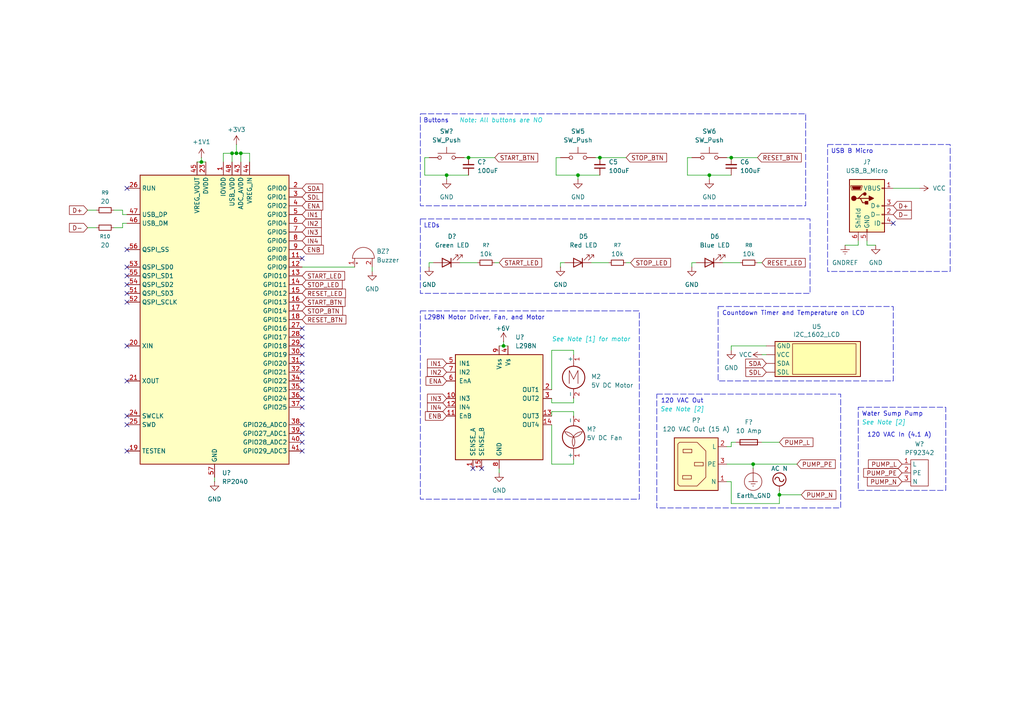
<source format=kicad_sch>
(kicad_sch
	(version 20250114)
	(generator "eeschema")
	(generator_version "9.0")
	(uuid "4443fc81-a8e3-4c71-b3b8-304cf78fec7a")
	(paper "A4")
	(title_block
		(title "RP2040 Water Sump Pump Countdown Timer")
		(date "2025-07-12")
		(rev "1")
		(comment 3 "[2] Prototyping excludes 120 VAC out and water sump pump")
		(comment 4 "[1] Motor doesn't connect to 120 VAC out")
	)
	(lib_symbols
		(symbol "Connector:IEC_60320_C13_Plug"
			(exclude_from_sim no)
			(in_bom yes)
			(on_board yes)
			(property "Reference" "P"
				(at -5.842 8.636 0)
				(effects
					(font
						(size 1.27 1.27)
					)
				)
			)
			(property "Value" "IEC_60320_C13_Plug"
				(at 0.508 -9.144 0)
				(effects
					(font
						(size 1.27 1.27)
					)
				)
			)
			(property "Footprint" ""
				(at -4.064 -1.016 0)
				(effects
					(font
						(size 1.27 1.27)
					)
					(hide yes)
				)
			)
			(property "Datasheet" "~"
				(at -4.064 -1.016 0)
				(effects
					(font
						(size 1.27 1.27)
					)
					(hide yes)
				)
			)
			(property "Description" "C13 Plug, 10A max"
				(at -2.159 -1.016 0)
				(effects
					(font
						(size 1.27 1.27)
					)
					(hide yes)
				)
			)
			(property "ki_keywords" "Receptacle C13 IEC320"
				(at 0 0 0)
				(effects
					(font
						(size 1.27 1.27)
					)
					(hide yes)
				)
			)
			(property "ki_fp_filters" "C*13*Plug*"
				(at 0 0 0)
				(effects
					(font
						(size 1.27 1.27)
					)
					(hide yes)
				)
			)
			(symbol "IEC_60320_C13_Plug_1_1"
				(rectangle
					(start -6.35 7.62)
					(end 6.35 -7.62)
					(stroke
						(width 0.254)
						(type default)
					)
					(fill
						(type background)
					)
				)
				(polyline
					(pts
						(xy -4.826 -6.35) (xy -5.334 -5.842) (xy -5.334 5.842) (xy -4.826 6.35) (xy 0.254 6.35) (xy 2.794 3.81)
						(xy 2.794 -3.81) (xy 0.254 -6.35) (xy -4.826 -6.35)
					)
					(stroke
						(width 0)
						(type default)
					)
					(fill
						(type background)
					)
				)
				(rectangle
					(start -3.937 -3.302)
					(end -1.397 -4.318)
					(stroke
						(width 0)
						(type default)
					)
					(fill
						(type none)
					)
				)
				(rectangle
					(start -3.81 4.318)
					(end -1.27 3.302)
					(stroke
						(width 0)
						(type default)
					)
					(fill
						(type none)
					)
				)
				(rectangle
					(start -0.508 0.508)
					(end 2.032 -0.508)
					(stroke
						(width 0)
						(type default)
					)
					(fill
						(type none)
					)
				)
				(pin power_in line
					(at 8.89 5.08 180)
					(length 2.54)
					(name "L"
						(effects
							(font
								(size 1.27 1.27)
							)
						)
					)
					(number "2"
						(effects
							(font
								(size 1.27 1.27)
							)
						)
					)
				)
				(pin bidirectional line
					(at 8.89 0 180)
					(length 2.54)
					(name "PE"
						(effects
							(font
								(size 1.27 1.27)
							)
						)
					)
					(number "3"
						(effects
							(font
								(size 1.27 1.27)
							)
						)
					)
				)
				(pin power_in line
					(at 8.89 -5.08 180)
					(length 2.54)
					(name "N"
						(effects
							(font
								(size 1.27 1.27)
							)
						)
					)
					(number "1"
						(effects
							(font
								(size 1.27 1.27)
							)
						)
					)
				)
			)
			(embedded_fonts no)
		)
		(symbol "Connector:USB_B_Micro"
			(pin_names
				(offset 1.016)
			)
			(exclude_from_sim no)
			(in_bom yes)
			(on_board yes)
			(property "Reference" "J"
				(at -5.08 11.43 0)
				(effects
					(font
						(size 1.27 1.27)
					)
					(justify left)
				)
			)
			(property "Value" "USB_B_Micro"
				(at -5.08 8.89 0)
				(effects
					(font
						(size 1.27 1.27)
					)
					(justify left)
				)
			)
			(property "Footprint" ""
				(at 3.81 -1.27 0)
				(effects
					(font
						(size 1.27 1.27)
					)
					(hide yes)
				)
			)
			(property "Datasheet" "~"
				(at 3.81 -1.27 0)
				(effects
					(font
						(size 1.27 1.27)
					)
					(hide yes)
				)
			)
			(property "Description" "USB Micro Type B connector"
				(at 0 0 0)
				(effects
					(font
						(size 1.27 1.27)
					)
					(hide yes)
				)
			)
			(property "ki_keywords" "connector USB micro"
				(at 0 0 0)
				(effects
					(font
						(size 1.27 1.27)
					)
					(hide yes)
				)
			)
			(property "ki_fp_filters" "USB*Micro*B*"
				(at 0 0 0)
				(effects
					(font
						(size 1.27 1.27)
					)
					(hide yes)
				)
			)
			(symbol "USB_B_Micro_0_1"
				(rectangle
					(start -5.08 -7.62)
					(end 5.08 7.62)
					(stroke
						(width 0.254)
						(type default)
					)
					(fill
						(type background)
					)
				)
				(polyline
					(pts
						(xy -4.699 5.842) (xy -4.699 5.588) (xy -4.445 4.826) (xy -4.445 4.572) (xy -1.651 4.572) (xy -1.651 4.826)
						(xy -1.397 5.588) (xy -1.397 5.842) (xy -4.699 5.842)
					)
					(stroke
						(width 0)
						(type default)
					)
					(fill
						(type none)
					)
				)
				(polyline
					(pts
						(xy -4.318 5.588) (xy -1.778 5.588) (xy -2.032 4.826) (xy -4.064 4.826) (xy -4.318 5.588)
					)
					(stroke
						(width 0)
						(type default)
					)
					(fill
						(type outline)
					)
				)
				(circle
					(center -3.81 2.159)
					(radius 0.635)
					(stroke
						(width 0.254)
						(type default)
					)
					(fill
						(type outline)
					)
				)
				(polyline
					(pts
						(xy -3.175 2.159) (xy -2.54 2.159) (xy -1.27 3.429) (xy -0.635 3.429)
					)
					(stroke
						(width 0.254)
						(type default)
					)
					(fill
						(type none)
					)
				)
				(polyline
					(pts
						(xy -2.54 2.159) (xy -1.905 2.159) (xy -1.27 0.889) (xy 0 0.889)
					)
					(stroke
						(width 0.254)
						(type default)
					)
					(fill
						(type none)
					)
				)
				(polyline
					(pts
						(xy -1.905 2.159) (xy 0.635 2.159)
					)
					(stroke
						(width 0.254)
						(type default)
					)
					(fill
						(type none)
					)
				)
				(circle
					(center -0.635 3.429)
					(radius 0.381)
					(stroke
						(width 0.254)
						(type default)
					)
					(fill
						(type outline)
					)
				)
				(rectangle
					(start -0.127 -7.62)
					(end 0.127 -6.858)
					(stroke
						(width 0)
						(type default)
					)
					(fill
						(type none)
					)
				)
				(rectangle
					(start 0.254 1.27)
					(end -0.508 0.508)
					(stroke
						(width 0.254)
						(type default)
					)
					(fill
						(type outline)
					)
				)
				(polyline
					(pts
						(xy 0.635 2.794) (xy 0.635 1.524) (xy 1.905 2.159) (xy 0.635 2.794)
					)
					(stroke
						(width 0.254)
						(type default)
					)
					(fill
						(type outline)
					)
				)
				(rectangle
					(start 5.08 4.953)
					(end 4.318 5.207)
					(stroke
						(width 0)
						(type default)
					)
					(fill
						(type none)
					)
				)
				(rectangle
					(start 5.08 -0.127)
					(end 4.318 0.127)
					(stroke
						(width 0)
						(type default)
					)
					(fill
						(type none)
					)
				)
				(rectangle
					(start 5.08 -2.667)
					(end 4.318 -2.413)
					(stroke
						(width 0)
						(type default)
					)
					(fill
						(type none)
					)
				)
				(rectangle
					(start 5.08 -5.207)
					(end 4.318 -4.953)
					(stroke
						(width 0)
						(type default)
					)
					(fill
						(type none)
					)
				)
			)
			(symbol "USB_B_Micro_1_1"
				(pin passive line
					(at -2.54 -10.16 90)
					(length 2.54)
					(name "Shield"
						(effects
							(font
								(size 1.27 1.27)
							)
						)
					)
					(number "6"
						(effects
							(font
								(size 1.27 1.27)
							)
						)
					)
				)
				(pin power_out line
					(at 0 -10.16 90)
					(length 2.54)
					(name "GND"
						(effects
							(font
								(size 1.27 1.27)
							)
						)
					)
					(number "5"
						(effects
							(font
								(size 1.27 1.27)
							)
						)
					)
				)
				(pin power_out line
					(at 7.62 5.08 180)
					(length 2.54)
					(name "VBUS"
						(effects
							(font
								(size 1.27 1.27)
							)
						)
					)
					(number "1"
						(effects
							(font
								(size 1.27 1.27)
							)
						)
					)
				)
				(pin bidirectional line
					(at 7.62 0 180)
					(length 2.54)
					(name "D+"
						(effects
							(font
								(size 1.27 1.27)
							)
						)
					)
					(number "3"
						(effects
							(font
								(size 1.27 1.27)
							)
						)
					)
				)
				(pin bidirectional line
					(at 7.62 -2.54 180)
					(length 2.54)
					(name "D-"
						(effects
							(font
								(size 1.27 1.27)
							)
						)
					)
					(number "2"
						(effects
							(font
								(size 1.27 1.27)
							)
						)
					)
				)
				(pin passive line
					(at 7.62 -5.08 180)
					(length 2.54)
					(name "ID"
						(effects
							(font
								(size 1.27 1.27)
							)
						)
					)
					(number "4"
						(effects
							(font
								(size 1.27 1.27)
							)
						)
					)
				)
			)
			(embedded_fonts no)
		)
		(symbol "Device:Buzzer"
			(pin_names
				(offset 0.0254)
				(hide yes)
			)
			(exclude_from_sim no)
			(in_bom yes)
			(on_board yes)
			(property "Reference" "BZ"
				(at 3.81 1.27 0)
				(effects
					(font
						(size 1.27 1.27)
					)
					(justify left)
				)
			)
			(property "Value" "Buzzer"
				(at 3.81 -1.27 0)
				(effects
					(font
						(size 1.27 1.27)
					)
					(justify left)
				)
			)
			(property "Footprint" ""
				(at -0.635 2.54 90)
				(effects
					(font
						(size 1.27 1.27)
					)
					(hide yes)
				)
			)
			(property "Datasheet" "~"
				(at -0.635 2.54 90)
				(effects
					(font
						(size 1.27 1.27)
					)
					(hide yes)
				)
			)
			(property "Description" "Buzzer, polarized"
				(at 0 0 0)
				(effects
					(font
						(size 1.27 1.27)
					)
					(hide yes)
				)
			)
			(property "ki_keywords" "quartz resonator ceramic"
				(at 0 0 0)
				(effects
					(font
						(size 1.27 1.27)
					)
					(hide yes)
				)
			)
			(property "ki_fp_filters" "*Buzzer*"
				(at 0 0 0)
				(effects
					(font
						(size 1.27 1.27)
					)
					(hide yes)
				)
			)
			(symbol "Buzzer_0_1"
				(polyline
					(pts
						(xy -1.651 1.905) (xy -1.143 1.905)
					)
					(stroke
						(width 0)
						(type default)
					)
					(fill
						(type none)
					)
				)
				(polyline
					(pts
						(xy -1.397 2.159) (xy -1.397 1.651)
					)
					(stroke
						(width 0)
						(type default)
					)
					(fill
						(type none)
					)
				)
				(arc
					(start 0 3.175)
					(mid 3.1612 0)
					(end 0 -3.175)
					(stroke
						(width 0)
						(type default)
					)
					(fill
						(type none)
					)
				)
				(polyline
					(pts
						(xy 0 3.175) (xy 0 -3.175)
					)
					(stroke
						(width 0)
						(type default)
					)
					(fill
						(type none)
					)
				)
			)
			(symbol "Buzzer_1_1"
				(pin passive line
					(at -2.54 2.54 0)
					(length 2.54)
					(name "+"
						(effects
							(font
								(size 1.27 1.27)
							)
						)
					)
					(number "1"
						(effects
							(font
								(size 1.27 1.27)
							)
						)
					)
				)
				(pin passive line
					(at -2.54 -2.54 0)
					(length 2.54)
					(name "-"
						(effects
							(font
								(size 1.27 1.27)
							)
						)
					)
					(number "2"
						(effects
							(font
								(size 1.27 1.27)
							)
						)
					)
				)
			)
			(embedded_fonts no)
		)
		(symbol "Device:C_Small"
			(pin_numbers
				(hide yes)
			)
			(pin_names
				(offset 0.254)
				(hide yes)
			)
			(exclude_from_sim no)
			(in_bom yes)
			(on_board yes)
			(property "Reference" "C"
				(at 0.254 1.778 0)
				(effects
					(font
						(size 1.27 1.27)
					)
					(justify left)
				)
			)
			(property "Value" "C_Small"
				(at 0.254 -2.032 0)
				(effects
					(font
						(size 1.27 1.27)
					)
					(justify left)
				)
			)
			(property "Footprint" ""
				(at 0 0 0)
				(effects
					(font
						(size 1.27 1.27)
					)
					(hide yes)
				)
			)
			(property "Datasheet" "~"
				(at 0 0 0)
				(effects
					(font
						(size 1.27 1.27)
					)
					(hide yes)
				)
			)
			(property "Description" "Unpolarized capacitor, small symbol"
				(at 0 0 0)
				(effects
					(font
						(size 1.27 1.27)
					)
					(hide yes)
				)
			)
			(property "ki_keywords" "capacitor cap"
				(at 0 0 0)
				(effects
					(font
						(size 1.27 1.27)
					)
					(hide yes)
				)
			)
			(property "ki_fp_filters" "C_*"
				(at 0 0 0)
				(effects
					(font
						(size 1.27 1.27)
					)
					(hide yes)
				)
			)
			(symbol "C_Small_0_1"
				(polyline
					(pts
						(xy -1.524 0.508) (xy 1.524 0.508)
					)
					(stroke
						(width 0.3048)
						(type default)
					)
					(fill
						(type none)
					)
				)
				(polyline
					(pts
						(xy -1.524 -0.508) (xy 1.524 -0.508)
					)
					(stroke
						(width 0.3302)
						(type default)
					)
					(fill
						(type none)
					)
				)
			)
			(symbol "C_Small_1_1"
				(pin passive line
					(at 0 2.54 270)
					(length 2.032)
					(name "~"
						(effects
							(font
								(size 1.27 1.27)
							)
						)
					)
					(number "1"
						(effects
							(font
								(size 1.27 1.27)
							)
						)
					)
				)
				(pin passive line
					(at 0 -2.54 90)
					(length 2.032)
					(name "~"
						(effects
							(font
								(size 1.27 1.27)
							)
						)
					)
					(number "2"
						(effects
							(font
								(size 1.27 1.27)
							)
						)
					)
				)
			)
			(embedded_fonts no)
		)
		(symbol "Device:Fuse"
			(pin_numbers
				(hide yes)
			)
			(pin_names
				(offset 0)
			)
			(exclude_from_sim no)
			(in_bom yes)
			(on_board yes)
			(property "Reference" "F"
				(at 2.032 0 90)
				(effects
					(font
						(size 1.27 1.27)
					)
				)
			)
			(property "Value" "Fuse"
				(at -1.905 0 90)
				(effects
					(font
						(size 1.27 1.27)
					)
				)
			)
			(property "Footprint" ""
				(at -1.778 0 90)
				(effects
					(font
						(size 1.27 1.27)
					)
					(hide yes)
				)
			)
			(property "Datasheet" "~"
				(at 0 0 0)
				(effects
					(font
						(size 1.27 1.27)
					)
					(hide yes)
				)
			)
			(property "Description" "Fuse"
				(at 0 0 0)
				(effects
					(font
						(size 1.27 1.27)
					)
					(hide yes)
				)
			)
			(property "ki_keywords" "fuse"
				(at 0 0 0)
				(effects
					(font
						(size 1.27 1.27)
					)
					(hide yes)
				)
			)
			(property "ki_fp_filters" "*Fuse*"
				(at 0 0 0)
				(effects
					(font
						(size 1.27 1.27)
					)
					(hide yes)
				)
			)
			(symbol "Fuse_0_1"
				(rectangle
					(start -0.762 -2.54)
					(end 0.762 2.54)
					(stroke
						(width 0.254)
						(type default)
					)
					(fill
						(type none)
					)
				)
				(polyline
					(pts
						(xy 0 2.54) (xy 0 -2.54)
					)
					(stroke
						(width 0)
						(type default)
					)
					(fill
						(type none)
					)
				)
			)
			(symbol "Fuse_1_1"
				(pin passive line
					(at 0 3.81 270)
					(length 1.27)
					(name "~"
						(effects
							(font
								(size 1.27 1.27)
							)
						)
					)
					(number "1"
						(effects
							(font
								(size 1.27 1.27)
							)
						)
					)
				)
				(pin passive line
					(at 0 -3.81 90)
					(length 1.27)
					(name "~"
						(effects
							(font
								(size 1.27 1.27)
							)
						)
					)
					(number "2"
						(effects
							(font
								(size 1.27 1.27)
							)
						)
					)
				)
			)
			(embedded_fonts no)
		)
		(symbol "Device:LED"
			(pin_numbers
				(hide yes)
			)
			(pin_names
				(offset 1.016)
				(hide yes)
			)
			(exclude_from_sim no)
			(in_bom yes)
			(on_board yes)
			(property "Reference" "D"
				(at 0 2.54 0)
				(effects
					(font
						(size 1.27 1.27)
					)
				)
			)
			(property "Value" "LED"
				(at 0 -2.54 0)
				(effects
					(font
						(size 1.27 1.27)
					)
				)
			)
			(property "Footprint" ""
				(at 0 0 0)
				(effects
					(font
						(size 1.27 1.27)
					)
					(hide yes)
				)
			)
			(property "Datasheet" "~"
				(at 0 0 0)
				(effects
					(font
						(size 1.27 1.27)
					)
					(hide yes)
				)
			)
			(property "Description" "Light emitting diode"
				(at 0 0 0)
				(effects
					(font
						(size 1.27 1.27)
					)
					(hide yes)
				)
			)
			(property "Sim.Pins" "1=K 2=A"
				(at 0 0 0)
				(effects
					(font
						(size 1.27 1.27)
					)
					(hide yes)
				)
			)
			(property "ki_keywords" "LED diode"
				(at 0 0 0)
				(effects
					(font
						(size 1.27 1.27)
					)
					(hide yes)
				)
			)
			(property "ki_fp_filters" "LED* LED_SMD:* LED_THT:*"
				(at 0 0 0)
				(effects
					(font
						(size 1.27 1.27)
					)
					(hide yes)
				)
			)
			(symbol "LED_0_1"
				(polyline
					(pts
						(xy -3.048 -0.762) (xy -4.572 -2.286) (xy -3.81 -2.286) (xy -4.572 -2.286) (xy -4.572 -1.524)
					)
					(stroke
						(width 0)
						(type default)
					)
					(fill
						(type none)
					)
				)
				(polyline
					(pts
						(xy -1.778 -0.762) (xy -3.302 -2.286) (xy -2.54 -2.286) (xy -3.302 -2.286) (xy -3.302 -1.524)
					)
					(stroke
						(width 0)
						(type default)
					)
					(fill
						(type none)
					)
				)
				(polyline
					(pts
						(xy -1.27 0) (xy 1.27 0)
					)
					(stroke
						(width 0)
						(type default)
					)
					(fill
						(type none)
					)
				)
				(polyline
					(pts
						(xy -1.27 -1.27) (xy -1.27 1.27)
					)
					(stroke
						(width 0.254)
						(type default)
					)
					(fill
						(type none)
					)
				)
				(polyline
					(pts
						(xy 1.27 -1.27) (xy 1.27 1.27) (xy -1.27 0) (xy 1.27 -1.27)
					)
					(stroke
						(width 0.254)
						(type default)
					)
					(fill
						(type none)
					)
				)
			)
			(symbol "LED_1_1"
				(pin passive line
					(at -3.81 0 0)
					(length 2.54)
					(name "K"
						(effects
							(font
								(size 1.27 1.27)
							)
						)
					)
					(number "1"
						(effects
							(font
								(size 1.27 1.27)
							)
						)
					)
				)
				(pin passive line
					(at 3.81 0 180)
					(length 2.54)
					(name "A"
						(effects
							(font
								(size 1.27 1.27)
							)
						)
					)
					(number "2"
						(effects
							(font
								(size 1.27 1.27)
							)
						)
					)
				)
			)
			(embedded_fonts no)
		)
		(symbol "Device:R_Small"
			(pin_numbers
				(hide yes)
			)
			(pin_names
				(offset 0.254)
				(hide yes)
			)
			(exclude_from_sim no)
			(in_bom yes)
			(on_board yes)
			(property "Reference" "R"
				(at 0 0 90)
				(effects
					(font
						(size 1.016 1.016)
					)
				)
			)
			(property "Value" "R_Small"
				(at 1.778 0 90)
				(effects
					(font
						(size 1.27 1.27)
					)
				)
			)
			(property "Footprint" ""
				(at 0 0 0)
				(effects
					(font
						(size 1.27 1.27)
					)
					(hide yes)
				)
			)
			(property "Datasheet" "~"
				(at 0 0 0)
				(effects
					(font
						(size 1.27 1.27)
					)
					(hide yes)
				)
			)
			(property "Description" "Resistor, small symbol"
				(at 0 0 0)
				(effects
					(font
						(size 1.27 1.27)
					)
					(hide yes)
				)
			)
			(property "ki_keywords" "R resistor"
				(at 0 0 0)
				(effects
					(font
						(size 1.27 1.27)
					)
					(hide yes)
				)
			)
			(property "ki_fp_filters" "R_*"
				(at 0 0 0)
				(effects
					(font
						(size 1.27 1.27)
					)
					(hide yes)
				)
			)
			(symbol "R_Small_0_1"
				(rectangle
					(start -0.762 1.778)
					(end 0.762 -1.778)
					(stroke
						(width 0.2032)
						(type default)
					)
					(fill
						(type none)
					)
				)
			)
			(symbol "R_Small_1_1"
				(pin passive line
					(at 0 2.54 270)
					(length 0.762)
					(name "~"
						(effects
							(font
								(size 1.27 1.27)
							)
						)
					)
					(number "1"
						(effects
							(font
								(size 1.27 1.27)
							)
						)
					)
				)
				(pin passive line
					(at 0 -2.54 90)
					(length 0.762)
					(name "~"
						(effects
							(font
								(size 1.27 1.27)
							)
						)
					)
					(number "2"
						(effects
							(font
								(size 1.27 1.27)
							)
						)
					)
				)
			)
			(embedded_fonts no)
		)
		(symbol "Driver_Motor:L298N"
			(pin_names
				(offset 1.016)
			)
			(exclude_from_sim no)
			(in_bom yes)
			(on_board yes)
			(property "Reference" "U"
				(at -10.16 16.51 0)
				(effects
					(font
						(size 1.27 1.27)
					)
					(justify right)
				)
			)
			(property "Value" "L298N"
				(at 12.7 16.51 0)
				(effects
					(font
						(size 1.27 1.27)
					)
					(justify right)
				)
			)
			(property "Footprint" "Package_TO_SOT_THT:TO-220-15_P2.54x2.54mm_StaggerOdd_Lead4.58mm_Vertical"
				(at 1.27 -16.51 0)
				(effects
					(font
						(size 1.27 1.27)
					)
					(justify left)
					(hide yes)
				)
			)
			(property "Datasheet" "http://www.st.com/st-web-ui/static/active/en/resource/technical/document/datasheet/CD00000240.pdf"
				(at 3.81 6.35 0)
				(effects
					(font
						(size 1.27 1.27)
					)
					(hide yes)
				)
			)
			(property "Description" "Dual full bridge motor driver, up to 46V, 4A, Multiwatt15-V"
				(at 0 0 0)
				(effects
					(font
						(size 1.27 1.27)
					)
					(hide yes)
				)
			)
			(property "ki_keywords" "H-bridge motor driver"
				(at 0 0 0)
				(effects
					(font
						(size 1.27 1.27)
					)
					(hide yes)
				)
			)
			(property "ki_fp_filters" "TO?220*StaggerOdd*Vertical*"
				(at 0 0 0)
				(effects
					(font
						(size 1.27 1.27)
					)
					(hide yes)
				)
			)
			(symbol "L298N_0_1"
				(rectangle
					(start -12.7 15.24)
					(end 12.7 -15.24)
					(stroke
						(width 0.254)
						(type default)
					)
					(fill
						(type background)
					)
				)
			)
			(symbol "L298N_1_1"
				(pin input line
					(at -15.24 12.7 0)
					(length 2.54)
					(name "IN1"
						(effects
							(font
								(size 1.27 1.27)
							)
						)
					)
					(number "5"
						(effects
							(font
								(size 1.27 1.27)
							)
						)
					)
				)
				(pin input line
					(at -15.24 10.16 0)
					(length 2.54)
					(name "IN2"
						(effects
							(font
								(size 1.27 1.27)
							)
						)
					)
					(number "7"
						(effects
							(font
								(size 1.27 1.27)
							)
						)
					)
				)
				(pin input line
					(at -15.24 7.62 0)
					(length 2.54)
					(name "EnA"
						(effects
							(font
								(size 1.27 1.27)
							)
						)
					)
					(number "6"
						(effects
							(font
								(size 1.27 1.27)
							)
						)
					)
				)
				(pin input line
					(at -15.24 2.54 0)
					(length 2.54)
					(name "IN3"
						(effects
							(font
								(size 1.27 1.27)
							)
						)
					)
					(number "10"
						(effects
							(font
								(size 1.27 1.27)
							)
						)
					)
				)
				(pin input line
					(at -15.24 0 0)
					(length 2.54)
					(name "IN4"
						(effects
							(font
								(size 1.27 1.27)
							)
						)
					)
					(number "12"
						(effects
							(font
								(size 1.27 1.27)
							)
						)
					)
				)
				(pin input line
					(at -15.24 -2.54 0)
					(length 2.54)
					(name "EnB"
						(effects
							(font
								(size 1.27 1.27)
							)
						)
					)
					(number "11"
						(effects
							(font
								(size 1.27 1.27)
							)
						)
					)
				)
				(pin power_in line
					(at -7.62 -17.78 90)
					(length 2.54)
					(name "SENSE_A"
						(effects
							(font
								(size 1.27 1.27)
							)
						)
					)
					(number "1"
						(effects
							(font
								(size 1.27 1.27)
							)
						)
					)
				)
				(pin power_in line
					(at -5.08 -17.78 90)
					(length 2.54)
					(name "SENSE_B"
						(effects
							(font
								(size 1.27 1.27)
							)
						)
					)
					(number "15"
						(effects
							(font
								(size 1.27 1.27)
							)
						)
					)
				)
				(pin power_in line
					(at 0 17.78 270)
					(length 2.54)
					(name "Vss"
						(effects
							(font
								(size 1.27 1.27)
							)
						)
					)
					(number "9"
						(effects
							(font
								(size 1.27 1.27)
							)
						)
					)
				)
				(pin power_in line
					(at 0 -17.78 90)
					(length 2.54)
					(name "GND"
						(effects
							(font
								(size 1.27 1.27)
							)
						)
					)
					(number "8"
						(effects
							(font
								(size 1.27 1.27)
							)
						)
					)
				)
				(pin power_in line
					(at 2.54 17.78 270)
					(length 2.54)
					(name "Vs"
						(effects
							(font
								(size 1.27 1.27)
							)
						)
					)
					(number "4"
						(effects
							(font
								(size 1.27 1.27)
							)
						)
					)
				)
				(pin output line
					(at 15.24 5.08 180)
					(length 2.54)
					(name "OUT1"
						(effects
							(font
								(size 1.27 1.27)
							)
						)
					)
					(number "2"
						(effects
							(font
								(size 1.27 1.27)
							)
						)
					)
				)
				(pin output line
					(at 15.24 2.54 180)
					(length 2.54)
					(name "OUT2"
						(effects
							(font
								(size 1.27 1.27)
							)
						)
					)
					(number "3"
						(effects
							(font
								(size 1.27 1.27)
							)
						)
					)
				)
				(pin output line
					(at 15.24 -2.54 180)
					(length 2.54)
					(name "OUT3"
						(effects
							(font
								(size 1.27 1.27)
							)
						)
					)
					(number "13"
						(effects
							(font
								(size 1.27 1.27)
							)
						)
					)
				)
				(pin output line
					(at 15.24 -5.08 180)
					(length 2.54)
					(name "OUT4"
						(effects
							(font
								(size 1.27 1.27)
							)
						)
					)
					(number "14"
						(effects
							(font
								(size 1.27 1.27)
							)
						)
					)
				)
			)
			(embedded_fonts no)
		)
		(symbol "I2C_1602_LCD:I2C_1602_LCD"
			(exclude_from_sim no)
			(in_bom yes)
			(on_board yes)
			(property "Reference" "U"
				(at -0.635 9.398 0)
				(do_not_autoplace)
				(effects
					(font
						(size 1.27 1.27)
					)
				)
			)
			(property "Value" "I2C_1602_LCD"
				(at -0.635 7.112 0)
				(do_not_autoplace)
				(effects
					(font
						(size 1.27 1.27)
					)
				)
			)
			(property "Footprint" ""
				(at 0 0 0)
				(effects
					(font
						(size 1.27 1.27)
					)
					(hide yes)
				)
			)
			(property "Datasheet" "https://www.handsontec.com/dataspecs/module/I2C_1602_LCD.pdf"
				(at -0.254 -7.62 0)
				(effects
					(font
						(size 1.27 1.27)
					)
					(hide yes)
				)
			)
			(property "Description" "I2C Serial Interface 1602 LCD Module"
				(at 0 -10.668 0)
				(effects
					(font
						(size 1.27 1.27)
					)
					(hide yes)
				)
			)
			(property "ki_keywords" "i2c 1602 lcd"
				(at 0 0 0)
				(effects
					(font
						(size 1.27 1.27)
					)
					(hide yes)
				)
			)
			(symbol "I2C_1602_LCD_1_1"
				(rectangle
					(start -12.7 5.08)
					(end 12.065 -5.08)
					(stroke
						(width 0.254)
						(type default)
					)
					(fill
						(type background)
					)
				)
				(rectangle
					(start -7.62 4.445)
					(end 10.795 -4.445)
					(stroke
						(width 0)
						(type solid)
					)
					(fill
						(type color)
						(color 255 255 0 0.1)
					)
				)
				(pin power_in line
					(at -15.24 3.81 0)
					(length 2.54)
					(name "GND"
						(effects
							(font
								(size 1.27 1.27)
							)
						)
					)
					(number ""
						(effects
							(font
								(size 1.27 1.27)
							)
						)
					)
				)
				(pin power_in line
					(at -15.24 1.27 0)
					(length 2.54)
					(name "VCC"
						(effects
							(font
								(size 1.27 1.27)
							)
						)
					)
					(number ""
						(effects
							(font
								(size 1.27 1.27)
							)
						)
					)
				)
				(pin input line
					(at -15.24 -1.27 0)
					(length 2.54)
					(name "SDA"
						(effects
							(font
								(size 1.27 1.27)
							)
						)
					)
					(number ""
						(effects
							(font
								(size 1.27 1.27)
							)
						)
					)
				)
				(pin input line
					(at -15.24 -3.81 0)
					(length 2.54)
					(name "SDL"
						(effects
							(font
								(size 1.27 1.27)
							)
						)
					)
					(number ""
						(effects
							(font
								(size 1.27 1.27)
							)
						)
					)
				)
			)
			(embedded_fonts no)
		)
		(symbol "MCU_RaspberryPi:RP2040"
			(exclude_from_sim no)
			(in_bom yes)
			(on_board yes)
			(property "Reference" "U"
				(at 17.78 45.72 0)
				(effects
					(font
						(size 1.27 1.27)
					)
				)
			)
			(property "Value" "RP2040"
				(at 17.78 43.18 0)
				(effects
					(font
						(size 1.27 1.27)
					)
				)
			)
			(property "Footprint" "Package_DFN_QFN:QFN-56-1EP_7x7mm_P0.4mm_EP3.2x3.2mm"
				(at 0 0 0)
				(effects
					(font
						(size 1.27 1.27)
					)
					(hide yes)
				)
			)
			(property "Datasheet" "https://datasheets.raspberrypi.com/rp2040/rp2040-datasheet.pdf"
				(at 0 0 0)
				(effects
					(font
						(size 1.27 1.27)
					)
					(hide yes)
				)
			)
			(property "Description" "A microcontroller by Raspberry Pi"
				(at 0 0 0)
				(effects
					(font
						(size 1.27 1.27)
					)
					(hide yes)
				)
			)
			(property "ki_keywords" "RP2040 ARM Cortex-M0+ USB"
				(at 0 0 0)
				(effects
					(font
						(size 1.27 1.27)
					)
					(hide yes)
				)
			)
			(property "ki_fp_filters" "QFN*1EP*7x7mm?P0.4mm*"
				(at 0 0 0)
				(effects
					(font
						(size 1.27 1.27)
					)
					(hide yes)
				)
			)
			(symbol "RP2040_0_1"
				(rectangle
					(start -21.59 41.91)
					(end 21.59 -41.91)
					(stroke
						(width 0.254)
						(type default)
					)
					(fill
						(type background)
					)
				)
			)
			(symbol "RP2040_1_1"
				(pin input line
					(at -25.4 38.1 0)
					(length 3.81)
					(name "RUN"
						(effects
							(font
								(size 1.27 1.27)
							)
						)
					)
					(number "26"
						(effects
							(font
								(size 1.27 1.27)
							)
						)
					)
				)
				(pin bidirectional line
					(at -25.4 30.48 0)
					(length 3.81)
					(name "USB_DP"
						(effects
							(font
								(size 1.27 1.27)
							)
						)
					)
					(number "47"
						(effects
							(font
								(size 1.27 1.27)
							)
						)
					)
				)
				(pin bidirectional line
					(at -25.4 27.94 0)
					(length 3.81)
					(name "USB_DM"
						(effects
							(font
								(size 1.27 1.27)
							)
						)
					)
					(number "46"
						(effects
							(font
								(size 1.27 1.27)
							)
						)
					)
				)
				(pin bidirectional line
					(at -25.4 20.32 0)
					(length 3.81)
					(name "QSPI_SS"
						(effects
							(font
								(size 1.27 1.27)
							)
						)
					)
					(number "56"
						(effects
							(font
								(size 1.27 1.27)
							)
						)
					)
				)
				(pin bidirectional line
					(at -25.4 15.24 0)
					(length 3.81)
					(name "QSPI_SD0"
						(effects
							(font
								(size 1.27 1.27)
							)
						)
					)
					(number "53"
						(effects
							(font
								(size 1.27 1.27)
							)
						)
					)
				)
				(pin bidirectional line
					(at -25.4 12.7 0)
					(length 3.81)
					(name "QSPI_SD1"
						(effects
							(font
								(size 1.27 1.27)
							)
						)
					)
					(number "55"
						(effects
							(font
								(size 1.27 1.27)
							)
						)
					)
				)
				(pin bidirectional line
					(at -25.4 10.16 0)
					(length 3.81)
					(name "QSPI_SD2"
						(effects
							(font
								(size 1.27 1.27)
							)
						)
					)
					(number "54"
						(effects
							(font
								(size 1.27 1.27)
							)
						)
					)
				)
				(pin bidirectional line
					(at -25.4 7.62 0)
					(length 3.81)
					(name "QSPI_SD3"
						(effects
							(font
								(size 1.27 1.27)
							)
						)
					)
					(number "51"
						(effects
							(font
								(size 1.27 1.27)
							)
						)
					)
				)
				(pin output line
					(at -25.4 5.08 0)
					(length 3.81)
					(name "QSPI_SCLK"
						(effects
							(font
								(size 1.27 1.27)
							)
						)
					)
					(number "52"
						(effects
							(font
								(size 1.27 1.27)
							)
						)
					)
				)
				(pin input line
					(at -25.4 -7.62 0)
					(length 3.81)
					(name "XIN"
						(effects
							(font
								(size 1.27 1.27)
							)
						)
					)
					(number "20"
						(effects
							(font
								(size 1.27 1.27)
							)
						)
					)
				)
				(pin passive line
					(at -25.4 -17.78 0)
					(length 3.81)
					(name "XOUT"
						(effects
							(font
								(size 1.27 1.27)
							)
						)
					)
					(number "21"
						(effects
							(font
								(size 1.27 1.27)
							)
						)
					)
				)
				(pin input line
					(at -25.4 -27.94 0)
					(length 3.81)
					(name "SWCLK"
						(effects
							(font
								(size 1.27 1.27)
							)
						)
					)
					(number "24"
						(effects
							(font
								(size 1.27 1.27)
							)
						)
					)
				)
				(pin bidirectional line
					(at -25.4 -30.48 0)
					(length 3.81)
					(name "SWD"
						(effects
							(font
								(size 1.27 1.27)
							)
						)
					)
					(number "25"
						(effects
							(font
								(size 1.27 1.27)
							)
						)
					)
				)
				(pin input line
					(at -25.4 -38.1 0)
					(length 3.81)
					(name "TESTEN"
						(effects
							(font
								(size 1.27 1.27)
							)
						)
					)
					(number "19"
						(effects
							(font
								(size 1.27 1.27)
							)
						)
					)
				)
				(pin power_out line
					(at -5.08 45.72 270)
					(length 3.81)
					(name "VREG_VOUT"
						(effects
							(font
								(size 1.27 1.27)
							)
						)
					)
					(number "45"
						(effects
							(font
								(size 1.27 1.27)
							)
						)
					)
				)
				(pin power_in line
					(at -2.54 45.72 270)
					(length 3.81)
					(name "DVDD"
						(effects
							(font
								(size 1.27 1.27)
							)
						)
					)
					(number "23"
						(effects
							(font
								(size 1.27 1.27)
							)
						)
					)
				)
				(pin passive line
					(at -2.54 45.72 270)
					(length 3.81)
					(hide yes)
					(name "DVDD"
						(effects
							(font
								(size 1.27 1.27)
							)
						)
					)
					(number "50"
						(effects
							(font
								(size 1.27 1.27)
							)
						)
					)
				)
				(pin power_in line
					(at 0 -45.72 90)
					(length 3.81)
					(name "GND"
						(effects
							(font
								(size 1.27 1.27)
							)
						)
					)
					(number "57"
						(effects
							(font
								(size 1.27 1.27)
							)
						)
					)
				)
				(pin power_in line
					(at 2.54 45.72 270)
					(length 3.81)
					(name "IOVDD"
						(effects
							(font
								(size 1.27 1.27)
							)
						)
					)
					(number "1"
						(effects
							(font
								(size 1.27 1.27)
							)
						)
					)
				)
				(pin passive line
					(at 2.54 45.72 270)
					(length 3.81)
					(hide yes)
					(name "IOVDD"
						(effects
							(font
								(size 1.27 1.27)
							)
						)
					)
					(number "10"
						(effects
							(font
								(size 1.27 1.27)
							)
						)
					)
				)
				(pin passive line
					(at 2.54 45.72 270)
					(length 3.81)
					(hide yes)
					(name "IOVDD"
						(effects
							(font
								(size 1.27 1.27)
							)
						)
					)
					(number "22"
						(effects
							(font
								(size 1.27 1.27)
							)
						)
					)
				)
				(pin passive line
					(at 2.54 45.72 270)
					(length 3.81)
					(hide yes)
					(name "IOVDD"
						(effects
							(font
								(size 1.27 1.27)
							)
						)
					)
					(number "33"
						(effects
							(font
								(size 1.27 1.27)
							)
						)
					)
				)
				(pin passive line
					(at 2.54 45.72 270)
					(length 3.81)
					(hide yes)
					(name "IOVDD"
						(effects
							(font
								(size 1.27 1.27)
							)
						)
					)
					(number "42"
						(effects
							(font
								(size 1.27 1.27)
							)
						)
					)
				)
				(pin passive line
					(at 2.54 45.72 270)
					(length 3.81)
					(hide yes)
					(name "IOVDD"
						(effects
							(font
								(size 1.27 1.27)
							)
						)
					)
					(number "49"
						(effects
							(font
								(size 1.27 1.27)
							)
						)
					)
				)
				(pin power_in line
					(at 5.08 45.72 270)
					(length 3.81)
					(name "USB_VDD"
						(effects
							(font
								(size 1.27 1.27)
							)
						)
					)
					(number "48"
						(effects
							(font
								(size 1.27 1.27)
							)
						)
					)
				)
				(pin power_in line
					(at 7.62 45.72 270)
					(length 3.81)
					(name "ADC_AVDD"
						(effects
							(font
								(size 1.27 1.27)
							)
						)
					)
					(number "43"
						(effects
							(font
								(size 1.27 1.27)
							)
						)
					)
				)
				(pin power_in line
					(at 10.16 45.72 270)
					(length 3.81)
					(name "VREG_IN"
						(effects
							(font
								(size 1.27 1.27)
							)
						)
					)
					(number "44"
						(effects
							(font
								(size 1.27 1.27)
							)
						)
					)
				)
				(pin bidirectional line
					(at 25.4 38.1 180)
					(length 3.81)
					(name "GPIO0"
						(effects
							(font
								(size 1.27 1.27)
							)
						)
					)
					(number "2"
						(effects
							(font
								(size 1.27 1.27)
							)
						)
					)
				)
				(pin bidirectional line
					(at 25.4 35.56 180)
					(length 3.81)
					(name "GPIO1"
						(effects
							(font
								(size 1.27 1.27)
							)
						)
					)
					(number "3"
						(effects
							(font
								(size 1.27 1.27)
							)
						)
					)
				)
				(pin bidirectional line
					(at 25.4 33.02 180)
					(length 3.81)
					(name "GPIO2"
						(effects
							(font
								(size 1.27 1.27)
							)
						)
					)
					(number "4"
						(effects
							(font
								(size 1.27 1.27)
							)
						)
					)
				)
				(pin bidirectional line
					(at 25.4 30.48 180)
					(length 3.81)
					(name "GPIO3"
						(effects
							(font
								(size 1.27 1.27)
							)
						)
					)
					(number "5"
						(effects
							(font
								(size 1.27 1.27)
							)
						)
					)
				)
				(pin bidirectional line
					(at 25.4 27.94 180)
					(length 3.81)
					(name "GPIO4"
						(effects
							(font
								(size 1.27 1.27)
							)
						)
					)
					(number "6"
						(effects
							(font
								(size 1.27 1.27)
							)
						)
					)
				)
				(pin bidirectional line
					(at 25.4 25.4 180)
					(length 3.81)
					(name "GPIO5"
						(effects
							(font
								(size 1.27 1.27)
							)
						)
					)
					(number "7"
						(effects
							(font
								(size 1.27 1.27)
							)
						)
					)
				)
				(pin bidirectional line
					(at 25.4 22.86 180)
					(length 3.81)
					(name "GPIO6"
						(effects
							(font
								(size 1.27 1.27)
							)
						)
					)
					(number "8"
						(effects
							(font
								(size 1.27 1.27)
							)
						)
					)
				)
				(pin bidirectional line
					(at 25.4 20.32 180)
					(length 3.81)
					(name "GPIO7"
						(effects
							(font
								(size 1.27 1.27)
							)
						)
					)
					(number "9"
						(effects
							(font
								(size 1.27 1.27)
							)
						)
					)
				)
				(pin bidirectional line
					(at 25.4 17.78 180)
					(length 3.81)
					(name "GPIO8"
						(effects
							(font
								(size 1.27 1.27)
							)
						)
					)
					(number "11"
						(effects
							(font
								(size 1.27 1.27)
							)
						)
					)
				)
				(pin bidirectional line
					(at 25.4 15.24 180)
					(length 3.81)
					(name "GPIO9"
						(effects
							(font
								(size 1.27 1.27)
							)
						)
					)
					(number "12"
						(effects
							(font
								(size 1.27 1.27)
							)
						)
					)
				)
				(pin bidirectional line
					(at 25.4 12.7 180)
					(length 3.81)
					(name "GPIO10"
						(effects
							(font
								(size 1.27 1.27)
							)
						)
					)
					(number "13"
						(effects
							(font
								(size 1.27 1.27)
							)
						)
					)
				)
				(pin bidirectional line
					(at 25.4 10.16 180)
					(length 3.81)
					(name "GPIO11"
						(effects
							(font
								(size 1.27 1.27)
							)
						)
					)
					(number "14"
						(effects
							(font
								(size 1.27 1.27)
							)
						)
					)
				)
				(pin bidirectional line
					(at 25.4 7.62 180)
					(length 3.81)
					(name "GPIO12"
						(effects
							(font
								(size 1.27 1.27)
							)
						)
					)
					(number "15"
						(effects
							(font
								(size 1.27 1.27)
							)
						)
					)
				)
				(pin bidirectional line
					(at 25.4 5.08 180)
					(length 3.81)
					(name "GPIO13"
						(effects
							(font
								(size 1.27 1.27)
							)
						)
					)
					(number "16"
						(effects
							(font
								(size 1.27 1.27)
							)
						)
					)
				)
				(pin bidirectional line
					(at 25.4 2.54 180)
					(length 3.81)
					(name "GPIO14"
						(effects
							(font
								(size 1.27 1.27)
							)
						)
					)
					(number "17"
						(effects
							(font
								(size 1.27 1.27)
							)
						)
					)
				)
				(pin bidirectional line
					(at 25.4 0 180)
					(length 3.81)
					(name "GPIO15"
						(effects
							(font
								(size 1.27 1.27)
							)
						)
					)
					(number "18"
						(effects
							(font
								(size 1.27 1.27)
							)
						)
					)
				)
				(pin bidirectional line
					(at 25.4 -2.54 180)
					(length 3.81)
					(name "GPIO16"
						(effects
							(font
								(size 1.27 1.27)
							)
						)
					)
					(number "27"
						(effects
							(font
								(size 1.27 1.27)
							)
						)
					)
				)
				(pin bidirectional line
					(at 25.4 -5.08 180)
					(length 3.81)
					(name "GPIO17"
						(effects
							(font
								(size 1.27 1.27)
							)
						)
					)
					(number "28"
						(effects
							(font
								(size 1.27 1.27)
							)
						)
					)
				)
				(pin bidirectional line
					(at 25.4 -7.62 180)
					(length 3.81)
					(name "GPIO18"
						(effects
							(font
								(size 1.27 1.27)
							)
						)
					)
					(number "29"
						(effects
							(font
								(size 1.27 1.27)
							)
						)
					)
				)
				(pin bidirectional line
					(at 25.4 -10.16 180)
					(length 3.81)
					(name "GPIO19"
						(effects
							(font
								(size 1.27 1.27)
							)
						)
					)
					(number "30"
						(effects
							(font
								(size 1.27 1.27)
							)
						)
					)
				)
				(pin bidirectional line
					(at 25.4 -12.7 180)
					(length 3.81)
					(name "GPIO20"
						(effects
							(font
								(size 1.27 1.27)
							)
						)
					)
					(number "31"
						(effects
							(font
								(size 1.27 1.27)
							)
						)
					)
				)
				(pin bidirectional line
					(at 25.4 -15.24 180)
					(length 3.81)
					(name "GPIO21"
						(effects
							(font
								(size 1.27 1.27)
							)
						)
					)
					(number "32"
						(effects
							(font
								(size 1.27 1.27)
							)
						)
					)
				)
				(pin bidirectional line
					(at 25.4 -17.78 180)
					(length 3.81)
					(name "GPIO22"
						(effects
							(font
								(size 1.27 1.27)
							)
						)
					)
					(number "34"
						(effects
							(font
								(size 1.27 1.27)
							)
						)
					)
				)
				(pin bidirectional line
					(at 25.4 -20.32 180)
					(length 3.81)
					(name "GPIO23"
						(effects
							(font
								(size 1.27 1.27)
							)
						)
					)
					(number "35"
						(effects
							(font
								(size 1.27 1.27)
							)
						)
					)
				)
				(pin bidirectional line
					(at 25.4 -22.86 180)
					(length 3.81)
					(name "GPIO24"
						(effects
							(font
								(size 1.27 1.27)
							)
						)
					)
					(number "36"
						(effects
							(font
								(size 1.27 1.27)
							)
						)
					)
				)
				(pin bidirectional line
					(at 25.4 -25.4 180)
					(length 3.81)
					(name "GPIO25"
						(effects
							(font
								(size 1.27 1.27)
							)
						)
					)
					(number "37"
						(effects
							(font
								(size 1.27 1.27)
							)
						)
					)
				)
				(pin bidirectional line
					(at 25.4 -30.48 180)
					(length 3.81)
					(name "GPIO26_ADC0"
						(effects
							(font
								(size 1.27 1.27)
							)
						)
					)
					(number "38"
						(effects
							(font
								(size 1.27 1.27)
							)
						)
					)
				)
				(pin bidirectional line
					(at 25.4 -33.02 180)
					(length 3.81)
					(name "GPIO27_ADC1"
						(effects
							(font
								(size 1.27 1.27)
							)
						)
					)
					(number "39"
						(effects
							(font
								(size 1.27 1.27)
							)
						)
					)
				)
				(pin bidirectional line
					(at 25.4 -35.56 180)
					(length 3.81)
					(name "GPIO28_ADC2"
						(effects
							(font
								(size 1.27 1.27)
							)
						)
					)
					(number "40"
						(effects
							(font
								(size 1.27 1.27)
							)
						)
					)
				)
				(pin bidirectional line
					(at 25.4 -38.1 180)
					(length 3.81)
					(name "GPIO29_ADC3"
						(effects
							(font
								(size 1.27 1.27)
							)
						)
					)
					(number "41"
						(effects
							(font
								(size 1.27 1.27)
							)
						)
					)
				)
			)
			(embedded_fonts no)
		)
		(symbol "Motor:Fan"
			(pin_names
				(offset 0)
			)
			(exclude_from_sim no)
			(in_bom yes)
			(on_board yes)
			(property "Reference" "M"
				(at 2.54 5.08 0)
				(effects
					(font
						(size 1.27 1.27)
					)
					(justify left)
				)
			)
			(property "Value" "Fan"
				(at 2.54 -2.54 0)
				(effects
					(font
						(size 1.27 1.27)
					)
					(justify left top)
				)
			)
			(property "Footprint" ""
				(at 0 0.254 0)
				(effects
					(font
						(size 1.27 1.27)
					)
					(hide yes)
				)
			)
			(property "Datasheet" "~"
				(at 0 0.254 0)
				(effects
					(font
						(size 1.27 1.27)
					)
					(hide yes)
				)
			)
			(property "Description" "Fan"
				(at 0 0 0)
				(effects
					(font
						(size 1.27 1.27)
					)
					(hide yes)
				)
			)
			(property "ki_keywords" "Fan Motor"
				(at 0 0 0)
				(effects
					(font
						(size 1.27 1.27)
					)
					(hide yes)
				)
			)
			(property "ki_fp_filters" "PinHeader*P2.54mm* TerminalBlock*"
				(at 0 0 0)
				(effects
					(font
						(size 1.27 1.27)
					)
					(hide yes)
				)
			)
			(symbol "Fan_0_1"
				(arc
					(start 0 3.81)
					(mid -0.0015 0.9048)
					(end -2.54 -0.508)
					(stroke
						(width 0)
						(type default)
					)
					(fill
						(type none)
					)
				)
				(polyline
					(pts
						(xy 0 4.572) (xy 0 5.08)
					)
					(stroke
						(width 0)
						(type default)
					)
					(fill
						(type none)
					)
				)
				(polyline
					(pts
						(xy 0 4.2672) (xy 0 4.6228)
					)
					(stroke
						(width 0)
						(type default)
					)
					(fill
						(type none)
					)
				)
				(circle
					(center 0 1.016)
					(radius 3.2512)
					(stroke
						(width 0.254)
						(type default)
					)
					(fill
						(type none)
					)
				)
				(arc
					(start -2.54 -0.508)
					(mid 0 1.0618)
					(end 2.54 -0.508)
					(stroke
						(width 0)
						(type default)
					)
					(fill
						(type none)
					)
				)
				(polyline
					(pts
						(xy 0 -2.2352) (xy 0 -2.6416)
					)
					(stroke
						(width 0)
						(type default)
					)
					(fill
						(type none)
					)
				)
				(polyline
					(pts
						(xy 0 -5.08) (xy 0 -4.572)
					)
					(stroke
						(width 0)
						(type default)
					)
					(fill
						(type none)
					)
				)
				(arc
					(start 2.54 -0.508)
					(mid 0.047 0.9315)
					(end 0 3.81)
					(stroke
						(width 0)
						(type default)
					)
					(fill
						(type none)
					)
				)
			)
			(symbol "Fan_1_1"
				(pin passive line
					(at 0 7.62 270)
					(length 2.54)
					(name "+"
						(effects
							(font
								(size 1.27 1.27)
							)
						)
					)
					(number "1"
						(effects
							(font
								(size 1.27 1.27)
							)
						)
					)
				)
				(pin passive line
					(at 0 -5.08 90)
					(length 2.54)
					(name "-"
						(effects
							(font
								(size 1.27 1.27)
							)
						)
					)
					(number "2"
						(effects
							(font
								(size 1.27 1.27)
							)
						)
					)
				)
			)
			(embedded_fonts no)
		)
		(symbol "Motor:Motor_DC"
			(pin_names
				(offset 0)
			)
			(exclude_from_sim no)
			(in_bom yes)
			(on_board yes)
			(property "Reference" "M"
				(at 2.54 2.54 0)
				(effects
					(font
						(size 1.27 1.27)
					)
					(justify left)
				)
			)
			(property "Value" "Motor_DC"
				(at 2.54 -5.08 0)
				(effects
					(font
						(size 1.27 1.27)
					)
					(justify left top)
				)
			)
			(property "Footprint" ""
				(at 0 -2.286 0)
				(effects
					(font
						(size 1.27 1.27)
					)
					(hide yes)
				)
			)
			(property "Datasheet" "~"
				(at 0 -2.286 0)
				(effects
					(font
						(size 1.27 1.27)
					)
					(hide yes)
				)
			)
			(property "Description" "DC Motor"
				(at 0 0 0)
				(effects
					(font
						(size 1.27 1.27)
					)
					(hide yes)
				)
			)
			(property "ki_keywords" "DC Motor"
				(at 0 0 0)
				(effects
					(font
						(size 1.27 1.27)
					)
					(hide yes)
				)
			)
			(property "ki_fp_filters" "PinHeader*P2.54mm* TerminalBlock*"
				(at 0 0 0)
				(effects
					(font
						(size 1.27 1.27)
					)
					(hide yes)
				)
			)
			(symbol "Motor_DC_0_0"
				(polyline
					(pts
						(xy -1.27 -3.302) (xy -1.27 0.508) (xy 0 -2.032) (xy 1.27 0.508) (xy 1.27 -3.302)
					)
					(stroke
						(width 0)
						(type default)
					)
					(fill
						(type none)
					)
				)
			)
			(symbol "Motor_DC_0_1"
				(polyline
					(pts
						(xy 0 2.032) (xy 0 2.54)
					)
					(stroke
						(width 0)
						(type default)
					)
					(fill
						(type none)
					)
				)
				(polyline
					(pts
						(xy 0 1.7272) (xy 0 2.0828)
					)
					(stroke
						(width 0)
						(type default)
					)
					(fill
						(type none)
					)
				)
				(circle
					(center 0 -1.524)
					(radius 3.2512)
					(stroke
						(width 0.254)
						(type default)
					)
					(fill
						(type none)
					)
				)
				(polyline
					(pts
						(xy 0 -4.7752) (xy 0 -5.1816)
					)
					(stroke
						(width 0)
						(type default)
					)
					(fill
						(type none)
					)
				)
				(polyline
					(pts
						(xy 0 -7.62) (xy 0 -7.112)
					)
					(stroke
						(width 0)
						(type default)
					)
					(fill
						(type none)
					)
				)
			)
			(symbol "Motor_DC_1_1"
				(pin passive line
					(at 0 5.08 270)
					(length 2.54)
					(name "+"
						(effects
							(font
								(size 1.27 1.27)
							)
						)
					)
					(number "1"
						(effects
							(font
								(size 1.27 1.27)
							)
						)
					)
				)
				(pin passive line
					(at 0 -7.62 90)
					(length 2.54)
					(name "-"
						(effects
							(font
								(size 1.27 1.27)
							)
						)
					)
					(number "2"
						(effects
							(font
								(size 1.27 1.27)
							)
						)
					)
				)
			)
			(embedded_fonts no)
		)
		(symbol "Switch:SW_Push"
			(pin_numbers
				(hide yes)
			)
			(pin_names
				(offset 1.016)
				(hide yes)
			)
			(exclude_from_sim no)
			(in_bom yes)
			(on_board yes)
			(property "Reference" "SW"
				(at 1.27 2.54 0)
				(effects
					(font
						(size 1.27 1.27)
					)
					(justify left)
				)
			)
			(property "Value" "SW_Push"
				(at 0 -1.524 0)
				(effects
					(font
						(size 1.27 1.27)
					)
				)
			)
			(property "Footprint" ""
				(at 0 5.08 0)
				(effects
					(font
						(size 1.27 1.27)
					)
					(hide yes)
				)
			)
			(property "Datasheet" "~"
				(at 0 5.08 0)
				(effects
					(font
						(size 1.27 1.27)
					)
					(hide yes)
				)
			)
			(property "Description" "Push button switch, generic, two pins"
				(at 0 0 0)
				(effects
					(font
						(size 1.27 1.27)
					)
					(hide yes)
				)
			)
			(property "ki_keywords" "switch normally-open pushbutton push-button"
				(at 0 0 0)
				(effects
					(font
						(size 1.27 1.27)
					)
					(hide yes)
				)
			)
			(symbol "SW_Push_0_1"
				(circle
					(center -2.032 0)
					(radius 0.508)
					(stroke
						(width 0)
						(type default)
					)
					(fill
						(type none)
					)
				)
				(polyline
					(pts
						(xy 0 1.27) (xy 0 3.048)
					)
					(stroke
						(width 0)
						(type default)
					)
					(fill
						(type none)
					)
				)
				(circle
					(center 2.032 0)
					(radius 0.508)
					(stroke
						(width 0)
						(type default)
					)
					(fill
						(type none)
					)
				)
				(polyline
					(pts
						(xy 2.54 1.27) (xy -2.54 1.27)
					)
					(stroke
						(width 0)
						(type default)
					)
					(fill
						(type none)
					)
				)
				(pin passive line
					(at -5.08 0 0)
					(length 2.54)
					(name "1"
						(effects
							(font
								(size 1.27 1.27)
							)
						)
					)
					(number "1"
						(effects
							(font
								(size 1.27 1.27)
							)
						)
					)
				)
				(pin passive line
					(at 5.08 0 180)
					(length 2.54)
					(name "2"
						(effects
							(font
								(size 1.27 1.27)
							)
						)
					)
					(number "2"
						(effects
							(font
								(size 1.27 1.27)
							)
						)
					)
				)
			)
			(embedded_fonts no)
		)
		(symbol "Water Sump Pump:PF92342"
			(exclude_from_sim no)
			(in_bom yes)
			(on_board yes)
			(property "Reference" "W"
				(at 0 8.382 0)
				(do_not_autoplace)
				(effects
					(font
						(size 1.27 1.27)
					)
				)
			)
			(property "Value" "PF92342"
				(at 0 5.842 0)
				(do_not_autoplace)
				(effects
					(font
						(size 1.27 1.27)
					)
				)
			)
			(property "Footprint" ""
				(at 0 0 0)
				(effects
					(font
						(size 1.27 1.27)
					)
					(hide yes)
				)
			)
			(property "Datasheet" "https://fergusonprod.a.bigcontent.io/v1/static/5097488_7397986_specification"
				(at 0 -6.35 0)
				(effects
					(font
						(size 1.27 1.27)
					)
					(hide yes)
				)
			)
			(property "Description" "1/3 HP 120V Thermoplastic Submersible Sump Pump with Base"
				(at 0 -8.89 0)
				(effects
					(font
						(size 1.27 1.27)
					)
					(hide yes)
				)
			)
			(property "ki_keywords" "water sump pump"
				(at 0 0 0)
				(effects
					(font
						(size 1.27 1.27)
					)
					(hide yes)
				)
			)
			(symbol "PF92342_0_1"
				(rectangle
					(start -2.54 3.81)
					(end 2.54 -3.81)
					(stroke
						(width 0)
						(type default)
					)
					(fill
						(type none)
					)
				)
			)
			(symbol "PF92342_1_1"
				(pin power_in line
					(at -5.08 2.54 0)
					(length 2.54)
					(name "L"
						(effects
							(font
								(size 1.27 1.27)
							)
						)
					)
					(number "1"
						(effects
							(font
								(size 1.27 1.27)
							)
						)
					)
				)
				(pin power_in line
					(at -5.08 0 0)
					(length 2.54)
					(name "PE"
						(effects
							(font
								(size 1.27 1.27)
							)
						)
					)
					(number "2"
						(effects
							(font
								(size 1.27 1.27)
							)
						)
					)
				)
				(pin power_in line
					(at -5.08 -2.54 0)
					(length 2.54)
					(name "N"
						(effects
							(font
								(size 1.27 1.27)
							)
						)
					)
					(number "3"
						(effects
							(font
								(size 1.27 1.27)
							)
						)
					)
				)
			)
			(embedded_fonts no)
		)
		(symbol "power:+1V1"
			(power)
			(pin_numbers
				(hide yes)
			)
			(pin_names
				(offset 0)
				(hide yes)
			)
			(exclude_from_sim no)
			(in_bom yes)
			(on_board yes)
			(property "Reference" "#PWR"
				(at 0 -3.81 0)
				(effects
					(font
						(size 1.27 1.27)
					)
					(hide yes)
				)
			)
			(property "Value" "+1V1"
				(at 0 3.556 0)
				(effects
					(font
						(size 1.27 1.27)
					)
				)
			)
			(property "Footprint" ""
				(at 0 0 0)
				(effects
					(font
						(size 1.27 1.27)
					)
					(hide yes)
				)
			)
			(property "Datasheet" ""
				(at 0 0 0)
				(effects
					(font
						(size 1.27 1.27)
					)
					(hide yes)
				)
			)
			(property "Description" "Power symbol creates a global label with name \"+1V1\""
				(at 0 0 0)
				(effects
					(font
						(size 1.27 1.27)
					)
					(hide yes)
				)
			)
			(property "ki_keywords" "global power"
				(at 0 0 0)
				(effects
					(font
						(size 1.27 1.27)
					)
					(hide yes)
				)
			)
			(symbol "+1V1_0_1"
				(polyline
					(pts
						(xy -0.762 1.27) (xy 0 2.54)
					)
					(stroke
						(width 0)
						(type default)
					)
					(fill
						(type none)
					)
				)
				(polyline
					(pts
						(xy 0 2.54) (xy 0.762 1.27)
					)
					(stroke
						(width 0)
						(type default)
					)
					(fill
						(type none)
					)
				)
				(polyline
					(pts
						(xy 0 0) (xy 0 2.54)
					)
					(stroke
						(width 0)
						(type default)
					)
					(fill
						(type none)
					)
				)
			)
			(symbol "+1V1_1_1"
				(pin power_in line
					(at 0 0 90)
					(length 0)
					(name "~"
						(effects
							(font
								(size 1.27 1.27)
							)
						)
					)
					(number "1"
						(effects
							(font
								(size 1.27 1.27)
							)
						)
					)
				)
			)
			(embedded_fonts no)
		)
		(symbol "power:+3V3"
			(power)
			(pin_numbers
				(hide yes)
			)
			(pin_names
				(offset 0)
				(hide yes)
			)
			(exclude_from_sim no)
			(in_bom yes)
			(on_board yes)
			(property "Reference" "#PWR"
				(at 0 -3.81 0)
				(effects
					(font
						(size 1.27 1.27)
					)
					(hide yes)
				)
			)
			(property "Value" "+3V3"
				(at 0 3.556 0)
				(effects
					(font
						(size 1.27 1.27)
					)
				)
			)
			(property "Footprint" ""
				(at 0 0 0)
				(effects
					(font
						(size 1.27 1.27)
					)
					(hide yes)
				)
			)
			(property "Datasheet" ""
				(at 0 0 0)
				(effects
					(font
						(size 1.27 1.27)
					)
					(hide yes)
				)
			)
			(property "Description" "Power symbol creates a global label with name \"+3V3\""
				(at 0 0 0)
				(effects
					(font
						(size 1.27 1.27)
					)
					(hide yes)
				)
			)
			(property "ki_keywords" "global power"
				(at 0 0 0)
				(effects
					(font
						(size 1.27 1.27)
					)
					(hide yes)
				)
			)
			(symbol "+3V3_0_1"
				(polyline
					(pts
						(xy -0.762 1.27) (xy 0 2.54)
					)
					(stroke
						(width 0)
						(type default)
					)
					(fill
						(type none)
					)
				)
				(polyline
					(pts
						(xy 0 2.54) (xy 0.762 1.27)
					)
					(stroke
						(width 0)
						(type default)
					)
					(fill
						(type none)
					)
				)
				(polyline
					(pts
						(xy 0 0) (xy 0 2.54)
					)
					(stroke
						(width 0)
						(type default)
					)
					(fill
						(type none)
					)
				)
			)
			(symbol "+3V3_1_1"
				(pin power_in line
					(at 0 0 90)
					(length 0)
					(name "~"
						(effects
							(font
								(size 1.27 1.27)
							)
						)
					)
					(number "1"
						(effects
							(font
								(size 1.27 1.27)
							)
						)
					)
				)
			)
			(embedded_fonts no)
		)
		(symbol "power:+6V"
			(power)
			(pin_numbers
				(hide yes)
			)
			(pin_names
				(offset 0)
				(hide yes)
			)
			(exclude_from_sim no)
			(in_bom yes)
			(on_board yes)
			(property "Reference" "#PWR"
				(at 0 -3.81 0)
				(effects
					(font
						(size 1.27 1.27)
					)
					(hide yes)
				)
			)
			(property "Value" "+6V"
				(at 0 3.556 0)
				(effects
					(font
						(size 1.27 1.27)
					)
				)
			)
			(property "Footprint" ""
				(at 0 0 0)
				(effects
					(font
						(size 1.27 1.27)
					)
					(hide yes)
				)
			)
			(property "Datasheet" ""
				(at 0 0 0)
				(effects
					(font
						(size 1.27 1.27)
					)
					(hide yes)
				)
			)
			(property "Description" "Power symbol creates a global label with name \"+6V\""
				(at 0 0 0)
				(effects
					(font
						(size 1.27 1.27)
					)
					(hide yes)
				)
			)
			(property "ki_keywords" "global power"
				(at 0 0 0)
				(effects
					(font
						(size 1.27 1.27)
					)
					(hide yes)
				)
			)
			(symbol "+6V_0_1"
				(polyline
					(pts
						(xy -0.762 1.27) (xy 0 2.54)
					)
					(stroke
						(width 0)
						(type default)
					)
					(fill
						(type none)
					)
				)
				(polyline
					(pts
						(xy 0 2.54) (xy 0.762 1.27)
					)
					(stroke
						(width 0)
						(type default)
					)
					(fill
						(type none)
					)
				)
				(polyline
					(pts
						(xy 0 0) (xy 0 2.54)
					)
					(stroke
						(width 0)
						(type default)
					)
					(fill
						(type none)
					)
				)
			)
			(symbol "+6V_1_1"
				(pin power_in line
					(at 0 0 90)
					(length 0)
					(name "~"
						(effects
							(font
								(size 1.27 1.27)
							)
						)
					)
					(number "1"
						(effects
							(font
								(size 1.27 1.27)
							)
						)
					)
				)
			)
			(embedded_fonts no)
		)
		(symbol "power:AC"
			(power)
			(pin_numbers
				(hide yes)
			)
			(pin_names
				(offset 0)
				(hide yes)
			)
			(exclude_from_sim no)
			(in_bom yes)
			(on_board yes)
			(property "Reference" "#PWR"
				(at 0 -2.54 0)
				(effects
					(font
						(size 1.27 1.27)
					)
					(hide yes)
				)
			)
			(property "Value" "AC"
				(at 0 6.35 0)
				(effects
					(font
						(size 1.27 1.27)
					)
				)
			)
			(property "Footprint" ""
				(at 0 0 0)
				(effects
					(font
						(size 1.27 1.27)
					)
					(hide yes)
				)
			)
			(property "Datasheet" ""
				(at 0 0 0)
				(effects
					(font
						(size 1.27 1.27)
					)
					(hide yes)
				)
			)
			(property "Description" "Power symbol creates a global label with name \"AC\""
				(at 0 0 0)
				(effects
					(font
						(size 1.27 1.27)
					)
					(hide yes)
				)
			)
			(property "ki_keywords" "global power"
				(at 0 0 0)
				(effects
					(font
						(size 1.27 1.27)
					)
					(hide yes)
				)
			)
			(symbol "AC_0_1"
				(arc
					(start -1.27 3.175)
					(mid -0.635 3.8073)
					(end 0 3.175)
					(stroke
						(width 0.254)
						(type default)
					)
					(fill
						(type none)
					)
				)
				(circle
					(center 0 3.175)
					(radius 1.905)
					(stroke
						(width 0.254)
						(type default)
					)
					(fill
						(type none)
					)
				)
				(polyline
					(pts
						(xy 0 0) (xy 0 1.27)
					)
					(stroke
						(width 0)
						(type default)
					)
					(fill
						(type none)
					)
				)
				(arc
					(start 1.27 3.175)
					(mid 0.635 2.5427)
					(end 0 3.175)
					(stroke
						(width 0.254)
						(type default)
					)
					(fill
						(type none)
					)
				)
			)
			(symbol "AC_1_1"
				(pin power_in line
					(at 0 0 90)
					(length 0)
					(name "~"
						(effects
							(font
								(size 1.27 1.27)
							)
						)
					)
					(number "1"
						(effects
							(font
								(size 1.27 1.27)
							)
						)
					)
				)
			)
			(embedded_fonts no)
		)
		(symbol "power:Earth_Protective"
			(power)
			(pin_numbers
				(hide yes)
			)
			(pin_names
				(offset 0)
				(hide yes)
			)
			(exclude_from_sim no)
			(in_bom yes)
			(on_board yes)
			(property "Reference" "#PWR"
				(at 0 -10.16 0)
				(effects
					(font
						(size 1.27 1.27)
					)
					(hide yes)
				)
			)
			(property "Value" "Earth_Protective"
				(at 0 -7.62 0)
				(effects
					(font
						(size 1.27 1.27)
					)
				)
			)
			(property "Footprint" ""
				(at 0 -2.54 0)
				(effects
					(font
						(size 1.27 1.27)
					)
					(hide yes)
				)
			)
			(property "Datasheet" "~"
				(at 0 -2.54 0)
				(effects
					(font
						(size 1.27 1.27)
					)
					(hide yes)
				)
			)
			(property "Description" "Power symbol creates a global label with name \"Earth_Protective\""
				(at 0 0 0)
				(effects
					(font
						(size 1.27 1.27)
					)
					(hide yes)
				)
			)
			(property "ki_keywords" "global ground gnd clean"
				(at 0 0 0)
				(effects
					(font
						(size 1.27 1.27)
					)
					(hide yes)
				)
			)
			(symbol "Earth_Protective_0_1"
				(polyline
					(pts
						(xy -0.635 -4.445) (xy 0.635 -4.445)
					)
					(stroke
						(width 0)
						(type default)
					)
					(fill
						(type none)
					)
				)
				(polyline
					(pts
						(xy -0.127 -5.08) (xy 0.127 -5.08)
					)
					(stroke
						(width 0)
						(type default)
					)
					(fill
						(type none)
					)
				)
				(polyline
					(pts
						(xy 0 -3.81) (xy 0 0)
					)
					(stroke
						(width 0)
						(type default)
					)
					(fill
						(type none)
					)
				)
				(circle
					(center 0 -3.81)
					(radius 2.54)
					(stroke
						(width 0)
						(type default)
					)
					(fill
						(type none)
					)
				)
				(polyline
					(pts
						(xy 1.27 -3.81) (xy -1.27 -3.81)
					)
					(stroke
						(width 0)
						(type default)
					)
					(fill
						(type none)
					)
				)
			)
			(symbol "Earth_Protective_1_1"
				(pin power_in line
					(at 0 0 270)
					(length 0)
					(name "~"
						(effects
							(font
								(size 1.27 1.27)
							)
						)
					)
					(number "1"
						(effects
							(font
								(size 1.27 1.27)
							)
						)
					)
				)
			)
			(embedded_fonts no)
		)
		(symbol "power:GND"
			(power)
			(pin_numbers
				(hide yes)
			)
			(pin_names
				(offset 0)
				(hide yes)
			)
			(exclude_from_sim no)
			(in_bom yes)
			(on_board yes)
			(property "Reference" "#PWR"
				(at 0 -6.35 0)
				(effects
					(font
						(size 1.27 1.27)
					)
					(hide yes)
				)
			)
			(property "Value" "GND"
				(at 0 -3.81 0)
				(effects
					(font
						(size 1.27 1.27)
					)
				)
			)
			(property "Footprint" ""
				(at 0 0 0)
				(effects
					(font
						(size 1.27 1.27)
					)
					(hide yes)
				)
			)
			(property "Datasheet" ""
				(at 0 0 0)
				(effects
					(font
						(size 1.27 1.27)
					)
					(hide yes)
				)
			)
			(property "Description" "Power symbol creates a global label with name \"GND\" , ground"
				(at 0 0 0)
				(effects
					(font
						(size 1.27 1.27)
					)
					(hide yes)
				)
			)
			(property "ki_keywords" "global power"
				(at 0 0 0)
				(effects
					(font
						(size 1.27 1.27)
					)
					(hide yes)
				)
			)
			(symbol "GND_0_1"
				(polyline
					(pts
						(xy 0 0) (xy 0 -1.27) (xy 1.27 -1.27) (xy 0 -2.54) (xy -1.27 -1.27) (xy 0 -1.27)
					)
					(stroke
						(width 0)
						(type default)
					)
					(fill
						(type none)
					)
				)
			)
			(symbol "GND_1_1"
				(pin power_in line
					(at 0 0 270)
					(length 0)
					(name "~"
						(effects
							(font
								(size 1.27 1.27)
							)
						)
					)
					(number "1"
						(effects
							(font
								(size 1.27 1.27)
							)
						)
					)
				)
			)
			(embedded_fonts no)
		)
		(symbol "power:GNDREF"
			(power)
			(pin_numbers
				(hide yes)
			)
			(pin_names
				(offset 0)
				(hide yes)
			)
			(exclude_from_sim no)
			(in_bom yes)
			(on_board yes)
			(property "Reference" "#PWR"
				(at 0 -6.35 0)
				(effects
					(font
						(size 1.27 1.27)
					)
					(hide yes)
				)
			)
			(property "Value" "GNDREF"
				(at 0 -3.81 0)
				(effects
					(font
						(size 1.27 1.27)
					)
				)
			)
			(property "Footprint" ""
				(at 0 0 0)
				(effects
					(font
						(size 1.27 1.27)
					)
					(hide yes)
				)
			)
			(property "Datasheet" ""
				(at 0 0 0)
				(effects
					(font
						(size 1.27 1.27)
					)
					(hide yes)
				)
			)
			(property "Description" "Power symbol creates a global label with name \"GNDREF\" , reference supply ground"
				(at 0 0 0)
				(effects
					(font
						(size 1.27 1.27)
					)
					(hide yes)
				)
			)
			(property "ki_keywords" "global power"
				(at 0 0 0)
				(effects
					(font
						(size 1.27 1.27)
					)
					(hide yes)
				)
			)
			(symbol "GNDREF_0_1"
				(polyline
					(pts
						(xy -0.635 -1.905) (xy 0.635 -1.905)
					)
					(stroke
						(width 0)
						(type default)
					)
					(fill
						(type none)
					)
				)
				(polyline
					(pts
						(xy -0.127 -2.54) (xy 0.127 -2.54)
					)
					(stroke
						(width 0)
						(type default)
					)
					(fill
						(type none)
					)
				)
				(polyline
					(pts
						(xy 0 -1.27) (xy 0 0)
					)
					(stroke
						(width 0)
						(type default)
					)
					(fill
						(type none)
					)
				)
				(polyline
					(pts
						(xy 1.27 -1.27) (xy -1.27 -1.27)
					)
					(stroke
						(width 0)
						(type default)
					)
					(fill
						(type none)
					)
				)
			)
			(symbol "GNDREF_1_1"
				(pin power_in line
					(at 0 0 270)
					(length 0)
					(name "~"
						(effects
							(font
								(size 1.27 1.27)
							)
						)
					)
					(number "1"
						(effects
							(font
								(size 1.27 1.27)
							)
						)
					)
				)
			)
			(embedded_fonts no)
		)
		(symbol "power:VCC"
			(power)
			(pin_numbers
				(hide yes)
			)
			(pin_names
				(offset 0)
				(hide yes)
			)
			(exclude_from_sim no)
			(in_bom yes)
			(on_board yes)
			(property "Reference" "#PWR"
				(at 0 -3.81 0)
				(effects
					(font
						(size 1.27 1.27)
					)
					(hide yes)
				)
			)
			(property "Value" "VCC"
				(at 0 3.556 0)
				(effects
					(font
						(size 1.27 1.27)
					)
				)
			)
			(property "Footprint" ""
				(at 0 0 0)
				(effects
					(font
						(size 1.27 1.27)
					)
					(hide yes)
				)
			)
			(property "Datasheet" ""
				(at 0 0 0)
				(effects
					(font
						(size 1.27 1.27)
					)
					(hide yes)
				)
			)
			(property "Description" "Power symbol creates a global label with name \"VCC\""
				(at 0 0 0)
				(effects
					(font
						(size 1.27 1.27)
					)
					(hide yes)
				)
			)
			(property "ki_keywords" "global power"
				(at 0 0 0)
				(effects
					(font
						(size 1.27 1.27)
					)
					(hide yes)
				)
			)
			(symbol "VCC_0_1"
				(polyline
					(pts
						(xy -0.762 1.27) (xy 0 2.54)
					)
					(stroke
						(width 0)
						(type default)
					)
					(fill
						(type none)
					)
				)
				(polyline
					(pts
						(xy 0 2.54) (xy 0.762 1.27)
					)
					(stroke
						(width 0)
						(type default)
					)
					(fill
						(type none)
					)
				)
				(polyline
					(pts
						(xy 0 0) (xy 0 2.54)
					)
					(stroke
						(width 0)
						(type default)
					)
					(fill
						(type none)
					)
				)
			)
			(symbol "VCC_1_1"
				(pin power_in line
					(at 0 0 90)
					(length 0)
					(name "~"
						(effects
							(font
								(size 1.27 1.27)
							)
						)
					)
					(number "1"
						(effects
							(font
								(size 1.27 1.27)
							)
						)
					)
				)
			)
			(embedded_fonts no)
		)
	)
	(rectangle
		(start 121.92 33.02)
		(end 233.68 59.69)
		(stroke
			(width 0)
			(type dash)
			(color 0 0 194 1)
		)
		(fill
			(type none)
		)
		(uuid 428cdd0a-6948-46b6-b76a-781a3eb5a14e)
	)
	(rectangle
		(start 121.92 90.17)
		(end 185.42 144.78)
		(stroke
			(width 0)
			(type dash)
		)
		(fill
			(type none)
		)
		(uuid 491dbaf5-0b07-4d6a-a8eb-f96f761a8332)
	)
	(rectangle
		(start 121.92 63.5)
		(end 234.95 85.09)
		(stroke
			(width 0)
			(type dash)
		)
		(fill
			(type none)
		)
		(uuid 7b4406af-00a1-4b65-b598-b2d288596778)
	)
	(rectangle
		(start 190.5 114.3)
		(end 243.84 147.32)
		(stroke
			(width 0)
			(type dash)
		)
		(fill
			(type none)
		)
		(uuid 8ba6fbb4-6215-4e52-b676-b4836a57a795)
	)
	(rectangle
		(start 240.03 41.91)
		(end 275.59 78.74)
		(stroke
			(width 0)
			(type dash)
			(color 0 0 194 1)
		)
		(fill
			(type none)
		)
		(uuid 91a05347-67f6-407b-99ed-05c7f37384de)
	)
	(rectangle
		(start 248.92 118.11)
		(end 274.32 142.24)
		(stroke
			(width 0)
			(type dash)
		)
		(fill
			(type none)
		)
		(uuid 9e9afb28-4f59-47c3-a2a3-7ff4a214352c)
	)
	(rectangle
		(start 208.28 88.9)
		(end 259.08 110.49)
		(stroke
			(width 0)
			(type dash)
		)
		(fill
			(type none)
		)
		(uuid a40ef39f-59b9-46b4-82c5-795e0eb2525a)
	)
	(text "USB B Micro"
		(exclude_from_sim no)
		(at 247.142 43.942 0)
		(effects
			(font
				(size 1.27 1.27)
			)
		)
		(uuid "5a8889c6-b0ce-41af-8a80-3bcfbbac8e88")
	)
	(text "Buttons"
		(exclude_from_sim no)
		(at 126.492 35.052 0)
		(effects
			(font
				(size 1.27 1.27)
			)
		)
		(uuid "6361dcf4-55e0-4cfc-80d0-e78c31056946")
	)
	(text "See Note [1] for motor"
		(exclude_from_sim no)
		(at 171.45 98.552 0)
		(effects
			(font
				(size 1.27 1.27)
				(thickness 0.1588)
				(italic yes)
				(color 0 194 194 1)
			)
		)
		(uuid "6c8a3b14-6085-46f6-bd46-5b8c1feba992")
	)
	(text "LEDs"
		(exclude_from_sim no)
		(at 125.222 65.532 0)
		(effects
			(font
				(size 1.27 1.27)
			)
		)
		(uuid "770d982e-1613-4b35-8b42-0b49357da246")
	)
	(text "Countdown Timer and Temperature on LCD\n"
		(exclude_from_sim no)
		(at 230.124 90.932 0)
		(effects
			(font
				(size 1.27 1.27)
			)
		)
		(uuid "7ab466df-94dc-488b-8d58-ad2efb4467d6")
	)
	(text "120 VAC Out"
		(exclude_from_sim no)
		(at 197.866 116.332 0)
		(effects
			(font
				(size 1.27 1.27)
			)
		)
		(uuid "98fec354-198d-4ecf-be53-11d704d5d35a")
	)
	(text "Note: All buttons are NO"
		(exclude_from_sim no)
		(at 145.288 35.052 0)
		(effects
			(font
				(size 1.27 1.27)
				(italic yes)
				(color 0 194 194 1)
			)
		)
		(uuid "a2801666-6812-4ca8-a0e1-14bc194791c3")
	)
	(text "Water Sump Pump"
		(exclude_from_sim no)
		(at 258.826 120.142 0)
		(effects
			(font
				(size 1.27 1.27)
			)
		)
		(uuid "ac5e6dbe-f276-4e1a-8499-dfa98d362678")
	)
	(text "See Note [2]"
		(exclude_from_sim no)
		(at 197.866 118.872 0)
		(effects
			(font
				(size 1.27 1.27)
				(thickness 0.1588)
				(italic yes)
				(color 0 194 194 1)
			)
		)
		(uuid "cf809e3a-bc76-41c1-9d62-6f58519dbed0")
	)
	(text "See Note [2]"
		(exclude_from_sim no)
		(at 256.286 122.682 0)
		(effects
			(font
				(size 1.27 1.27)
				(thickness 0.1588)
				(italic yes)
				(color 0 194 194 1)
			)
		)
		(uuid "d4e579e2-c366-4775-b99d-0eb9159b116d")
	)
	(text "120 VAC In (4.1 A)"
		(exclude_from_sim no)
		(at 260.858 126.238 0)
		(effects
			(font
				(size 1.27 1.27)
			)
		)
		(uuid "ef8ac5a6-137c-4666-9858-29d4e6a38e7a")
	)
	(text "L298N Motor Driver, Fan, and Motor"
		(exclude_from_sim no)
		(at 140.462 92.202 0)
		(effects
			(font
				(size 1.27 1.27)
			)
		)
		(uuid "fe3d646f-73af-4dd6-bb94-09e5cbc78668")
	)
	(junction
		(at 173.99 45.72)
		(diameter 0)
		(color 0 0 0 0)
		(uuid "00ba9529-4d94-4c0b-b8d4-3bc0f86eff0d")
	)
	(junction
		(at 146.05 100.33)
		(diameter 0)
		(color 0 0 0 0)
		(uuid "378523c2-f29f-466d-9de4-929fdaa1730b")
	)
	(junction
		(at 218.44 134.62)
		(diameter 0)
		(color 0 0 0 0)
		(uuid "3f8ec64e-e630-4949-84b7-b73d1422f4eb")
	)
	(junction
		(at 129.54 50.8)
		(diameter 0)
		(color 0 0 0 0)
		(uuid "446ee923-a39a-4f4c-87fa-a5b76d02e459")
	)
	(junction
		(at 68.58 44.45)
		(diameter 0)
		(color 0 0 0 0)
		(uuid "4df3d653-5128-4c7e-b8d9-b3356f58360d")
	)
	(junction
		(at 167.64 50.8)
		(diameter 0)
		(color 0 0 0 0)
		(uuid "53f6c3a2-e275-45ca-9850-32bc011c30ab")
	)
	(junction
		(at 135.89 45.72)
		(diameter 0)
		(color 0 0 0 0)
		(uuid "5560124c-cb86-4136-b1e9-da2085097a88")
	)
	(junction
		(at 69.85 44.45)
		(diameter 0)
		(color 0 0 0 0)
		(uuid "5628c89b-194b-45db-9a15-a245a2218183")
	)
	(junction
		(at 212.09 45.72)
		(diameter 0)
		(color 0 0 0 0)
		(uuid "7e116a0b-55ea-49a9-9a15-3b8ca75cfb81")
	)
	(junction
		(at 205.74 50.8)
		(diameter 0)
		(color 0 0 0 0)
		(uuid "9148b8c6-79cd-40d6-984e-aa6d240b272c")
	)
	(junction
		(at 58.42 46.99)
		(diameter 0)
		(color 0 0 0 0)
		(uuid "95f1e813-d40f-4d0c-b846-566a503bd49d")
	)
	(junction
		(at 226.06 143.51)
		(diameter 0)
		(color 0 0 0 0)
		(uuid "a30cc197-629d-474a-862f-4658d53c8b15")
	)
	(junction
		(at 67.31 44.45)
		(diameter 0)
		(color 0 0 0 0)
		(uuid "d03ff3b1-047e-4e90-967e-0d8190fea6b4")
	)
	(no_connect
		(at 259.08 64.77)
		(uuid "086f1a46-6794-4393-bbb7-b328c71e52a0")
	)
	(no_connect
		(at 87.63 128.27)
		(uuid "0a654e48-3d48-4ccc-85c6-b5ce967836f1")
	)
	(no_connect
		(at 139.7 135.89)
		(uuid "1a2488c8-4171-4d05-b149-28b39c263d84")
	)
	(no_connect
		(at 36.83 110.49)
		(uuid "240ff95e-ac21-4b77-b4cc-226bcb78977d")
	)
	(no_connect
		(at 137.16 135.89)
		(uuid "28c669db-7fbb-49ae-bb41-199cd8981421")
	)
	(no_connect
		(at 36.83 72.39)
		(uuid "34aaee6b-1fa1-4db5-b486-6446b63c89df")
	)
	(no_connect
		(at 36.83 80.01)
		(uuid "37712f84-5c2f-47e2-be68-aae9b1c9d5dd")
	)
	(no_connect
		(at 87.63 123.19)
		(uuid "3ba43768-ccc3-4d64-99d8-f0787a022b3a")
	)
	(no_connect
		(at 36.83 100.33)
		(uuid "3e069bd9-d191-4d1f-ac3c-2d7234f82ba3")
	)
	(no_connect
		(at 36.83 85.09)
		(uuid "474610ad-87e1-44e9-8d37-7834840e93da")
	)
	(no_connect
		(at 87.63 118.11)
		(uuid "5b684218-9f43-4ecf-9efe-8c5d358136c1")
	)
	(no_connect
		(at 36.83 120.65)
		(uuid "5bed7427-d568-4ead-9835-8c4346364feb")
	)
	(no_connect
		(at 87.63 105.41)
		(uuid "618ae699-042f-413a-9d1c-3d9fa6a1d145")
	)
	(no_connect
		(at 36.83 87.63)
		(uuid "62cdb098-a2e3-40ff-ae84-3a241c9f6333")
	)
	(no_connect
		(at 87.63 97.79)
		(uuid "7cc861d4-d34b-42a3-81c3-fab8133d5b8b")
	)
	(no_connect
		(at 87.63 74.93)
		(uuid "7d1ce7e4-ced9-4e0e-98f4-495e7e0abda7")
	)
	(no_connect
		(at 87.63 125.73)
		(uuid "88486c31-84d4-462b-b49c-c8e34350c6a6")
	)
	(no_connect
		(at 36.83 77.47)
		(uuid "8f7ae119-7220-4c9f-9695-fe1d42a604f9")
	)
	(no_connect
		(at 87.63 113.03)
		(uuid "a892b3a5-4e85-45a4-abc3-1a1bc9c90591")
	)
	(no_connect
		(at 87.63 102.87)
		(uuid "adf4af07-31ac-470b-8f71-6618028247ad")
	)
	(no_connect
		(at 87.63 110.49)
		(uuid "ba671f40-4f3e-4a8b-9071-c262eed87ccb")
	)
	(no_connect
		(at 87.63 115.57)
		(uuid "c90fcae3-dc0b-489c-96b5-1d09a85c5782")
	)
	(no_connect
		(at 36.83 130.81)
		(uuid "cc22340b-bbd2-4db6-ba4e-b4102bd50b46")
	)
	(no_connect
		(at 87.63 95.25)
		(uuid "d5076845-68f7-477b-9c1f-623be00a9731")
	)
	(no_connect
		(at 87.63 130.81)
		(uuid "d8477f4c-4c88-45d1-a285-226663788622")
	)
	(no_connect
		(at 87.63 100.33)
		(uuid "db3c02c8-c57d-491d-9811-92abe5b627b4")
	)
	(no_connect
		(at 36.83 82.55)
		(uuid "e6889252-a06d-45b0-b251-08f509d7213a")
	)
	(no_connect
		(at 36.83 123.19)
		(uuid "ee5a685f-87d7-40a0-968c-16a5c4cab87f")
	)
	(no_connect
		(at 36.83 54.61)
		(uuid "f0ceb647-352d-4462-9494-038942b84e61")
	)
	(no_connect
		(at 87.63 107.95)
		(uuid "f217eb78-706c-44f5-887f-5ef9201181e8")
	)
	(wire
		(pts
			(xy 160.02 123.19) (xy 160.02 134.62)
		)
		(stroke
			(width 0)
			(type default)
		)
		(uuid "00c2599e-6668-4471-848b-f21b22618658")
	)
	(wire
		(pts
			(xy 35.56 64.77) (xy 36.83 64.77)
		)
		(stroke
			(width 0)
			(type default)
		)
		(uuid "0159c5da-c79a-419d-b9e2-1c35f87bbe9f")
	)
	(wire
		(pts
			(xy 166.37 134.62) (xy 166.37 133.35)
		)
		(stroke
			(width 0)
			(type default)
		)
		(uuid "037ab26e-e50e-4de4-ac57-89fc74a43d8a")
	)
	(wire
		(pts
			(xy 212.09 128.27) (xy 212.09 129.54)
		)
		(stroke
			(width 0)
			(type default)
		)
		(uuid "075b2513-ae23-4e50-8aae-72d92867f707")
	)
	(wire
		(pts
			(xy 166.37 119.38) (xy 166.37 120.65)
		)
		(stroke
			(width 0)
			(type default)
		)
		(uuid "0f912fd5-921f-43a7-b93a-e983d8fcfda3")
	)
	(wire
		(pts
			(xy 171.45 76.2) (xy 176.53 76.2)
		)
		(stroke
			(width 0)
			(type default)
		)
		(uuid "1000c843-26d2-46a3-95b0-aaea48d2691f")
	)
	(wire
		(pts
			(xy 259.08 54.61) (xy 266.7 54.61)
		)
		(stroke
			(width 0)
			(type default)
		)
		(uuid "1084817c-0398-4274-a0e8-924c831e7049")
	)
	(wire
		(pts
			(xy 172.72 45.72) (xy 173.99 45.72)
		)
		(stroke
			(width 0)
			(type default)
		)
		(uuid "14051801-bbaf-4d82-acc8-50eca92f92e4")
	)
	(wire
		(pts
			(xy 124.46 76.2) (xy 124.46 77.47)
		)
		(stroke
			(width 0)
			(type default)
		)
		(uuid "159f97f8-e9a9-4910-8dd8-caef01b6bf58")
	)
	(wire
		(pts
			(xy 200.66 76.2) (xy 200.66 77.47)
		)
		(stroke
			(width 0)
			(type default)
		)
		(uuid "174b488f-6547-4c7b-8836-f4660a4b890b")
	)
	(wire
		(pts
			(xy 67.31 44.45) (xy 67.31 46.99)
		)
		(stroke
			(width 0)
			(type default)
		)
		(uuid "1def960e-9ea4-4ea8-95b8-7dd43e0cb218")
	)
	(wire
		(pts
			(xy 199.39 50.8) (xy 205.74 50.8)
		)
		(stroke
			(width 0)
			(type default)
		)
		(uuid "20bb017c-031f-4fc8-a500-7c4dda72d1c6")
	)
	(wire
		(pts
			(xy 173.99 45.72) (xy 181.61 45.72)
		)
		(stroke
			(width 0)
			(type default)
		)
		(uuid "21ffad0e-cab5-4670-9866-e9174e5ffe46")
	)
	(wire
		(pts
			(xy 218.44 134.62) (xy 218.44 135.89)
		)
		(stroke
			(width 0)
			(type default)
		)
		(uuid "227cc573-f363-4b07-9af8-0975c5788882")
	)
	(wire
		(pts
			(xy 144.78 135.89) (xy 144.78 137.16)
		)
		(stroke
			(width 0)
			(type default)
		)
		(uuid "23f34fd3-67d8-4aca-838e-ce0bdebccba4")
	)
	(wire
		(pts
			(xy 161.29 45.72) (xy 161.29 50.8)
		)
		(stroke
			(width 0)
			(type default)
		)
		(uuid "2b59be22-fea1-41fc-8d39-ba1fd5b6c92f")
	)
	(wire
		(pts
			(xy 35.56 60.96) (xy 35.56 62.23)
		)
		(stroke
			(width 0)
			(type default)
		)
		(uuid "304cb238-653f-416b-85c6-a286e6e36f3d")
	)
	(wire
		(pts
			(xy 129.54 50.8) (xy 129.54 52.07)
		)
		(stroke
			(width 0)
			(type default)
		)
		(uuid "35ddb7ef-8bed-4023-b4f8-9dc442350906")
	)
	(wire
		(pts
			(xy 144.78 76.2) (xy 143.51 76.2)
		)
		(stroke
			(width 0)
			(type default)
		)
		(uuid "38370828-8158-4694-9894-b697d6a0000b")
	)
	(wire
		(pts
			(xy 212.09 128.27) (xy 213.36 128.27)
		)
		(stroke
			(width 0)
			(type default)
		)
		(uuid "3cc6d6f2-44d4-4d8e-9dec-60efe131455c")
	)
	(wire
		(pts
			(xy 135.89 45.72) (xy 143.51 45.72)
		)
		(stroke
			(width 0)
			(type default)
		)
		(uuid "42980bfe-138d-4c78-9661-3d1d3e881c4e")
	)
	(wire
		(pts
			(xy 254 71.12) (xy 251.46 71.12)
		)
		(stroke
			(width 0)
			(type default)
		)
		(uuid "46d3c630-fc65-4a28-a7ae-082804e8d32a")
	)
	(wire
		(pts
			(xy 212.09 100.33) (xy 212.09 101.6)
		)
		(stroke
			(width 0)
			(type default)
		)
		(uuid "5091f813-a71c-4759-96ec-ab1e6207e8a7")
	)
	(wire
		(pts
			(xy 201.93 76.2) (xy 200.66 76.2)
		)
		(stroke
			(width 0)
			(type default)
		)
		(uuid "5143d653-06d5-4ebd-96c8-c0ab155ac905")
	)
	(wire
		(pts
			(xy 160.02 116.84) (xy 160.02 115.57)
		)
		(stroke
			(width 0)
			(type default)
		)
		(uuid "54467415-050f-4fce-a9a5-f96fbfc7ae87")
	)
	(wire
		(pts
			(xy 87.63 77.47) (xy 102.87 77.47)
		)
		(stroke
			(width 0)
			(type default)
		)
		(uuid "5620961d-160f-4b07-bf00-ab42736f46ef")
	)
	(wire
		(pts
			(xy 62.23 138.43) (xy 62.23 139.7)
		)
		(stroke
			(width 0)
			(type default)
		)
		(uuid "58b6c303-0a80-4c29-9419-e0a54d2ab2d3")
	)
	(polyline
		(pts
			(xy 233.68 33.02) (xy 233.68 33.02)
		)
		(stroke
			(width 0)
			(type dash)
		)
		(uuid "5ca0a029-1a3e-4a27-8c9b-81f2e354e2e3")
	)
	(wire
		(pts
			(xy 182.88 76.2) (xy 181.61 76.2)
		)
		(stroke
			(width 0)
			(type default)
		)
		(uuid "5dab2977-3481-46bf-a432-f778e06ae400")
	)
	(wire
		(pts
			(xy 162.56 76.2) (xy 162.56 77.47)
		)
		(stroke
			(width 0)
			(type default)
		)
		(uuid "5ede654d-8b34-483d-97a7-040cafb1bc38")
	)
	(wire
		(pts
			(xy 212.09 45.72) (xy 219.71 45.72)
		)
		(stroke
			(width 0)
			(type default)
		)
		(uuid "6105f17f-8bf6-4152-85ae-079589dc014c")
	)
	(wire
		(pts
			(xy 144.78 100.33) (xy 146.05 100.33)
		)
		(stroke
			(width 0)
			(type default)
		)
		(uuid "645db28f-e58d-49ea-bcb6-11e2fcefabe4")
	)
	(wire
		(pts
			(xy 167.64 50.8) (xy 173.99 50.8)
		)
		(stroke
			(width 0)
			(type default)
		)
		(uuid "66a4d55b-745d-4e33-b360-eaa4e58402b6")
	)
	(wire
		(pts
			(xy 69.85 44.45) (xy 72.39 44.45)
		)
		(stroke
			(width 0)
			(type default)
		)
		(uuid "674c6980-060a-4581-b4c0-4613e007ae6a")
	)
	(wire
		(pts
			(xy 67.31 44.45) (xy 68.58 44.45)
		)
		(stroke
			(width 0)
			(type default)
		)
		(uuid "6d76b1d9-dbeb-4126-88bc-61ec9e881adf")
	)
	(wire
		(pts
			(xy 205.74 50.8) (xy 212.09 50.8)
		)
		(stroke
			(width 0)
			(type default)
		)
		(uuid "6e0a9f83-87c9-42a2-9716-f95e213e2e09")
	)
	(wire
		(pts
			(xy 210.82 134.62) (xy 218.44 134.62)
		)
		(stroke
			(width 0)
			(type default)
		)
		(uuid "6f9f95e7-48db-43c4-a87d-04b78d428adf")
	)
	(wire
		(pts
			(xy 160.02 119.38) (xy 166.37 119.38)
		)
		(stroke
			(width 0)
			(type default)
		)
		(uuid "74c15b31-1724-40a9-bd50-a0385ad3dca8")
	)
	(wire
		(pts
			(xy 162.56 45.72) (xy 161.29 45.72)
		)
		(stroke
			(width 0)
			(type default)
		)
		(uuid "75493e23-11b1-4471-92c4-9c7374baf70d")
	)
	(wire
		(pts
			(xy 124.46 45.72) (xy 123.19 45.72)
		)
		(stroke
			(width 0)
			(type default)
		)
		(uuid "759857aa-f37a-4e8e-8f7a-0046136aaa1c")
	)
	(wire
		(pts
			(xy 209.55 76.2) (xy 214.63 76.2)
		)
		(stroke
			(width 0)
			(type default)
		)
		(uuid "7ea0ee29-d816-49e0-aeb0-7e2711acd0bb")
	)
	(wire
		(pts
			(xy 248.92 69.85) (xy 248.92 71.12)
		)
		(stroke
			(width 0)
			(type default)
		)
		(uuid "8109000b-1c5b-4034-9cac-7910328a2999")
	)
	(wire
		(pts
			(xy 226.06 143.51) (xy 226.06 146.05)
		)
		(stroke
			(width 0)
			(type default)
		)
		(uuid "87267f81-5543-478e-a958-1212731cfcfc")
	)
	(wire
		(pts
			(xy 134.62 45.72) (xy 135.89 45.72)
		)
		(stroke
			(width 0)
			(type default)
		)
		(uuid "8e293f5b-ba42-46e3-b553-c578b84a3af6")
	)
	(wire
		(pts
			(xy 212.09 129.54) (xy 210.82 129.54)
		)
		(stroke
			(width 0)
			(type default)
		)
		(uuid "8e7eb922-6bbe-495c-ba06-70bc72a9d73e")
	)
	(wire
		(pts
			(xy 35.56 62.23) (xy 36.83 62.23)
		)
		(stroke
			(width 0)
			(type default)
		)
		(uuid "95a6f956-e70b-490c-8518-4772cab7759e")
	)
	(wire
		(pts
			(xy 69.85 44.45) (xy 69.85 46.99)
		)
		(stroke
			(width 0)
			(type default)
		)
		(uuid "99a3475f-2aee-4a8e-849a-521ebf31343c")
	)
	(wire
		(pts
			(xy 222.25 100.33) (xy 212.09 100.33)
		)
		(stroke
			(width 0)
			(type default)
		)
		(uuid "9cdc2849-92ed-4c59-a7b5-92abd40a9f7f")
	)
	(wire
		(pts
			(xy 123.19 45.72) (xy 123.19 50.8)
		)
		(stroke
			(width 0)
			(type default)
		)
		(uuid "a476f354-ffd6-433d-9b9c-325c8961ec29")
	)
	(wire
		(pts
			(xy 163.83 76.2) (xy 162.56 76.2)
		)
		(stroke
			(width 0)
			(type default)
		)
		(uuid "a5df55a2-587c-4223-a5d9-ff2eeb3e6981")
	)
	(wire
		(pts
			(xy 146.05 100.33) (xy 146.05 99.06)
		)
		(stroke
			(width 0)
			(type default)
		)
		(uuid "aae42bbe-17f9-435b-b0d0-90907a0f0a50")
	)
	(wire
		(pts
			(xy 107.95 77.47) (xy 107.95 78.74)
		)
		(stroke
			(width 0)
			(type default)
		)
		(uuid "ade90327-98bc-47e2-a59c-137475f3416c")
	)
	(wire
		(pts
			(xy 125.73 76.2) (xy 124.46 76.2)
		)
		(stroke
			(width 0)
			(type default)
		)
		(uuid "ae56f643-844f-4b4c-b886-d3241e247425")
	)
	(wire
		(pts
			(xy 129.54 50.8) (xy 135.89 50.8)
		)
		(stroke
			(width 0)
			(type default)
		)
		(uuid "b25944ab-956c-4fa5-b925-ac7f77882a34")
	)
	(wire
		(pts
			(xy 25.4 66.04) (xy 27.94 66.04)
		)
		(stroke
			(width 0)
			(type default)
		)
		(uuid "b59980d8-4bac-4a16-92b8-1f281d6e810f")
	)
	(wire
		(pts
			(xy 205.74 50.8) (xy 205.74 52.07)
		)
		(stroke
			(width 0)
			(type default)
		)
		(uuid "b5beede9-775c-4399-b3df-e599e0ae1ae6")
	)
	(wire
		(pts
			(xy 166.37 116.84) (xy 166.37 115.57)
		)
		(stroke
			(width 0)
			(type default)
		)
		(uuid "ba0edf16-adf9-4c68-9561-e27d46a2ac49")
	)
	(wire
		(pts
			(xy 226.06 142.24) (xy 226.06 143.51)
		)
		(stroke
			(width 0)
			(type default)
		)
		(uuid "ba4e982b-65d9-4171-87ae-575a40931c5f")
	)
	(wire
		(pts
			(xy 167.64 50.8) (xy 167.64 52.07)
		)
		(stroke
			(width 0)
			(type default)
		)
		(uuid "ba6aa5b3-69ef-42c4-b4de-19220ae63f89")
	)
	(wire
		(pts
			(xy 160.02 101.6) (xy 166.37 101.6)
		)
		(stroke
			(width 0)
			(type default)
		)
		(uuid "bafdb750-5931-41e5-95f0-53829ab2e86c")
	)
	(wire
		(pts
			(xy 226.06 143.51) (xy 232.41 143.51)
		)
		(stroke
			(width 0)
			(type default)
		)
		(uuid "bc1e8fe2-5393-4e2c-95cb-9092f2e07931")
	)
	(wire
		(pts
			(xy 210.82 45.72) (xy 212.09 45.72)
		)
		(stroke
			(width 0)
			(type default)
		)
		(uuid "bd869eef-2547-4282-a374-75e7d07110a3")
	)
	(wire
		(pts
			(xy 33.02 66.04) (xy 35.56 66.04)
		)
		(stroke
			(width 0)
			(type default)
		)
		(uuid "beeed230-6733-4bf6-b345-722d0e07ca1d")
	)
	(wire
		(pts
			(xy 33.02 60.96) (xy 35.56 60.96)
		)
		(stroke
			(width 0)
			(type default)
		)
		(uuid "bf7bfc45-5c86-4369-a19d-765cf6cd7516")
	)
	(wire
		(pts
			(xy 220.98 128.27) (xy 226.06 128.27)
		)
		(stroke
			(width 0)
			(type default)
		)
		(uuid "c3477457-9138-429b-a21a-c5de4a723d5f")
	)
	(wire
		(pts
			(xy 248.92 71.12) (xy 245.11 71.12)
		)
		(stroke
			(width 0)
			(type default)
		)
		(uuid "c4f74ac5-72fc-40e4-8d2e-94fd2602a20f")
	)
	(wire
		(pts
			(xy 72.39 44.45) (xy 72.39 46.99)
		)
		(stroke
			(width 0)
			(type default)
		)
		(uuid "c77f736f-8a8f-4ac7-8b99-77d1fd2e6b01")
	)
	(wire
		(pts
			(xy 68.58 44.45) (xy 69.85 44.45)
		)
		(stroke
			(width 0)
			(type default)
		)
		(uuid "c9e0664e-326e-47f4-8bcf-305b37dd93dc")
	)
	(wire
		(pts
			(xy 218.44 134.62) (xy 231.14 134.62)
		)
		(stroke
			(width 0)
			(type default)
		)
		(uuid "cf8c29ac-9839-46f9-a51b-4b4d7c1b7a54")
	)
	(wire
		(pts
			(xy 161.29 50.8) (xy 167.64 50.8)
		)
		(stroke
			(width 0)
			(type default)
		)
		(uuid "d042ad2d-87bc-4b52-80d3-381ed605b227")
	)
	(wire
		(pts
			(xy 220.98 76.2) (xy 219.71 76.2)
		)
		(stroke
			(width 0)
			(type default)
		)
		(uuid "d0ca421e-be30-4db1-b0d5-03320dac5870")
	)
	(wire
		(pts
			(xy 220.98 102.87) (xy 222.25 102.87)
		)
		(stroke
			(width 0)
			(type default)
		)
		(uuid "d2dc296e-d017-457b-94b1-ed8745f04139")
	)
	(wire
		(pts
			(xy 58.42 46.99) (xy 59.69 46.99)
		)
		(stroke
			(width 0)
			(type default)
		)
		(uuid "d2f04a25-4e8d-4b89-a663-a82a7ee420f1")
	)
	(wire
		(pts
			(xy 25.4 60.96) (xy 27.94 60.96)
		)
		(stroke
			(width 0)
			(type default)
		)
		(uuid "d3ae760e-f22e-4ac9-95ad-56ee611f9eea")
	)
	(wire
		(pts
			(xy 35.56 66.04) (xy 35.56 64.77)
		)
		(stroke
			(width 0)
			(type default)
		)
		(uuid "d419626b-01cd-430e-9837-3da1a856c6cb")
	)
	(wire
		(pts
			(xy 166.37 101.6) (xy 166.37 102.87)
		)
		(stroke
			(width 0)
			(type default)
		)
		(uuid "d59b7167-64c6-47cd-a795-5c14060ad021")
	)
	(wire
		(pts
			(xy 251.46 71.12) (xy 251.46 69.85)
		)
		(stroke
			(width 0)
			(type default)
		)
		(uuid "d6bdae4c-7d03-4ade-a28b-57bfddee5ed7")
	)
	(wire
		(pts
			(xy 212.09 146.05) (xy 226.06 146.05)
		)
		(stroke
			(width 0)
			(type default)
		)
		(uuid "d86d6088-c31e-438a-91a4-7da5eea97a15")
	)
	(wire
		(pts
			(xy 146.05 100.33) (xy 147.32 100.33)
		)
		(stroke
			(width 0)
			(type default)
		)
		(uuid "d89f01c1-f55b-4a20-8437-5b933e730ee3")
	)
	(wire
		(pts
			(xy 212.09 139.7) (xy 210.82 139.7)
		)
		(stroke
			(width 0)
			(type default)
		)
		(uuid "d8d65c81-2814-474f-9339-4df5681d17ac")
	)
	(wire
		(pts
			(xy 200.66 45.72) (xy 199.39 45.72)
		)
		(stroke
			(width 0)
			(type default)
		)
		(uuid "db13750b-c099-4d43-a21a-3e7de03c720f")
	)
	(wire
		(pts
			(xy 160.02 119.38) (xy 160.02 120.65)
		)
		(stroke
			(width 0)
			(type default)
		)
		(uuid "df58eced-bf9b-46b9-9a7f-ce8e686c1216")
	)
	(wire
		(pts
			(xy 199.39 45.72) (xy 199.39 50.8)
		)
		(stroke
			(width 0)
			(type default)
		)
		(uuid "e02d5f80-74f3-4299-ae8d-946cedb641cf")
	)
	(wire
		(pts
			(xy 57.15 46.99) (xy 58.42 46.99)
		)
		(stroke
			(width 0)
			(type default)
		)
		(uuid "e167dad1-9c7a-4605-89c6-804c81b72ab6")
	)
	(wire
		(pts
			(xy 68.58 41.91) (xy 68.58 44.45)
		)
		(stroke
			(width 0)
			(type default)
		)
		(uuid "e2a197da-90b4-4c0d-ad37-cff12e0daf56")
	)
	(wire
		(pts
			(xy 64.77 44.45) (xy 67.31 44.45)
		)
		(stroke
			(width 0)
			(type default)
		)
		(uuid "e463451c-4e41-45ac-84c2-27b0295a777e")
	)
	(wire
		(pts
			(xy 212.09 139.7) (xy 212.09 146.05)
		)
		(stroke
			(width 0)
			(type default)
		)
		(uuid "e470c527-41ce-45dc-8c72-4ce74c93cd80")
	)
	(wire
		(pts
			(xy 133.35 76.2) (xy 138.43 76.2)
		)
		(stroke
			(width 0)
			(type default)
		)
		(uuid "e7fea921-00af-4e25-bc5b-1a91fce25947")
	)
	(wire
		(pts
			(xy 160.02 113.03) (xy 160.02 101.6)
		)
		(stroke
			(width 0)
			(type default)
		)
		(uuid "e8a08e32-83bc-472e-a0d7-f81395c7b1f7")
	)
	(wire
		(pts
			(xy 64.77 46.99) (xy 64.77 44.45)
		)
		(stroke
			(width 0)
			(type default)
		)
		(uuid "ea0758f6-74f2-4035-b497-498edd416479")
	)
	(wire
		(pts
			(xy 160.02 116.84) (xy 166.37 116.84)
		)
		(stroke
			(width 0)
			(type default)
		)
		(uuid "f1c28e2b-cf4d-43f3-a66d-54281cede13b")
	)
	(wire
		(pts
			(xy 58.42 45.72) (xy 58.42 46.99)
		)
		(stroke
			(width 0)
			(type default)
		)
		(uuid "fa4b1945-eb40-45d7-b6e3-54b892cf691f")
	)
	(wire
		(pts
			(xy 123.19 50.8) (xy 129.54 50.8)
		)
		(stroke
			(width 0)
			(type default)
		)
		(uuid "fbdddf99-acc8-4164-a21e-463c7a32d791")
	)
	(wire
		(pts
			(xy 160.02 134.62) (xy 166.37 134.62)
		)
		(stroke
			(width 0)
			(type default)
		)
		(uuid "ff72ef58-e0ed-468c-81e4-099c7983d108")
	)
	(global_label "PUMP_L"
		(shape input)
		(at 261.62 134.62 180)
		(fields_autoplaced yes)
		(effects
			(font
				(size 1.27 1.27)
			)
			(justify right)
		)
		(uuid "04261b04-3de4-4451-b71f-d15df080ee15")
		(property "Intersheetrefs" "${INTERSHEET_REFS}"
			(at 251.3172 134.62 0)
			(effects
				(font
					(size 1.27 1.27)
				)
				(justify right)
				(hide yes)
			)
		)
	)
	(global_label "SDL"
		(shape input)
		(at 222.25 107.95 180)
		(fields_autoplaced yes)
		(effects
			(font
				(size 1.27 1.27)
			)
			(justify right)
		)
		(uuid "121d4f51-11c7-4d7a-81d8-2863124b2543")
		(property "Intersheetrefs" "${INTERSHEET_REFS}"
			(at 215.7572 107.95 0)
			(effects
				(font
					(size 1.27 1.27)
				)
				(justify right)
				(hide yes)
			)
		)
	)
	(global_label "D-"
		(shape input)
		(at 259.08 62.23 0)
		(fields_autoplaced yes)
		(effects
			(font
				(size 1.27 1.27)
			)
			(justify left)
		)
		(uuid "1d4fb9fc-4e6b-4865-a8b6-00740116dbb6")
		(property "Intersheetrefs" "${INTERSHEET_REFS}"
			(at 264.9076 62.23 0)
			(effects
				(font
					(size 1.27 1.27)
				)
				(justify left)
				(hide yes)
			)
		)
	)
	(global_label "PUMP_N"
		(shape input)
		(at 261.62 139.7 180)
		(fields_autoplaced yes)
		(effects
			(font
				(size 1.27 1.27)
			)
			(justify right)
		)
		(uuid "255d9a60-8c11-48bc-a2fd-8c8bb9df66f9")
		(property "Intersheetrefs" "${INTERSHEET_REFS}"
			(at 251.0148 139.7 0)
			(effects
				(font
					(size 1.27 1.27)
				)
				(justify right)
				(hide yes)
			)
		)
	)
	(global_label "SDA"
		(shape input)
		(at 222.25 105.41 180)
		(fields_autoplaced yes)
		(effects
			(font
				(size 1.27 1.27)
			)
			(justify right)
		)
		(uuid "2ff70a85-ca73-4082-931f-960b1a591ec0")
		(property "Intersheetrefs" "${INTERSHEET_REFS}"
			(at 215.6967 105.41 0)
			(effects
				(font
					(size 1.27 1.27)
				)
				(justify right)
				(hide yes)
			)
		)
	)
	(global_label "RESET_BTN"
		(shape input)
		(at 219.71 45.72 0)
		(fields_autoplaced yes)
		(effects
			(font
				(size 1.27 1.27)
			)
			(justify left)
		)
		(uuid "31f52493-ac2d-4db6-bc21-c75594c2f932")
		(property "Intersheetrefs" "${INTERSHEET_REFS}"
			(at 232.976 45.72 0)
			(effects
				(font
					(size 1.27 1.27)
				)
				(justify left)
				(hide yes)
			)
		)
	)
	(global_label "START_BTN"
		(shape input)
		(at 143.51 45.72 0)
		(fields_autoplaced yes)
		(effects
			(font
				(size 1.27 1.27)
			)
			(justify left)
		)
		(uuid "33b06f4b-3f67-4dfc-97f1-eeab0fbfb78c")
		(property "Intersheetrefs" "${INTERSHEET_REFS}"
			(at 156.5342 45.72 0)
			(effects
				(font
					(size 1.27 1.27)
				)
				(justify left)
				(hide yes)
			)
		)
	)
	(global_label "ENB"
		(shape input)
		(at 129.54 120.65 180)
		(fields_autoplaced yes)
		(effects
			(font
				(size 1.27 1.27)
			)
			(justify right)
		)
		(uuid "35ad42f6-cd26-470f-a57a-b46c64a0ea61")
		(property "Intersheetrefs" "${INTERSHEET_REFS}"
			(at 122.8053 120.65 0)
			(effects
				(font
					(size 1.27 1.27)
				)
				(justify right)
				(hide yes)
			)
		)
	)
	(global_label "IN1"
		(shape input)
		(at 129.54 105.41 180)
		(fields_autoplaced yes)
		(effects
			(font
				(size 1.27 1.27)
			)
			(justify right)
		)
		(uuid "35f9b82b-cfd9-4d95-a1fc-a6a0a768f484")
		(property "Intersheetrefs" "${INTERSHEET_REFS}"
			(at 123.41 105.41 0)
			(effects
				(font
					(size 1.27 1.27)
				)
				(justify right)
				(hide yes)
			)
		)
	)
	(global_label "STOP_BTN"
		(shape input)
		(at 87.63 90.17 0)
		(fields_autoplaced yes)
		(effects
			(font
				(size 1.27 1.27)
			)
			(justify left)
		)
		(uuid "367e9c9f-eaa6-477f-822a-eea93750df80")
		(property "Intersheetrefs" "${INTERSHEET_REFS}"
			(at 99.9285 90.17 0)
			(effects
				(font
					(size 1.27 1.27)
				)
				(justify left)
				(hide yes)
			)
		)
	)
	(global_label "RESET_BTN"
		(shape input)
		(at 87.63 92.71 0)
		(fields_autoplaced yes)
		(effects
			(font
				(size 1.27 1.27)
			)
			(justify left)
		)
		(uuid "385827ab-5011-4092-b824-3e2d9f5eb8a5")
		(property "Intersheetrefs" "${INTERSHEET_REFS}"
			(at 100.896 92.71 0)
			(effects
				(font
					(size 1.27 1.27)
				)
				(justify left)
				(hide yes)
			)
		)
	)
	(global_label "PUMP_PE"
		(shape input)
		(at 261.62 137.16 180)
		(fields_autoplaced yes)
		(effects
			(font
				(size 1.27 1.27)
			)
			(justify right)
		)
		(uuid "3e1d6d98-89e2-4bc1-a3ec-add38f20a50c")
		(property "Intersheetrefs" "${INTERSHEET_REFS}"
			(at 249.9263 137.16 0)
			(effects
				(font
					(size 1.27 1.27)
				)
				(justify right)
				(hide yes)
			)
		)
	)
	(global_label "SDA"
		(shape input)
		(at 87.63 54.61 0)
		(fields_autoplaced yes)
		(effects
			(font
				(size 1.27 1.27)
			)
			(justify left)
		)
		(uuid "44e5edf0-c9e2-4243-9347-6aa7907ea222")
		(property "Intersheetrefs" "${INTERSHEET_REFS}"
			(at 94.1833 54.61 0)
			(effects
				(font
					(size 1.27 1.27)
				)
				(justify left)
				(hide yes)
			)
		)
	)
	(global_label "IN3"
		(shape input)
		(at 129.54 115.57 180)
		(fields_autoplaced yes)
		(effects
			(font
				(size 1.27 1.27)
			)
			(justify right)
		)
		(uuid "4f8d1266-1e20-4dc7-a43e-25a0a131d6a5")
		(property "Intersheetrefs" "${INTERSHEET_REFS}"
			(at 123.41 115.57 0)
			(effects
				(font
					(size 1.27 1.27)
				)
				(justify right)
				(hide yes)
			)
		)
	)
	(global_label "IN2"
		(shape input)
		(at 129.54 107.95 180)
		(fields_autoplaced yes)
		(effects
			(font
				(size 1.27 1.27)
			)
			(justify right)
		)
		(uuid "5373dc37-4bbb-4dcf-9f20-bb194a2051ef")
		(property "Intersheetrefs" "${INTERSHEET_REFS}"
			(at 123.41 107.95 0)
			(effects
				(font
					(size 1.27 1.27)
				)
				(justify right)
				(hide yes)
			)
		)
	)
	(global_label "PUMP_PE"
		(shape input)
		(at 231.14 134.62 0)
		(fields_autoplaced yes)
		(effects
			(font
				(size 1.27 1.27)
			)
			(justify left)
		)
		(uuid "5a9a0691-5578-44c0-8234-e40219898216")
		(property "Intersheetrefs" "${INTERSHEET_REFS}"
			(at 242.8337 134.62 0)
			(effects
				(font
					(size 1.27 1.27)
				)
				(justify left)
				(hide yes)
			)
		)
	)
	(global_label "ENA"
		(shape input)
		(at 129.54 110.49 180)
		(fields_autoplaced yes)
		(effects
			(font
				(size 1.27 1.27)
			)
			(justify right)
		)
		(uuid "640cfc5d-1450-4193-8639-2214222976b8")
		(property "Intersheetrefs" "${INTERSHEET_REFS}"
			(at 122.9867 110.49 0)
			(effects
				(font
					(size 1.27 1.27)
				)
				(justify right)
				(hide yes)
			)
		)
	)
	(global_label "SDL"
		(shape input)
		(at 87.63 57.15 0)
		(fields_autoplaced yes)
		(effects
			(font
				(size 1.27 1.27)
			)
			(justify left)
		)
		(uuid "6a24f21b-a945-4e62-a6d3-3c0d5336fda6")
		(property "Intersheetrefs" "${INTERSHEET_REFS}"
			(at 94.1228 57.15 0)
			(effects
				(font
					(size 1.27 1.27)
				)
				(justify left)
				(hide yes)
			)
		)
	)
	(global_label "IN3"
		(shape input)
		(at 87.63 67.31 0)
		(fields_autoplaced yes)
		(effects
			(font
				(size 1.27 1.27)
			)
			(justify left)
		)
		(uuid "72f6e717-0f50-4780-9274-6021de9ede1f")
		(property "Intersheetrefs" "${INTERSHEET_REFS}"
			(at 93.76 67.31 0)
			(effects
				(font
					(size 1.27 1.27)
				)
				(justify left)
				(hide yes)
			)
		)
	)
	(global_label "IN4"
		(shape input)
		(at 129.54 118.11 180)
		(fields_autoplaced yes)
		(effects
			(font
				(size 1.27 1.27)
			)
			(justify right)
		)
		(uuid "77670e32-bced-464d-b0b4-a96635e3f9a8")
		(property "Intersheetrefs" "${INTERSHEET_REFS}"
			(at 123.41 118.11 0)
			(effects
				(font
					(size 1.27 1.27)
				)
				(justify right)
				(hide yes)
			)
		)
	)
	(global_label "D-"
		(shape input)
		(at 25.4 66.04 180)
		(fields_autoplaced yes)
		(effects
			(font
				(size 1.27 1.27)
			)
			(justify right)
		)
		(uuid "81504980-85e0-434f-9cc6-2376567c76e6")
		(property "Intersheetrefs" "${INTERSHEET_REFS}"
			(at 19.5724 66.04 0)
			(effects
				(font
					(size 1.27 1.27)
				)
				(justify right)
				(hide yes)
			)
		)
	)
	(global_label "IN1"
		(shape input)
		(at 87.63 62.23 0)
		(fields_autoplaced yes)
		(effects
			(font
				(size 1.27 1.27)
			)
			(justify left)
		)
		(uuid "833290ae-f74b-4f48-9582-1781bd1eacf9")
		(property "Intersheetrefs" "${INTERSHEET_REFS}"
			(at 93.76 62.23 0)
			(effects
				(font
					(size 1.27 1.27)
				)
				(justify left)
				(hide yes)
			)
		)
	)
	(global_label "START_BTN"
		(shape input)
		(at 87.63 87.63 0)
		(fields_autoplaced yes)
		(effects
			(font
				(size 1.27 1.27)
			)
			(justify left)
		)
		(uuid "8b2e8393-ff36-4fd7-8834-9fe21fa3601c")
		(property "Intersheetrefs" "${INTERSHEET_REFS}"
			(at 100.6542 87.63 0)
			(effects
				(font
					(size 1.27 1.27)
				)
				(justify left)
				(hide yes)
			)
		)
	)
	(global_label "IN4"
		(shape input)
		(at 87.63 69.85 0)
		(fields_autoplaced yes)
		(effects
			(font
				(size 1.27 1.27)
			)
			(justify left)
		)
		(uuid "8f2ba50b-dd6e-48ce-969d-b6546a7f9c0d")
		(property "Intersheetrefs" "${INTERSHEET_REFS}"
			(at 93.76 69.85 0)
			(effects
				(font
					(size 1.27 1.27)
				)
				(justify left)
				(hide yes)
			)
		)
	)
	(global_label "START_LED"
		(shape input)
		(at 87.63 80.01 0)
		(fields_autoplaced yes)
		(effects
			(font
				(size 1.27 1.27)
			)
			(justify left)
		)
		(uuid "9422e7b6-2167-4c5a-afa7-fdb9b7b9c8d6")
		(property "Intersheetrefs" "${INTERSHEET_REFS}"
			(at 100.5332 80.01 0)
			(effects
				(font
					(size 1.27 1.27)
				)
				(justify left)
				(hide yes)
			)
		)
	)
	(global_label "RESET_LED"
		(shape input)
		(at 87.63 85.09 0)
		(fields_autoplaced yes)
		(effects
			(font
				(size 1.27 1.27)
			)
			(justify left)
		)
		(uuid "a3844b1f-0c69-4d25-a41f-68415c93fc7a")
		(property "Intersheetrefs" "${INTERSHEET_REFS}"
			(at 100.775 85.09 0)
			(effects
				(font
					(size 1.27 1.27)
				)
				(justify left)
				(hide yes)
			)
		)
	)
	(global_label "PUMP_N"
		(shape input)
		(at 232.41 143.51 0)
		(fields_autoplaced yes)
		(effects
			(font
				(size 1.27 1.27)
			)
			(justify left)
		)
		(uuid "aef2c314-2dfa-46da-9744-d9bafe8320e9")
		(property "Intersheetrefs" "${INTERSHEET_REFS}"
			(at 243.0152 143.51 0)
			(effects
				(font
					(size 1.27 1.27)
				)
				(justify left)
				(hide yes)
			)
		)
	)
	(global_label "D+"
		(shape input)
		(at 259.08 59.69 0)
		(fields_autoplaced yes)
		(effects
			(font
				(size 1.27 1.27)
			)
			(justify left)
		)
		(uuid "afecfa90-0870-4db9-bdde-ab507a2fccbe")
		(property "Intersheetrefs" "${INTERSHEET_REFS}"
			(at 264.9076 59.69 0)
			(effects
				(font
					(size 1.27 1.27)
				)
				(justify left)
				(hide yes)
			)
		)
	)
	(global_label "START_LED"
		(shape input)
		(at 144.78 76.2 0)
		(fields_autoplaced yes)
		(effects
			(font
				(size 1.27 1.27)
			)
			(justify left)
		)
		(uuid "b737bae7-1459-453f-9170-e4cb93ce3e4e")
		(property "Intersheetrefs" "${INTERSHEET_REFS}"
			(at 157.6832 76.2 0)
			(effects
				(font
					(size 1.27 1.27)
				)
				(justify left)
				(hide yes)
			)
		)
	)
	(global_label "ENA"
		(shape input)
		(at 87.63 59.69 0)
		(fields_autoplaced yes)
		(effects
			(font
				(size 1.27 1.27)
			)
			(justify left)
		)
		(uuid "b8945bbe-9c7d-4b1a-8162-8302f111c936")
		(property "Intersheetrefs" "${INTERSHEET_REFS}"
			(at 94.1833 59.69 0)
			(effects
				(font
					(size 1.27 1.27)
				)
				(justify left)
				(hide yes)
			)
		)
	)
	(global_label "STOP_BTN"
		(shape input)
		(at 181.61 45.72 0)
		(fields_autoplaced yes)
		(effects
			(font
				(size 1.27 1.27)
			)
			(justify left)
		)
		(uuid "be93dc3c-7f5a-4549-8625-f04c583a8312")
		(property "Intersheetrefs" "${INTERSHEET_REFS}"
			(at 193.9085 45.72 0)
			(effects
				(font
					(size 1.27 1.27)
				)
				(justify left)
				(hide yes)
			)
		)
	)
	(global_label "D+"
		(shape input)
		(at 25.4 60.96 180)
		(fields_autoplaced yes)
		(effects
			(font
				(size 1.27 1.27)
			)
			(justify right)
		)
		(uuid "c7857301-e52d-4818-8e38-85c9928c4ea2")
		(property "Intersheetrefs" "${INTERSHEET_REFS}"
			(at 19.5724 60.96 0)
			(effects
				(font
					(size 1.27 1.27)
				)
				(justify right)
				(hide yes)
			)
		)
	)
	(global_label "RESET_LED"
		(shape input)
		(at 220.98 76.2 0)
		(fields_autoplaced yes)
		(effects
			(font
				(size 1.27 1.27)
			)
			(justify left)
		)
		(uuid "cc167c31-f564-4f6b-95a1-ea0d5920f0e3")
		(property "Intersheetrefs" "${INTERSHEET_REFS}"
			(at 234.125 76.2 0)
			(effects
				(font
					(size 1.27 1.27)
				)
				(justify left)
				(hide yes)
			)
		)
	)
	(global_label "IN2"
		(shape input)
		(at 87.63 64.77 0)
		(fields_autoplaced yes)
		(effects
			(font
				(size 1.27 1.27)
			)
			(justify left)
		)
		(uuid "ce78077f-d2ff-40db-ab2b-d8c0e3878d30")
		(property "Intersheetrefs" "${INTERSHEET_REFS}"
			(at 93.76 64.77 0)
			(effects
				(font
					(size 1.27 1.27)
				)
				(justify left)
				(hide yes)
			)
		)
	)
	(global_label "PUMP_L"
		(shape input)
		(at 226.06 128.27 0)
		(fields_autoplaced yes)
		(effects
			(font
				(size 1.27 1.27)
			)
			(justify left)
		)
		(uuid "e28fd60f-f204-4f3f-92b8-ebee6612a3bf")
		(property "Intersheetrefs" "${INTERSHEET_REFS}"
			(at 236.3628 128.27 0)
			(effects
				(font
					(size 1.27 1.27)
				)
				(justify left)
				(hide yes)
			)
		)
	)
	(global_label "STOP_LED"
		(shape input)
		(at 182.88 76.2 0)
		(fields_autoplaced yes)
		(effects
			(font
				(size 1.27 1.27)
			)
			(justify left)
		)
		(uuid "e35589cd-b416-4002-ac68-571ed4e81ecd")
		(property "Intersheetrefs" "${INTERSHEET_REFS}"
			(at 195.0575 76.2 0)
			(effects
				(font
					(size 1.27 1.27)
				)
				(justify left)
				(hide yes)
			)
		)
	)
	(global_label "ENB"
		(shape input)
		(at 87.63 72.39 0)
		(fields_autoplaced yes)
		(effects
			(font
				(size 1.27 1.27)
			)
			(justify left)
		)
		(uuid "f4c4f7ad-22d5-4e66-914c-62e6f9e7de34")
		(property "Intersheetrefs" "${INTERSHEET_REFS}"
			(at 94.3647 72.39 0)
			(effects
				(font
					(size 1.27 1.27)
				)
				(justify left)
				(hide yes)
			)
		)
	)
	(global_label "STOP_LED"
		(shape input)
		(at 87.63 82.55 0)
		(fields_autoplaced yes)
		(effects
			(font
				(size 1.27 1.27)
			)
			(justify left)
		)
		(uuid "fca379e8-6a82-43bf-8438-a9dd8ed6733f")
		(property "Intersheetrefs" "${INTERSHEET_REFS}"
			(at 99.8075 82.55 0)
			(effects
				(font
					(size 1.27 1.27)
				)
				(justify left)
				(hide yes)
			)
		)
	)
	(symbol
		(lib_id "power:GND")
		(at 129.54 52.07 0)
		(unit 1)
		(exclude_from_sim no)
		(in_bom yes)
		(on_board yes)
		(dnp no)
		(uuid "05de65f0-9dc9-4540-9272-f73b466ef130")
		(property "Reference" "#PWR033"
			(at 129.54 58.42 0)
			(effects
				(font
					(size 1.27 1.27)
				)
				(hide yes)
			)
		)
		(property "Value" "GND"
			(at 129.54 57.15 0)
			(effects
				(font
					(size 1.27 1.27)
				)
			)
		)
		(property "Footprint" ""
			(at 129.54 52.07 0)
			(effects
				(font
					(size 1.27 1.27)
				)
				(hide yes)
			)
		)
		(property "Datasheet" ""
			(at 129.54 52.07 0)
			(effects
				(font
					(size 1.27 1.27)
				)
				(hide yes)
			)
		)
		(property "Description" "Power symbol creates a global label with name \"GND\" , ground"
			(at 129.54 52.07 0)
			(effects
				(font
					(size 1.27 1.27)
				)
				(hide yes)
			)
		)
		(pin "1"
			(uuid "dbbda24e-8006-47ec-a3fb-670261536a62")
		)
		(instances
			(project "water sump pump"
				(path "/1867826b-4868-438f-bcc0-552e2cd00efc/b9db1313-12b1-4531-bf54-8aed2d2b7dd3"
					(reference "#PWR033")
					(unit 1)
				)
			)
		)
	)
	(symbol
		(lib_id "Driver_Motor:L298N")
		(at 144.78 118.11 0)
		(unit 1)
		(exclude_from_sim no)
		(in_bom yes)
		(on_board yes)
		(dnp no)
		(fields_autoplaced yes)
		(uuid "088356ae-c3f8-4fc8-a1c2-44b624def223")
		(property "Reference" "U4"
			(at 149.4633 97.79 0)
			(effects
				(font
					(size 1.27 1.27)
				)
				(justify left)
			)
		)
		(property "Value" "L298N"
			(at 149.4633 100.33 0)
			(effects
				(font
					(size 1.27 1.27)
				)
				(justify left)
			)
		)
		(property "Footprint" "Package_TO_SOT_THT:TO-220-15_P2.54x2.54mm_StaggerOdd_Lead4.58mm_Vertical"
			(at 146.05 134.62 0)
			(effects
				(font
					(size 1.27 1.27)
				)
				(justify left)
				(hide yes)
			)
		)
		(property "Datasheet" "http://www.st.com/st-web-ui/static/active/en/resource/technical/document/datasheet/CD00000240.pdf"
			(at 148.59 111.76 0)
			(effects
				(font
					(size 1.27 1.27)
				)
				(hide yes)
			)
		)
		(property "Description" "Dual full bridge motor driver, up to 46V, 4A, Multiwatt15-V"
			(at 144.78 118.11 0)
			(effects
				(font
					(size 1.27 1.27)
				)
				(hide yes)
			)
		)
		(pin "14"
			(uuid "eadd6dee-125b-4488-a818-8b2f6219f5dd")
		)
		(pin "5"
			(uuid "017ddfc9-5057-4565-be53-7377021d03f8")
		)
		(pin "2"
			(uuid "b00329b5-c8bf-4805-ac5f-d09dd75998fb")
		)
		(pin "7"
			(uuid "4f1d210e-11aa-4223-92e0-9b3d55c54f1e")
		)
		(pin "10"
			(uuid "5fd3a95a-1e69-4a9e-b683-31cb85465d49")
		)
		(pin "11"
			(uuid "ce23063d-8a81-45ff-ac40-0f06eedf2d1a")
		)
		(pin "15"
			(uuid "fe2f9df4-172c-4b51-8e23-67c953de01a8")
		)
		(pin "6"
			(uuid "4078c319-04fe-460f-b2a5-4d9cbb14f78d")
		)
		(pin "1"
			(uuid "19da6d55-0977-4e42-8702-f3d5d9e3f0a4")
		)
		(pin "9"
			(uuid "a1c2c310-0013-4993-ba52-1a070382d961")
		)
		(pin "3"
			(uuid "609ffa29-370f-48d8-943a-18736f9dbaac")
		)
		(pin "8"
			(uuid "20e48689-0ac7-45f2-b16a-30ddab967106")
		)
		(pin "4"
			(uuid "5becaaf2-aed6-484b-8fa9-9bb3fa9f7dd3")
		)
		(pin "12"
			(uuid "2babfa52-d6ce-49bc-8ed8-1a78288b665d")
		)
		(pin "13"
			(uuid "8ed1c805-7657-46ef-8204-fb2f249ac773")
		)
		(instances
			(project ""
				(path "/1867826b-4868-438f-bcc0-552e2cd00efc"
					(reference "U?")
					(unit 1)
				)
				(path "/1867826b-4868-438f-bcc0-552e2cd00efc/b9db1313-12b1-4531-bf54-8aed2d2b7dd3"
					(reference "U4")
					(unit 1)
				)
				(path "/1867826b-4868-438f-bcc0-552e2cd00efc/e0977383-603b-4146-b5a2-959713bc6d17"
					(reference "U4")
					(unit 1)
				)
			)
		)
	)
	(symbol
		(lib_id "Switch:SW_Push")
		(at 129.54 45.72 0)
		(unit 1)
		(exclude_from_sim no)
		(in_bom yes)
		(on_board yes)
		(dnp no)
		(fields_autoplaced yes)
		(uuid "1395098f-9a5d-4548-b482-8d411f3261b1")
		(property "Reference" "SW4"
			(at 129.54 38.1 0)
			(effects
				(font
					(size 1.27 1.27)
				)
			)
		)
		(property "Value" "SW_Push"
			(at 129.54 40.64 0)
			(effects
				(font
					(size 1.27 1.27)
				)
			)
		)
		(property "Footprint" ""
			(at 129.54 40.64 0)
			(effects
				(font
					(size 1.27 1.27)
				)
				(hide yes)
			)
		)
		(property "Datasheet" "~"
			(at 129.54 40.64 0)
			(effects
				(font
					(size 1.27 1.27)
				)
				(hide yes)
			)
		)
		(property "Description" "Push button switch, generic, two pins"
			(at 129.54 45.72 0)
			(effects
				(font
					(size 1.27 1.27)
				)
				(hide yes)
			)
		)
		(pin "1"
			(uuid "50245714-0c52-432b-889f-394ec5a26d57")
		)
		(pin "2"
			(uuid "4885f650-efa3-4750-a525-077807e6f24e")
		)
		(instances
			(project ""
				(path "/1867826b-4868-438f-bcc0-552e2cd00efc"
					(reference "SW?")
					(unit 1)
				)
				(path "/1867826b-4868-438f-bcc0-552e2cd00efc/b9db1313-12b1-4531-bf54-8aed2d2b7dd3"
					(reference "SW4")
					(unit 1)
				)
				(path "/1867826b-4868-438f-bcc0-552e2cd00efc/e0977383-603b-4146-b5a2-959713bc6d17"
					(reference "SW4")
					(unit 1)
				)
			)
		)
	)
	(symbol
		(lib_id "Device:LED")
		(at 167.64 76.2 180)
		(unit 1)
		(exclude_from_sim no)
		(in_bom yes)
		(on_board yes)
		(dnp no)
		(uuid "1ca9ff69-9928-4122-9394-6e028b1f400e")
		(property "Reference" "D5"
			(at 169.2275 68.58 0)
			(effects
				(font
					(size 1.27 1.27)
				)
			)
		)
		(property "Value" "Red LED"
			(at 169.2275 71.12 0)
			(effects
				(font
					(size 1.27 1.27)
				)
			)
		)
		(property "Footprint" ""
			(at 167.64 76.2 0)
			(effects
				(font
					(size 1.27 1.27)
				)
				(hide yes)
			)
		)
		(property "Datasheet" "~"
			(at 167.64 76.2 0)
			(effects
				(font
					(size 1.27 1.27)
				)
				(hide yes)
			)
		)
		(property "Description" "Light emitting diode"
			(at 167.64 76.2 0)
			(effects
				(font
					(size 1.27 1.27)
				)
				(hide yes)
			)
		)
		(property "Sim.Pins" "1=K 2=A"
			(at 167.64 76.2 0)
			(effects
				(font
					(size 1.27 1.27)
				)
				(hide yes)
			)
		)
		(pin "1"
			(uuid "32de5bab-2df5-40d7-bfeb-7b404e89dddc")
		)
		(pin "2"
			(uuid "e17560c5-c38e-4cfd-b0a8-a34551d8fd53")
		)
		(instances
			(project "water sump pump"
				(path "/1867826b-4868-438f-bcc0-552e2cd00efc/b9db1313-12b1-4531-bf54-8aed2d2b7dd3"
					(reference "D5")
					(unit 1)
				)
			)
		)
	)
	(symbol
		(lib_id "power:Earth_Protective")
		(at 218.44 135.89 0)
		(unit 1)
		(exclude_from_sim no)
		(in_bom yes)
		(on_board yes)
		(dnp no)
		(uuid "1cfd1191-adb9-4ee3-af11-d9603d1579cd")
		(property "Reference" "#PWR040"
			(at 218.44 146.05 0)
			(effects
				(font
					(size 1.27 1.27)
				)
				(hide yes)
			)
		)
		(property "Value" "Earth_GND"
			(at 213.614 143.764 0)
			(effects
				(font
					(size 1.27 1.27)
				)
				(justify left)
			)
		)
		(property "Footprint" ""
			(at 218.44 138.43 0)
			(effects
				(font
					(size 1.27 1.27)
				)
				(hide yes)
			)
		)
		(property "Datasheet" "~"
			(at 218.44 138.43 0)
			(effects
				(font
					(size 1.27 1.27)
				)
				(hide yes)
			)
		)
		(property "Description" "Power symbol creates a global label with name \"Earth_Protective\""
			(at 218.44 135.89 0)
			(effects
				(font
					(size 1.27 1.27)
				)
				(hide yes)
			)
		)
		(pin "1"
			(uuid "a29ad30b-7397-49d4-b709-cf079bee5d0f")
		)
		(instances
			(project ""
				(path "/1867826b-4868-438f-bcc0-552e2cd00efc"
					(reference "#PWR?")
					(unit 1)
				)
				(path "/1867826b-4868-438f-bcc0-552e2cd00efc/b9db1313-12b1-4531-bf54-8aed2d2b7dd3"
					(reference "#PWR040")
					(unit 1)
				)
			)
		)
	)
	(symbol
		(lib_id "power:VCC")
		(at 220.98 102.87 90)
		(unit 1)
		(exclude_from_sim no)
		(in_bom yes)
		(on_board yes)
		(dnp no)
		(uuid "260ba822-57a5-4683-ac34-ce01f0cf2c6a")
		(property "Reference" "#PWR01"
			(at 224.79 102.87 0)
			(effects
				(font
					(size 1.27 1.27)
				)
				(hide yes)
			)
		)
		(property "Value" "VCC"
			(at 218.186 102.87 90)
			(effects
				(font
					(size 1.27 1.27)
				)
				(justify left)
			)
		)
		(property "Footprint" ""
			(at 220.98 102.87 0)
			(effects
				(font
					(size 1.27 1.27)
				)
				(hide yes)
			)
		)
		(property "Datasheet" ""
			(at 220.98 102.87 0)
			(effects
				(font
					(size 1.27 1.27)
				)
				(hide yes)
			)
		)
		(property "Description" "Power symbol creates a global label with name \"VCC\""
			(at 220.98 102.87 0)
			(effects
				(font
					(size 1.27 1.27)
				)
				(hide yes)
			)
		)
		(pin "1"
			(uuid "be289171-3fb5-40e2-84de-eecd5dcd633a")
		)
		(instances
			(project "water sump pump"
				(path "/1867826b-4868-438f-bcc0-552e2cd00efc/b9db1313-12b1-4531-bf54-8aed2d2b7dd3"
					(reference "#PWR01")
					(unit 1)
				)
			)
		)
	)
	(symbol
		(lib_id "power:GND")
		(at 200.66 77.47 0)
		(unit 1)
		(exclude_from_sim no)
		(in_bom yes)
		(on_board yes)
		(dnp no)
		(uuid "3f6470f6-0d51-4a85-8a23-3bf4f6c767ef")
		(property "Reference" "#PWR038"
			(at 200.66 83.82 0)
			(effects
				(font
					(size 1.27 1.27)
				)
				(hide yes)
			)
		)
		(property "Value" "GND"
			(at 200.66 82.55 0)
			(effects
				(font
					(size 1.27 1.27)
				)
			)
		)
		(property "Footprint" ""
			(at 200.66 77.47 0)
			(effects
				(font
					(size 1.27 1.27)
				)
				(hide yes)
			)
		)
		(property "Datasheet" ""
			(at 200.66 77.47 0)
			(effects
				(font
					(size 1.27 1.27)
				)
				(hide yes)
			)
		)
		(property "Description" "Power symbol creates a global label with name \"GND\" , ground"
			(at 200.66 77.47 0)
			(effects
				(font
					(size 1.27 1.27)
				)
				(hide yes)
			)
		)
		(pin "1"
			(uuid "bab54020-8da6-4451-bb87-0d470e4fdebe")
		)
		(instances
			(project "water sump pump"
				(path "/1867826b-4868-438f-bcc0-552e2cd00efc/b9db1313-12b1-4531-bf54-8aed2d2b7dd3"
					(reference "#PWR038")
					(unit 1)
				)
			)
		)
	)
	(symbol
		(lib_id "Device:Fuse")
		(at 217.17 128.27 90)
		(unit 1)
		(exclude_from_sim no)
		(in_bom yes)
		(on_board yes)
		(dnp no)
		(uuid "495a979a-308f-43cc-a44e-79293895579a")
		(property "Reference" "F2"
			(at 217.17 122.428 90)
			(effects
				(font
					(size 1.27 1.27)
				)
			)
		)
		(property "Value" "10 Amp"
			(at 217.17 124.968 90)
			(effects
				(font
					(size 1.27 1.27)
				)
			)
		)
		(property "Footprint" ""
			(at 217.17 130.048 90)
			(effects
				(font
					(size 1.27 1.27)
				)
				(hide yes)
			)
		)
		(property "Datasheet" "~"
			(at 217.17 128.27 0)
			(effects
				(font
					(size 1.27 1.27)
				)
				(hide yes)
			)
		)
		(property "Description" "Fuse"
			(at 217.17 128.27 0)
			(effects
				(font
					(size 1.27 1.27)
				)
				(hide yes)
			)
		)
		(pin "1"
			(uuid "46571cf3-15e0-4290-988c-6d8212b714ab")
		)
		(pin "2"
			(uuid "f46c0807-07a4-41ce-b5d6-87c88ab181d8")
		)
		(instances
			(project ""
				(path "/1867826b-4868-438f-bcc0-552e2cd00efc"
					(reference "F?")
					(unit 1)
				)
				(path "/1867826b-4868-438f-bcc0-552e2cd00efc/b9db1313-12b1-4531-bf54-8aed2d2b7dd3"
					(reference "F2")
					(unit 1)
				)
				(path "/1867826b-4868-438f-bcc0-552e2cd00efc/e0977383-603b-4146-b5a2-959713bc6d17"
					(reference "F2")
					(unit 1)
				)
			)
		)
	)
	(symbol
		(lib_id "Motor:Motor_DC")
		(at 166.37 107.95 0)
		(unit 1)
		(exclude_from_sim no)
		(in_bom yes)
		(on_board yes)
		(dnp no)
		(uuid "4b0d0bb6-a97f-4237-94ed-2d1df3f683c7")
		(property "Reference" "M2"
			(at 171.45 109.2199 0)
			(effects
				(font
					(size 1.27 1.27)
				)
				(justify left)
			)
		)
		(property "Value" "5V DC Motor"
			(at 171.45 111.7599 0)
			(effects
				(font
					(size 1.27 1.27)
				)
				(justify left)
			)
		)
		(property "Footprint" ""
			(at 166.37 110.236 0)
			(effects
				(font
					(size 1.27 1.27)
				)
				(hide yes)
			)
		)
		(property "Datasheet" "~"
			(at 166.37 110.236 0)
			(effects
				(font
					(size 1.27 1.27)
				)
				(hide yes)
			)
		)
		(property "Description" "DC Motor"
			(at 166.37 107.95 0)
			(effects
				(font
					(size 1.27 1.27)
				)
				(hide yes)
			)
		)
		(pin "1"
			(uuid "afcb9523-6d0e-428c-9806-ce836fd212d1")
		)
		(pin "2"
			(uuid "63cff108-ac21-4724-8097-fbe0828fec9a")
		)
		(instances
			(project "water sump pump"
				(path "/1867826b-4868-438f-bcc0-552e2cd00efc/b9db1313-12b1-4531-bf54-8aed2d2b7dd3"
					(reference "M2")
					(unit 1)
				)
			)
		)
	)
	(symbol
		(lib_id "Water Sump Pump:PF92342")
		(at 266.7 137.16 0)
		(unit 1)
		(exclude_from_sim no)
		(in_bom yes)
		(on_board yes)
		(dnp no)
		(fields_autoplaced yes)
		(uuid "5354b6aa-92fc-4db6-a890-ae1fc06bd054")
		(property "Reference" "W2"
			(at 266.7 128.778 0)
			(do_not_autoplace yes)
			(effects
				(font
					(size 1.27 1.27)
				)
			)
		)
		(property "Value" "PF92342"
			(at 266.7 131.318 0)
			(do_not_autoplace yes)
			(effects
				(font
					(size 1.27 1.27)
				)
			)
		)
		(property "Footprint" ""
			(at 266.7 137.16 0)
			(effects
				(font
					(size 1.27 1.27)
				)
				(hide yes)
			)
		)
		(property "Datasheet" "https://fergusonprod.a.bigcontent.io/v1/static/5097488_7397986_specification"
			(at 266.7 143.51 0)
			(effects
				(font
					(size 1.27 1.27)
				)
				(hide yes)
			)
		)
		(property "Description" "1/3 HP 120V Thermoplastic Submersible Sump Pump with Base"
			(at 266.7 146.05 0)
			(effects
				(font
					(size 1.27 1.27)
				)
				(hide yes)
			)
		)
		(pin "3"
			(uuid "eae76918-e71e-470d-a28d-20c419be2d14")
		)
		(pin "1"
			(uuid "52942be2-14bc-4433-9498-f6b834a1a295")
		)
		(pin "2"
			(uuid "399744f4-c1e4-44d9-a8ba-a560a64ae8a5")
		)
		(instances
			(project ""
				(path "/1867826b-4868-438f-bcc0-552e2cd00efc"
					(reference "W?")
					(unit 1)
				)
				(path "/1867826b-4868-438f-bcc0-552e2cd00efc/b9db1313-12b1-4531-bf54-8aed2d2b7dd3"
					(reference "W2")
					(unit 1)
				)
				(path "/1867826b-4868-438f-bcc0-552e2cd00efc/e0977383-603b-4146-b5a2-959713bc6d17"
					(reference "W2")
					(unit 1)
				)
			)
		)
	)
	(symbol
		(lib_id "power:GND")
		(at 205.74 52.07 0)
		(unit 1)
		(exclude_from_sim no)
		(in_bom yes)
		(on_board yes)
		(dnp no)
		(uuid "53661249-908a-40a0-abd3-dbb5fd216dd7")
		(property "Reference" "#PWR039"
			(at 205.74 58.42 0)
			(effects
				(font
					(size 1.27 1.27)
				)
				(hide yes)
			)
		)
		(property "Value" "GND"
			(at 205.74 57.15 0)
			(effects
				(font
					(size 1.27 1.27)
				)
			)
		)
		(property "Footprint" ""
			(at 205.74 52.07 0)
			(effects
				(font
					(size 1.27 1.27)
				)
				(hide yes)
			)
		)
		(property "Datasheet" ""
			(at 205.74 52.07 0)
			(effects
				(font
					(size 1.27 1.27)
				)
				(hide yes)
			)
		)
		(property "Description" "Power symbol creates a global label with name \"GND\" , ground"
			(at 205.74 52.07 0)
			(effects
				(font
					(size 1.27 1.27)
				)
				(hide yes)
			)
		)
		(pin "1"
			(uuid "1efbf870-3300-4de1-b88c-3f814b528685")
		)
		(instances
			(project "water sump pump"
				(path "/1867826b-4868-438f-bcc0-552e2cd00efc/b9db1313-12b1-4531-bf54-8aed2d2b7dd3"
					(reference "#PWR039")
					(unit 1)
				)
			)
		)
	)
	(symbol
		(lib_id "Device:R_Small")
		(at 179.07 76.2 90)
		(unit 1)
		(exclude_from_sim no)
		(in_bom yes)
		(on_board yes)
		(dnp no)
		(fields_autoplaced yes)
		(uuid "596ba295-ef0a-402a-bfc5-06644f576160")
		(property "Reference" "R7"
			(at 179.07 71.12 90)
			(effects
				(font
					(size 1.016 1.016)
				)
			)
		)
		(property "Value" "10k"
			(at 179.07 73.66 90)
			(effects
				(font
					(size 1.27 1.27)
				)
			)
		)
		(property "Footprint" ""
			(at 179.07 76.2 0)
			(effects
				(font
					(size 1.27 1.27)
				)
				(hide yes)
			)
		)
		(property "Datasheet" "~"
			(at 179.07 76.2 0)
			(effects
				(font
					(size 1.27 1.27)
				)
				(hide yes)
			)
		)
		(property "Description" "Resistor, small symbol"
			(at 179.07 76.2 0)
			(effects
				(font
					(size 1.27 1.27)
				)
				(hide yes)
			)
		)
		(pin "1"
			(uuid "6d038a88-446b-4b0d-b586-37383f524471")
		)
		(pin "2"
			(uuid "6568f957-4c29-40b6-8286-4d23c92dde02")
		)
		(instances
			(project "water sump pump"
				(path "/1867826b-4868-438f-bcc0-552e2cd00efc/b9db1313-12b1-4531-bf54-8aed2d2b7dd3"
					(reference "R7")
					(unit 1)
				)
			)
		)
	)
	(symbol
		(lib_id "power:GND")
		(at 162.56 77.47 0)
		(unit 1)
		(exclude_from_sim no)
		(in_bom yes)
		(on_board yes)
		(dnp no)
		(uuid "5e6f265f-271e-4077-b322-0b7a8c9c1049")
		(property "Reference" "#PWR036"
			(at 162.56 83.82 0)
			(effects
				(font
					(size 1.27 1.27)
				)
				(hide yes)
			)
		)
		(property "Value" "GND"
			(at 162.56 82.55 0)
			(effects
				(font
					(size 1.27 1.27)
				)
			)
		)
		(property "Footprint" ""
			(at 162.56 77.47 0)
			(effects
				(font
					(size 1.27 1.27)
				)
				(hide yes)
			)
		)
		(property "Datasheet" ""
			(at 162.56 77.47 0)
			(effects
				(font
					(size 1.27 1.27)
				)
				(hide yes)
			)
		)
		(property "Description" "Power symbol creates a global label with name \"GND\" , ground"
			(at 162.56 77.47 0)
			(effects
				(font
					(size 1.27 1.27)
				)
				(hide yes)
			)
		)
		(pin "1"
			(uuid "3235e2e2-2d61-4c09-9223-2d7dafd8d44f")
		)
		(instances
			(project "water sump pump"
				(path "/1867826b-4868-438f-bcc0-552e2cd00efc/b9db1313-12b1-4531-bf54-8aed2d2b7dd3"
					(reference "#PWR036")
					(unit 1)
				)
			)
		)
	)
	(symbol
		(lib_id "Device:Buzzer")
		(at 105.41 74.93 90)
		(unit 1)
		(exclude_from_sim no)
		(in_bom yes)
		(on_board yes)
		(dnp no)
		(fields_autoplaced yes)
		(uuid "5ebd9ef0-fadb-440c-b5d9-2bcf23a91f06")
		(property "Reference" "BZ2"
			(at 109.22 72.9048 90)
			(effects
				(font
					(size 1.27 1.27)
				)
				(justify right)
			)
		)
		(property "Value" "Buzzer"
			(at 109.22 75.4448 90)
			(effects
				(font
					(size 1.27 1.27)
				)
				(justify right)
			)
		)
		(property "Footprint" ""
			(at 102.87 75.565 90)
			(effects
				(font
					(size 1.27 1.27)
				)
				(hide yes)
			)
		)
		(property "Datasheet" "~"
			(at 102.87 75.565 90)
			(effects
				(font
					(size 1.27 1.27)
				)
				(hide yes)
			)
		)
		(property "Description" "Buzzer, polarized"
			(at 105.41 74.93 0)
			(effects
				(font
					(size 1.27 1.27)
				)
				(hide yes)
			)
		)
		(pin "1"
			(uuid "f91b8d8d-e18f-4aa8-afa0-0ff1b3f96c9f")
		)
		(pin "2"
			(uuid "ebc2e027-2366-4d6c-b869-8b4188cf0ee1")
		)
		(instances
			(project ""
				(path "/1867826b-4868-438f-bcc0-552e2cd00efc"
					(reference "BZ?")
					(unit 1)
				)
				(path "/1867826b-4868-438f-bcc0-552e2cd00efc/b9db1313-12b1-4531-bf54-8aed2d2b7dd3"
					(reference "BZ2")
					(unit 1)
				)
				(path "/1867826b-4868-438f-bcc0-552e2cd00efc/e0977383-603b-4146-b5a2-959713bc6d17"
					(reference "BZ2")
					(unit 1)
				)
			)
		)
	)
	(symbol
		(lib_id "Switch:SW_Push")
		(at 205.74 45.72 0)
		(unit 1)
		(exclude_from_sim no)
		(in_bom yes)
		(on_board yes)
		(dnp no)
		(fields_autoplaced yes)
		(uuid "60060b7e-5825-47d1-b2e6-5ad8fbd588f3")
		(property "Reference" "SW6"
			(at 205.74 38.1 0)
			(effects
				(font
					(size 1.27 1.27)
				)
			)
		)
		(property "Value" "SW_Push"
			(at 205.74 40.64 0)
			(effects
				(font
					(size 1.27 1.27)
				)
			)
		)
		(property "Footprint" ""
			(at 205.74 40.64 0)
			(effects
				(font
					(size 1.27 1.27)
				)
				(hide yes)
			)
		)
		(property "Datasheet" "~"
			(at 205.74 40.64 0)
			(effects
				(font
					(size 1.27 1.27)
				)
				(hide yes)
			)
		)
		(property "Description" "Push button switch, generic, two pins"
			(at 205.74 45.72 0)
			(effects
				(font
					(size 1.27 1.27)
				)
				(hide yes)
			)
		)
		(pin "1"
			(uuid "6e281708-4696-4acf-9662-15ab93fd32f1")
		)
		(pin "2"
			(uuid "3bbe57d1-8731-480b-b062-b3e2fe1bd726")
		)
		(instances
			(project "water sump pump"
				(path "/1867826b-4868-438f-bcc0-552e2cd00efc/b9db1313-12b1-4531-bf54-8aed2d2b7dd3"
					(reference "SW6")
					(unit 1)
				)
			)
		)
	)
	(symbol
		(lib_id "power:+1V1")
		(at 58.42 45.72 0)
		(unit 1)
		(exclude_from_sim no)
		(in_bom yes)
		(on_board yes)
		(dnp no)
		(uuid "6bc99d8c-58a7-4644-862e-9166b5afa351")
		(property "Reference" "#PWR028"
			(at 58.42 49.53 0)
			(effects
				(font
					(size 1.27 1.27)
				)
				(hide yes)
			)
		)
		(property "Value" "+1V1"
			(at 58.42 41.148 0)
			(effects
				(font
					(size 1.27 1.27)
				)
			)
		)
		(property "Footprint" ""
			(at 58.42 45.72 0)
			(effects
				(font
					(size 1.27 1.27)
				)
				(hide yes)
			)
		)
		(property "Datasheet" ""
			(at 58.42 45.72 0)
			(effects
				(font
					(size 1.27 1.27)
				)
				(hide yes)
			)
		)
		(property "Description" "Power symbol creates a global label with name \"+1V1\""
			(at 58.42 45.72 0)
			(effects
				(font
					(size 1.27 1.27)
				)
				(hide yes)
			)
		)
		(pin "1"
			(uuid "e1638901-098c-4d5b-8c26-01e5e6c960fb")
		)
		(instances
			(project ""
				(path "/1867826b-4868-438f-bcc0-552e2cd00efc"
					(reference "#PWR?")
					(unit 1)
				)
				(path "/1867826b-4868-438f-bcc0-552e2cd00efc/b9db1313-12b1-4531-bf54-8aed2d2b7dd3"
					(reference "#PWR028")
					(unit 1)
				)
			)
		)
	)
	(symbol
		(lib_id "Device:C_Small")
		(at 212.09 48.26 180)
		(unit 1)
		(exclude_from_sim no)
		(in_bom yes)
		(on_board yes)
		(dnp no)
		(fields_autoplaced yes)
		(uuid "712c5efe-2a85-470c-bf75-4b2db6922edd")
		(property "Reference" "C6"
			(at 214.63 46.9835 0)
			(effects
				(font
					(size 1.27 1.27)
				)
				(justify right)
			)
		)
		(property "Value" "100uF"
			(at 214.63 49.5235 0)
			(effects
				(font
					(size 1.27 1.27)
				)
				(justify right)
			)
		)
		(property "Footprint" ""
			(at 212.09 48.26 0)
			(effects
				(font
					(size 1.27 1.27)
				)
				(hide yes)
			)
		)
		(property "Datasheet" "~"
			(at 212.09 48.26 0)
			(effects
				(font
					(size 1.27 1.27)
				)
				(hide yes)
			)
		)
		(property "Description" "Unpolarized capacitor, small symbol"
			(at 212.09 48.26 0)
			(effects
				(font
					(size 1.27 1.27)
				)
				(hide yes)
			)
		)
		(pin "1"
			(uuid "9e50986e-feb9-46c9-b847-ad89f9e30b19")
		)
		(pin "2"
			(uuid "373f6390-e71b-4f46-864f-acca59a9d1de")
		)
		(instances
			(project "water sump pump"
				(path "/1867826b-4868-438f-bcc0-552e2cd00efc/b9db1313-12b1-4531-bf54-8aed2d2b7dd3"
					(reference "C6")
					(unit 1)
				)
			)
		)
	)
	(symbol
		(lib_id "power:GND")
		(at 124.46 77.47 0)
		(unit 1)
		(exclude_from_sim no)
		(in_bom yes)
		(on_board yes)
		(dnp no)
		(uuid "71965b69-53cb-4177-ac1d-86714dff9425")
		(property "Reference" "#PWR032"
			(at 124.46 83.82 0)
			(effects
				(font
					(size 1.27 1.27)
				)
				(hide yes)
			)
		)
		(property "Value" "GND"
			(at 124.46 82.55 0)
			(effects
				(font
					(size 1.27 1.27)
				)
			)
		)
		(property "Footprint" ""
			(at 124.46 77.47 0)
			(effects
				(font
					(size 1.27 1.27)
				)
				(hide yes)
			)
		)
		(property "Datasheet" ""
			(at 124.46 77.47 0)
			(effects
				(font
					(size 1.27 1.27)
				)
				(hide yes)
			)
		)
		(property "Description" "Power symbol creates a global label with name \"GND\" , ground"
			(at 124.46 77.47 0)
			(effects
				(font
					(size 1.27 1.27)
				)
				(hide yes)
			)
		)
		(pin "1"
			(uuid "e8ad0057-91af-4de6-bde7-204fc3504e12")
		)
		(instances
			(project "water sump pump"
				(path "/1867826b-4868-438f-bcc0-552e2cd00efc/b9db1313-12b1-4531-bf54-8aed2d2b7dd3"
					(reference "#PWR032")
					(unit 1)
				)
			)
		)
	)
	(symbol
		(lib_id "power:GND")
		(at 144.78 137.16 0)
		(unit 1)
		(exclude_from_sim no)
		(in_bom yes)
		(on_board yes)
		(dnp no)
		(uuid "72741ee7-b207-4011-9f63-887dd6c27f34")
		(property "Reference" "#PWR034"
			(at 144.78 143.51 0)
			(effects
				(font
					(size 1.27 1.27)
				)
				(hide yes)
			)
		)
		(property "Value" "GND"
			(at 144.78 142.24 0)
			(effects
				(font
					(size 1.27 1.27)
				)
			)
		)
		(property "Footprint" ""
			(at 144.78 137.16 0)
			(effects
				(font
					(size 1.27 1.27)
				)
				(hide yes)
			)
		)
		(property "Datasheet" ""
			(at 144.78 137.16 0)
			(effects
				(font
					(size 1.27 1.27)
				)
				(hide yes)
			)
		)
		(property "Description" "Power symbol creates a global label with name \"GND\" , ground"
			(at 144.78 137.16 0)
			(effects
				(font
					(size 1.27 1.27)
				)
				(hide yes)
			)
		)
		(pin "1"
			(uuid "086de8b1-e9cc-4092-9a51-5649dff861bb")
		)
		(instances
			(project "water sump pump"
				(path "/1867826b-4868-438f-bcc0-552e2cd00efc/b9db1313-12b1-4531-bf54-8aed2d2b7dd3"
					(reference "#PWR034")
					(unit 1)
				)
			)
		)
	)
	(symbol
		(lib_id "power:GND")
		(at 107.95 78.74 0)
		(unit 1)
		(exclude_from_sim no)
		(in_bom yes)
		(on_board yes)
		(dnp no)
		(uuid "76df0e4f-d09d-43e9-8283-b268c70bf77d")
		(property "Reference" "#PWR031"
			(at 107.95 85.09 0)
			(effects
				(font
					(size 1.27 1.27)
				)
				(hide yes)
			)
		)
		(property "Value" "GND"
			(at 107.95 83.82 0)
			(effects
				(font
					(size 1.27 1.27)
				)
			)
		)
		(property "Footprint" ""
			(at 107.95 78.74 0)
			(effects
				(font
					(size 1.27 1.27)
				)
				(hide yes)
			)
		)
		(property "Datasheet" ""
			(at 107.95 78.74 0)
			(effects
				(font
					(size 1.27 1.27)
				)
				(hide yes)
			)
		)
		(property "Description" "Power symbol creates a global label with name \"GND\" , ground"
			(at 107.95 78.74 0)
			(effects
				(font
					(size 1.27 1.27)
				)
				(hide yes)
			)
		)
		(pin "1"
			(uuid "775ae601-76b7-4e9a-9830-7a6158c90f9c")
		)
		(instances
			(project "water sump pump"
				(path "/1867826b-4868-438f-bcc0-552e2cd00efc/b9db1313-12b1-4531-bf54-8aed2d2b7dd3"
					(reference "#PWR031")
					(unit 1)
				)
			)
		)
	)
	(symbol
		(lib_id "power:GND")
		(at 212.09 101.6 0)
		(unit 1)
		(exclude_from_sim no)
		(in_bom yes)
		(on_board yes)
		(dnp no)
		(uuid "7dcb17c8-89c0-4cb7-97bd-5bc1e49bed45")
		(property "Reference" "#PWR02"
			(at 212.09 107.95 0)
			(effects
				(font
					(size 1.27 1.27)
				)
				(hide yes)
			)
		)
		(property "Value" "GND"
			(at 212.09 106.68 0)
			(effects
				(font
					(size 1.27 1.27)
				)
			)
		)
		(property "Footprint" ""
			(at 212.09 101.6 0)
			(effects
				(font
					(size 1.27 1.27)
				)
				(hide yes)
			)
		)
		(property "Datasheet" ""
			(at 212.09 101.6 0)
			(effects
				(font
					(size 1.27 1.27)
				)
				(hide yes)
			)
		)
		(property "Description" "Power symbol creates a global label with name \"GND\" , ground"
			(at 212.09 101.6 0)
			(effects
				(font
					(size 1.27 1.27)
				)
				(hide yes)
			)
		)
		(pin "1"
			(uuid "e4db7b82-d0d0-4702-a116-65f369041ad4")
		)
		(instances
			(project "water sump pump"
				(path "/1867826b-4868-438f-bcc0-552e2cd00efc/b9db1313-12b1-4531-bf54-8aed2d2b7dd3"
					(reference "#PWR02")
					(unit 1)
				)
			)
		)
	)
	(symbol
		(lib_id "Device:R_Small")
		(at 30.48 60.96 90)
		(unit 1)
		(exclude_from_sim no)
		(in_bom yes)
		(on_board yes)
		(dnp no)
		(uuid "820bf74a-b544-4303-89de-406461103033")
		(property "Reference" "R9"
			(at 30.48 55.88 90)
			(effects
				(font
					(size 1.016 1.016)
				)
			)
		)
		(property "Value" "20"
			(at 30.48 58.42 90)
			(effects
				(font
					(size 1.27 1.27)
				)
			)
		)
		(property "Footprint" ""
			(at 30.48 60.96 0)
			(effects
				(font
					(size 1.27 1.27)
				)
				(hide yes)
			)
		)
		(property "Datasheet" "~"
			(at 30.48 60.96 0)
			(effects
				(font
					(size 1.27 1.27)
				)
				(hide yes)
			)
		)
		(property "Description" "Resistor, small symbol"
			(at 30.48 60.96 0)
			(effects
				(font
					(size 1.27 1.27)
				)
				(hide yes)
			)
		)
		(pin "1"
			(uuid "f461ffe0-83fd-4791-8aad-3fe6231fe5e9")
		)
		(pin "2"
			(uuid "df7ca4b1-c12b-4129-8403-6149acac9315")
		)
		(instances
			(project "water sump pump"
				(path "/1867826b-4868-438f-bcc0-552e2cd00efc/b9db1313-12b1-4531-bf54-8aed2d2b7dd3"
					(reference "R9")
					(unit 1)
				)
			)
		)
	)
	(symbol
		(lib_id "MCU_RaspberryPi:RP2040")
		(at 62.23 92.71 0)
		(unit 1)
		(exclude_from_sim no)
		(in_bom yes)
		(on_board yes)
		(dnp no)
		(fields_autoplaced yes)
		(uuid "8779e8e1-e7bb-442c-a31f-d99802a7dc31")
		(property "Reference" "U3"
			(at 64.3733 137.16 0)
			(effects
				(font
					(size 1.27 1.27)
				)
				(justify left)
			)
		)
		(property "Value" "RP2040"
			(at 64.3733 139.7 0)
			(effects
				(font
					(size 1.27 1.27)
				)
				(justify left)
			)
		)
		(property "Footprint" "Package_DFN_QFN:QFN-56-1EP_7x7mm_P0.4mm_EP3.2x3.2mm"
			(at 62.23 92.71 0)
			(effects
				(font
					(size 1.27 1.27)
				)
				(hide yes)
			)
		)
		(property "Datasheet" "https://datasheets.raspberrypi.com/rp2040/rp2040-datasheet.pdf"
			(at 62.23 92.71 0)
			(effects
				(font
					(size 1.27 1.27)
				)
				(hide yes)
			)
		)
		(property "Description" "A microcontroller by Raspberry Pi"
			(at 62.23 92.71 0)
			(effects
				(font
					(size 1.27 1.27)
				)
				(hide yes)
			)
		)
		(pin "22"
			(uuid "096ec800-44b5-402c-ba7b-7d90532cf51b")
		)
		(pin "53"
			(uuid "a8bd6d3b-e1bd-4564-acd1-750874f7c26c")
		)
		(pin "26"
			(uuid "412f2f75-4225-4ce5-accc-e87023240ca8")
		)
		(pin "54"
			(uuid "663e5635-92af-45e8-b76c-b8c47d7bc3da")
		)
		(pin "51"
			(uuid "b5183dad-2475-4b0d-94cc-99941bc092aa")
		)
		(pin "47"
			(uuid "5e362bd3-f3bb-4da9-aed9-3a997e2715a3")
		)
		(pin "46"
			(uuid "064514dd-7245-4cc1-a573-0b2f5dac5b03")
		)
		(pin "56"
			(uuid "00c65585-2085-4013-b41c-5d6ac79c4362")
		)
		(pin "52"
			(uuid "842fd75f-fc38-435c-82ac-5e88bd5ae2e7")
		)
		(pin "20"
			(uuid "ac5255f0-b286-4f89-919e-8173076bb73f")
		)
		(pin "21"
			(uuid "90bdc0eb-c256-468a-8b6a-badf6f1778c4")
		)
		(pin "24"
			(uuid "38c57b0e-49d0-4574-a7b8-284bae264d87")
		)
		(pin "25"
			(uuid "3f325275-5747-4997-8b0e-a6ac3a5e281a")
		)
		(pin "19"
			(uuid "5cbacdc7-1dc0-4eed-b59e-c2d1ca9f14fc")
		)
		(pin "23"
			(uuid "84c19de5-20b5-49a7-a31d-5728b8a0514b")
		)
		(pin "50"
			(uuid "51605dac-1994-4210-9769-b4745dddfa7a")
		)
		(pin "57"
			(uuid "cd69b46b-d261-4a0c-9741-a5794b93c22a")
		)
		(pin "45"
			(uuid "4d0742c6-d62e-466e-acb9-9534c482a0c9")
		)
		(pin "1"
			(uuid "c8e851dd-4306-4b3b-9f35-a464fc83aebd")
		)
		(pin "10"
			(uuid "623a2cd1-06ea-4caa-ac2c-cb79e78aa7b3")
		)
		(pin "55"
			(uuid "d93f147f-3512-4059-9c47-a909f1810c96")
		)
		(pin "6"
			(uuid "54ba47af-4886-47f7-92bc-b053e33fc435")
		)
		(pin "8"
			(uuid "a865ef35-946a-4f04-b821-ca97170fc75f")
		)
		(pin "31"
			(uuid "99381fab-6524-4455-af8a-15dcc67c5b76")
		)
		(pin "4"
			(uuid "a058cfe3-f596-4bdf-98d0-397399bd9b7e")
		)
		(pin "41"
			(uuid "915a9960-be26-4f17-b3c3-ecc4add7c88c")
		)
		(pin "49"
			(uuid "a5950944-c296-4e85-a635-10ad1d3e130b")
		)
		(pin "43"
			(uuid "6055d746-bc21-4374-94cf-63da32fe4201")
		)
		(pin "7"
			(uuid "8d83c8d8-0f3c-4f88-a3b7-ee834470f72b")
		)
		(pin "38"
			(uuid "88a02e09-e71c-443d-bab8-315b728ef56c")
		)
		(pin "17"
			(uuid "fc639b54-7761-42f5-8e7f-c68f4d2656a9")
		)
		(pin "16"
			(uuid "7dac9de7-5884-454f-9ce6-99a5b4c02769")
		)
		(pin "48"
			(uuid "7054fd28-4e4f-4162-81f0-da2886c988fe")
		)
		(pin "29"
			(uuid "412e5b7b-e71d-44bc-90bd-701455d65983")
		)
		(pin "35"
			(uuid "25546f08-5694-4efc-bdc2-5b1d5840dfc5")
		)
		(pin "36"
			(uuid "05d160a2-fdd0-4966-801a-c53f95e5db8b")
		)
		(pin "14"
			(uuid "a24d6d09-9745-45df-b8fe-2984fbd6e07d")
		)
		(pin "33"
			(uuid "99753394-af30-4484-97df-82b19763718d")
		)
		(pin "18"
			(uuid "104bb287-f96b-4775-91a0-881d1359d99f")
		)
		(pin "44"
			(uuid "b714d316-6803-4566-a85b-ba440c548a70")
		)
		(pin "34"
			(uuid "f4448d58-0add-4f70-bd58-2a3c7b4eea6a")
		)
		(pin "11"
			(uuid "7a844a19-4602-434e-bcba-3c7c3b7215d0")
		)
		(pin "13"
			(uuid "41eaa48b-4602-4065-aa6d-560ea7aa6494")
		)
		(pin "28"
			(uuid "f16402a6-8699-4100-aea2-8e5a24c921ac")
		)
		(pin "42"
			(uuid "7164ff2f-1753-48a3-844f-c9ca76d9b113")
		)
		(pin "27"
			(uuid "744c876a-d24c-4baf-a8e1-2ebc79d14ce0")
		)
		(pin "15"
			(uuid "09cc1eb6-6d83-4280-a8bf-7449b3a474bf")
		)
		(pin "39"
			(uuid "0b7b3236-2c45-43f3-8719-3400df68c18f")
		)
		(pin "37"
			(uuid "4cc84c91-439e-4089-83d2-944deeeff736")
		)
		(pin "9"
			(uuid "4e81feed-2545-41a5-98e5-d146de98c56b")
		)
		(pin "3"
			(uuid "b827b102-61f9-42d0-bef7-013d2ac0dd4a")
		)
		(pin "2"
			(uuid "e43beb05-2c4c-420a-a931-3eb35ce710a9")
		)
		(pin "40"
			(uuid "c34abe73-ada3-4363-9c65-013190b0c8a9")
		)
		(pin "5"
			(uuid "3db6e46b-4901-4df4-8a70-a0ce4cc43005")
		)
		(pin "12"
			(uuid "202c01a1-8365-418d-bb4f-966527d1bef1")
		)
		(pin "32"
			(uuid "cea2354a-cf99-47b7-aba2-bdd9e090c15e")
		)
		(pin "30"
			(uuid "67f5c60f-f8b6-4c5e-aa98-31ba7543e84f")
		)
		(instances
			(project ""
				(path "/1867826b-4868-438f-bcc0-552e2cd00efc"
					(reference "U?")
					(unit 1)
				)
				(path "/1867826b-4868-438f-bcc0-552e2cd00efc/b9db1313-12b1-4531-bf54-8aed2d2b7dd3"
					(reference "U3")
					(unit 1)
				)
				(path "/1867826b-4868-438f-bcc0-552e2cd00efc/e0977383-603b-4146-b5a2-959713bc6d17"
					(reference "U3")
					(unit 1)
				)
			)
		)
	)
	(symbol
		(lib_id "Device:R_Small")
		(at 140.97 76.2 90)
		(unit 1)
		(exclude_from_sim no)
		(in_bom yes)
		(on_board yes)
		(dnp no)
		(fields_autoplaced yes)
		(uuid "8aa4430a-4232-4a8f-8d32-95f157cb8945")
		(property "Reference" "R6"
			(at 140.97 71.12 90)
			(effects
				(font
					(size 1.016 1.016)
				)
			)
		)
		(property "Value" "10k"
			(at 140.97 73.66 90)
			(effects
				(font
					(size 1.27 1.27)
				)
			)
		)
		(property "Footprint" ""
			(at 140.97 76.2 0)
			(effects
				(font
					(size 1.27 1.27)
				)
				(hide yes)
			)
		)
		(property "Datasheet" "~"
			(at 140.97 76.2 0)
			(effects
				(font
					(size 1.27 1.27)
				)
				(hide yes)
			)
		)
		(property "Description" "Resistor, small symbol"
			(at 140.97 76.2 0)
			(effects
				(font
					(size 1.27 1.27)
				)
				(hide yes)
			)
		)
		(pin "1"
			(uuid "ae57a3a2-91f5-4de1-8f49-3c15de5ef2b1")
		)
		(pin "2"
			(uuid "2ff4a875-699c-4d42-8325-4e10ae2562ab")
		)
		(instances
			(project ""
				(path "/1867826b-4868-438f-bcc0-552e2cd00efc"
					(reference "R?")
					(unit 1)
				)
				(path "/1867826b-4868-438f-bcc0-552e2cd00efc/b9db1313-12b1-4531-bf54-8aed2d2b7dd3"
					(reference "R6")
					(unit 1)
				)
				(path "/1867826b-4868-438f-bcc0-552e2cd00efc/e0977383-603b-4146-b5a2-959713bc6d17"
					(reference "R8")
					(unit 1)
				)
			)
		)
	)
	(symbol
		(lib_id "power:+6V")
		(at 146.05 99.06 0)
		(unit 1)
		(exclude_from_sim no)
		(in_bom yes)
		(on_board yes)
		(dnp no)
		(uuid "938a955e-4588-42af-be50-03eb0c7d03b1")
		(property "Reference" "#PWR035"
			(at 146.05 102.87 0)
			(effects
				(font
					(size 1.27 1.27)
				)
				(hide yes)
			)
		)
		(property "Value" "+6V"
			(at 145.796 95.25 0)
			(effects
				(font
					(size 1.27 1.27)
				)
			)
		)
		(property "Footprint" ""
			(at 146.05 99.06 0)
			(effects
				(font
					(size 1.27 1.27)
				)
				(hide yes)
			)
		)
		(property "Datasheet" ""
			(at 146.05 99.06 0)
			(effects
				(font
					(size 1.27 1.27)
				)
				(hide yes)
			)
		)
		(property "Description" "Power symbol creates a global label with name \"+6V\""
			(at 146.05 99.06 0)
			(effects
				(font
					(size 1.27 1.27)
				)
				(hide yes)
			)
		)
		(pin "1"
			(uuid "e3f940d9-1eed-4c01-93a9-29756f3c3a46")
		)
		(instances
			(project ""
				(path "/1867826b-4868-438f-bcc0-552e2cd00efc"
					(reference "#PWR?")
					(unit 1)
				)
				(path "/1867826b-4868-438f-bcc0-552e2cd00efc/b9db1313-12b1-4531-bf54-8aed2d2b7dd3"
					(reference "#PWR035")
					(unit 1)
				)
			)
		)
	)
	(symbol
		(lib_id "power:GND")
		(at 167.64 52.07 0)
		(unit 1)
		(exclude_from_sim no)
		(in_bom yes)
		(on_board yes)
		(dnp no)
		(uuid "955589c2-ef55-478f-bcc7-06a53f0467c8")
		(property "Reference" "#PWR037"
			(at 167.64 58.42 0)
			(effects
				(font
					(size 1.27 1.27)
				)
				(hide yes)
			)
		)
		(property "Value" "GND"
			(at 167.64 57.15 0)
			(effects
				(font
					(size 1.27 1.27)
				)
			)
		)
		(property "Footprint" ""
			(at 167.64 52.07 0)
			(effects
				(font
					(size 1.27 1.27)
				)
				(hide yes)
			)
		)
		(property "Datasheet" ""
			(at 167.64 52.07 0)
			(effects
				(font
					(size 1.27 1.27)
				)
				(hide yes)
			)
		)
		(property "Description" "Power symbol creates a global label with name \"GND\" , ground"
			(at 167.64 52.07 0)
			(effects
				(font
					(size 1.27 1.27)
				)
				(hide yes)
			)
		)
		(pin "1"
			(uuid "c9674a25-5b00-46fe-b57f-0c63aab31b29")
		)
		(instances
			(project "water sump pump"
				(path "/1867826b-4868-438f-bcc0-552e2cd00efc/b9db1313-12b1-4531-bf54-8aed2d2b7dd3"
					(reference "#PWR037")
					(unit 1)
				)
			)
		)
	)
	(symbol
		(lib_id "Device:LED")
		(at 205.74 76.2 180)
		(unit 1)
		(exclude_from_sim no)
		(in_bom yes)
		(on_board yes)
		(dnp no)
		(fields_autoplaced yes)
		(uuid "9a9e0b6f-fbab-4be2-ac3b-0c9449a4a550")
		(property "Reference" "D6"
			(at 207.3275 68.58 0)
			(effects
				(font
					(size 1.27 1.27)
				)
			)
		)
		(property "Value" "Blue LED"
			(at 207.3275 71.12 0)
			(effects
				(font
					(size 1.27 1.27)
				)
			)
		)
		(property "Footprint" ""
			(at 205.74 76.2 0)
			(effects
				(font
					(size 1.27 1.27)
				)
				(hide yes)
			)
		)
		(property "Datasheet" "~"
			(at 205.74 76.2 0)
			(effects
				(font
					(size 1.27 1.27)
				)
				(hide yes)
			)
		)
		(property "Description" "Light emitting diode"
			(at 205.74 76.2 0)
			(effects
				(font
					(size 1.27 1.27)
				)
				(hide yes)
			)
		)
		(property "Sim.Pins" "1=K 2=A"
			(at 205.74 76.2 0)
			(effects
				(font
					(size 1.27 1.27)
				)
				(hide yes)
			)
		)
		(pin "1"
			(uuid "c5358d52-e381-47ea-87f0-5a8ab6217d86")
		)
		(pin "2"
			(uuid "9ff9e8f4-370e-48b9-be26-a22e555fbcd5")
		)
		(instances
			(project "water sump pump"
				(path "/1867826b-4868-438f-bcc0-552e2cd00efc/b9db1313-12b1-4531-bf54-8aed2d2b7dd3"
					(reference "D6")
					(unit 1)
				)
			)
		)
	)
	(symbol
		(lib_id "power:GNDREF")
		(at 245.11 71.12 0)
		(unit 1)
		(exclude_from_sim no)
		(in_bom yes)
		(on_board yes)
		(dnp no)
		(fields_autoplaced yes)
		(uuid "9eb60039-a24b-40fe-9cb2-7907f8ce4aa2")
		(property "Reference" "#PWR042"
			(at 245.11 77.47 0)
			(effects
				(font
					(size 1.27 1.27)
				)
				(hide yes)
			)
		)
		(property "Value" "GNDREF"
			(at 245.11 76.2 0)
			(effects
				(font
					(size 1.27 1.27)
				)
			)
		)
		(property "Footprint" ""
			(at 245.11 71.12 0)
			(effects
				(font
					(size 1.27 1.27)
				)
				(hide yes)
			)
		)
		(property "Datasheet" ""
			(at 245.11 71.12 0)
			(effects
				(font
					(size 1.27 1.27)
				)
				(hide yes)
			)
		)
		(property "Description" "Power symbol creates a global label with name \"GNDREF\" , reference supply ground"
			(at 245.11 71.12 0)
			(effects
				(font
					(size 1.27 1.27)
				)
				(hide yes)
			)
		)
		(pin "1"
			(uuid "d25a2c5a-9a3b-4849-9fe8-b02bb63c7671")
		)
		(instances
			(project ""
				(path "/1867826b-4868-438f-bcc0-552e2cd00efc"
					(reference "#PWR?")
					(unit 1)
				)
				(path "/1867826b-4868-438f-bcc0-552e2cd00efc/b9db1313-12b1-4531-bf54-8aed2d2b7dd3"
					(reference "#PWR042")
					(unit 1)
				)
			)
		)
	)
	(symbol
		(lib_id "power:+3V3")
		(at 68.58 41.91 0)
		(unit 1)
		(exclude_from_sim no)
		(in_bom yes)
		(on_board yes)
		(dnp no)
		(uuid "b2725a4d-f39f-4062-8160-d6af12581c70")
		(property "Reference" "#PWR030"
			(at 68.58 45.72 0)
			(effects
				(font
					(size 1.27 1.27)
				)
				(hide yes)
			)
		)
		(property "Value" "+3V3"
			(at 68.58 37.592 0)
			(effects
				(font
					(size 1.27 1.27)
				)
			)
		)
		(property "Footprint" ""
			(at 68.58 41.91 0)
			(effects
				(font
					(size 1.27 1.27)
				)
				(hide yes)
			)
		)
		(property "Datasheet" ""
			(at 68.58 41.91 0)
			(effects
				(font
					(size 1.27 1.27)
				)
				(hide yes)
			)
		)
		(property "Description" "Power symbol creates a global label with name \"+3V3\""
			(at 68.58 41.91 0)
			(effects
				(font
					(size 1.27 1.27)
				)
				(hide yes)
			)
		)
		(pin "1"
			(uuid "71710890-4e40-4398-931f-fe16f14dc975")
		)
		(instances
			(project ""
				(path "/1867826b-4868-438f-bcc0-552e2cd00efc"
					(reference "#PWR?")
					(unit 1)
				)
				(path "/1867826b-4868-438f-bcc0-552e2cd00efc/b9db1313-12b1-4531-bf54-8aed2d2b7dd3"
					(reference "#PWR030")
					(unit 1)
				)
			)
		)
	)
	(symbol
		(lib_id "Connector:IEC_60320_C13_Plug")
		(at 201.93 134.62 0)
		(unit 1)
		(exclude_from_sim no)
		(in_bom yes)
		(on_board yes)
		(dnp no)
		(uuid "b9bdc0a0-27d2-4ce0-895e-4bdc65050882")
		(property "Reference" "P2"
			(at 201.93 121.92 0)
			(effects
				(font
					(size 1.27 1.27)
				)
			)
		)
		(property "Value" "120 VAC Out (15 A)"
			(at 201.93 124.46 0)
			(effects
				(font
					(size 1.27 1.27)
				)
			)
		)
		(property "Footprint" ""
			(at 197.866 135.636 0)
			(effects
				(font
					(size 1.27 1.27)
				)
				(hide yes)
			)
		)
		(property "Datasheet" "~"
			(at 197.866 135.636 0)
			(effects
				(font
					(size 1.27 1.27)
				)
				(hide yes)
			)
		)
		(property "Description" "C13 Plug, 10A max"
			(at 199.771 135.636 0)
			(effects
				(font
					(size 1.27 1.27)
				)
				(hide yes)
			)
		)
		(pin "2"
			(uuid "f1e0f7f4-3ef3-4bb8-a06d-b6050fd9351b")
		)
		(pin "3"
			(uuid "d699d962-c871-412d-b572-8bead5c479bd")
		)
		(pin "1"
			(uuid "428e52e3-8893-470c-863c-e7040c90079b")
		)
		(instances
			(project ""
				(path "/1867826b-4868-438f-bcc0-552e2cd00efc"
					(reference "P?")
					(unit 1)
				)
				(path "/1867826b-4868-438f-bcc0-552e2cd00efc/b9db1313-12b1-4531-bf54-8aed2d2b7dd3"
					(reference "P2")
					(unit 1)
				)
				(path "/1867826b-4868-438f-bcc0-552e2cd00efc/e0977383-603b-4146-b5a2-959713bc6d17"
					(reference "P2")
					(unit 1)
				)
			)
		)
	)
	(symbol
		(lib_id "power:GND")
		(at 62.23 139.7 0)
		(unit 1)
		(exclude_from_sim no)
		(in_bom yes)
		(on_board yes)
		(dnp no)
		(uuid "be0db2ed-ae98-4edf-a74d-a76736aa2619")
		(property "Reference" "#PWR029"
			(at 62.23 146.05 0)
			(effects
				(font
					(size 1.27 1.27)
				)
				(hide yes)
			)
		)
		(property "Value" "GND"
			(at 62.23 144.78 0)
			(effects
				(font
					(size 1.27 1.27)
				)
			)
		)
		(property "Footprint" ""
			(at 62.23 139.7 0)
			(effects
				(font
					(size 1.27 1.27)
				)
				(hide yes)
			)
		)
		(property "Datasheet" ""
			(at 62.23 139.7 0)
			(effects
				(font
					(size 1.27 1.27)
				)
				(hide yes)
			)
		)
		(property "Description" "Power symbol creates a global label with name \"GND\" , ground"
			(at 62.23 139.7 0)
			(effects
				(font
					(size 1.27 1.27)
				)
				(hide yes)
			)
		)
		(pin "1"
			(uuid "0dd34578-0ece-4324-8697-d7a07a0da127")
		)
		(instances
			(project "water sump pump"
				(path "/1867826b-4868-438f-bcc0-552e2cd00efc/b9db1313-12b1-4531-bf54-8aed2d2b7dd3"
					(reference "#PWR029")
					(unit 1)
				)
			)
		)
	)
	(symbol
		(lib_id "Connector:USB_B_Micro")
		(at 251.46 59.69 0)
		(unit 1)
		(exclude_from_sim no)
		(in_bom yes)
		(on_board yes)
		(dnp no)
		(fields_autoplaced yes)
		(uuid "bfa711e2-3f82-4461-abc8-2778f52c663b")
		(property "Reference" "J2"
			(at 251.46 46.99 0)
			(effects
				(font
					(size 1.27 1.27)
				)
			)
		)
		(property "Value" "USB_B_Micro"
			(at 251.46 49.53 0)
			(effects
				(font
					(size 1.27 1.27)
				)
			)
		)
		(property "Footprint" ""
			(at 255.27 60.96 0)
			(effects
				(font
					(size 1.27 1.27)
				)
				(hide yes)
			)
		)
		(property "Datasheet" "~"
			(at 255.27 60.96 0)
			(effects
				(font
					(size 1.27 1.27)
				)
				(hide yes)
			)
		)
		(property "Description" "USB Micro Type B connector"
			(at 251.46 59.69 0)
			(effects
				(font
					(size 1.27 1.27)
				)
				(hide yes)
			)
		)
		(pin "4"
			(uuid "011a72f3-dcf4-4b34-8035-bcf5bd875218")
		)
		(pin "6"
			(uuid "dfbe4edb-e96b-4b5d-b204-8adefbc31aa2")
		)
		(pin "1"
			(uuid "cea83353-d9e8-4b22-8d04-8f033d2c8e7e")
		)
		(pin "3"
			(uuid "0a965930-39f9-4c36-92bf-fcdaef246378")
		)
		(pin "2"
			(uuid "5b6d4b7e-4285-41b3-bffb-32156fea1510")
		)
		(pin "5"
			(uuid "e0498a4d-c827-48a7-b6b8-6eb1fa47214f")
		)
		(instances
			(project ""
				(path "/1867826b-4868-438f-bcc0-552e2cd00efc"
					(reference "J?")
					(unit 1)
				)
				(path "/1867826b-4868-438f-bcc0-552e2cd00efc/b9db1313-12b1-4531-bf54-8aed2d2b7dd3"
					(reference "J2")
					(unit 1)
				)
				(path "/1867826b-4868-438f-bcc0-552e2cd00efc/e0977383-603b-4146-b5a2-959713bc6d17"
					(reference "J2")
					(unit 1)
				)
			)
		)
	)
	(symbol
		(lib_id "Device:R_Small")
		(at 217.17 76.2 90)
		(unit 1)
		(exclude_from_sim no)
		(in_bom yes)
		(on_board yes)
		(dnp no)
		(fields_autoplaced yes)
		(uuid "bfcf1310-37fd-48f0-8e7a-60bbb9ee2d2c")
		(property "Reference" "R8"
			(at 217.17 71.12 90)
			(effects
				(font
					(size 1.016 1.016)
				)
			)
		)
		(property "Value" "10k"
			(at 217.17 73.66 90)
			(effects
				(font
					(size 1.27 1.27)
				)
			)
		)
		(property "Footprint" ""
			(at 217.17 76.2 0)
			(effects
				(font
					(size 1.27 1.27)
				)
				(hide yes)
			)
		)
		(property "Datasheet" "~"
			(at 217.17 76.2 0)
			(effects
				(font
					(size 1.27 1.27)
				)
				(hide yes)
			)
		)
		(property "Description" "Resistor, small symbol"
			(at 217.17 76.2 0)
			(effects
				(font
					(size 1.27 1.27)
				)
				(hide yes)
			)
		)
		(pin "1"
			(uuid "25fb32f0-36ed-4afa-945b-bd3be05db2f2")
		)
		(pin "2"
			(uuid "1c0b8af8-696f-4df9-954e-824184104010")
		)
		(instances
			(project "water sump pump"
				(path "/1867826b-4868-438f-bcc0-552e2cd00efc/b9db1313-12b1-4531-bf54-8aed2d2b7dd3"
					(reference "R8")
					(unit 1)
				)
			)
		)
	)
	(symbol
		(lib_id "Device:R_Small")
		(at 30.48 66.04 90)
		(unit 1)
		(exclude_from_sim no)
		(in_bom yes)
		(on_board yes)
		(dnp no)
		(uuid "c12dc8b6-ff59-4096-821e-fd157fcbd81b")
		(property "Reference" "R10"
			(at 30.48 68.58 90)
			(effects
				(font
					(size 1.016 1.016)
				)
			)
		)
		(property "Value" "20"
			(at 30.48 71.12 90)
			(effects
				(font
					(size 1.27 1.27)
				)
			)
		)
		(property "Footprint" ""
			(at 30.48 66.04 0)
			(effects
				(font
					(size 1.27 1.27)
				)
				(hide yes)
			)
		)
		(property "Datasheet" "~"
			(at 30.48 66.04 0)
			(effects
				(font
					(size 1.27 1.27)
				)
				(hide yes)
			)
		)
		(property "Description" "Resistor, small symbol"
			(at 30.48 66.04 0)
			(effects
				(font
					(size 1.27 1.27)
				)
				(hide yes)
			)
		)
		(pin "1"
			(uuid "a469ca7b-8268-4610-96a5-16e10ada988b")
		)
		(pin "2"
			(uuid "678e3f3d-6615-4d60-ab2d-3118f00bfffb")
		)
		(instances
			(project "water sump pump"
				(path "/1867826b-4868-438f-bcc0-552e2cd00efc/b9db1313-12b1-4531-bf54-8aed2d2b7dd3"
					(reference "R10")
					(unit 1)
				)
			)
		)
	)
	(symbol
		(lib_id "I2C_1602_LCD:I2C_1602_LCD")
		(at 237.49 104.14 0)
		(unit 1)
		(exclude_from_sim no)
		(in_bom yes)
		(on_board yes)
		(dnp no)
		(fields_autoplaced yes)
		(uuid "ca3de046-33be-4ed4-b9c4-6203839a0b27")
		(property "Reference" "U5"
			(at 236.855 94.742 0)
			(do_not_autoplace yes)
			(effects
				(font
					(size 1.27 1.27)
				)
			)
		)
		(property "Value" "I2C_1602_LCD"
			(at 236.855 97.028 0)
			(do_not_autoplace yes)
			(effects
				(font
					(size 1.27 1.27)
				)
			)
		)
		(property "Footprint" ""
			(at 237.49 104.14 0)
			(effects
				(font
					(size 1.27 1.27)
				)
				(hide yes)
			)
		)
		(property "Datasheet" "https://www.handsontec.com/dataspecs/module/I2C_1602_LCD.pdf"
			(at 237.236 111.76 0)
			(effects
				(font
					(size 1.27 1.27)
				)
				(hide yes)
			)
		)
		(property "Description" "I2C Serial Interface 1602 LCD Module"
			(at 237.49 114.808 0)
			(effects
				(font
					(size 1.27 1.27)
				)
				(hide yes)
			)
		)
		(pin ""
			(uuid "6e787db2-9416-4d89-ad84-413a3c3ef2ac")
		)
		(pin ""
			(uuid "919d7b36-880c-4bc5-99d6-a2f6120b3d19")
		)
		(pin ""
			(uuid "e9099b90-d598-4280-8485-07b72155de8c")
		)
		(pin ""
			(uuid "03fa25e7-1273-436c-a250-9f73a96a9f24")
		)
		(instances
			(project "water sump pump"
				(path "/1867826b-4868-438f-bcc0-552e2cd00efc/b9db1313-12b1-4531-bf54-8aed2d2b7dd3"
					(reference "U5")
					(unit 1)
				)
			)
		)
	)
	(symbol
		(lib_id "Motor:Fan")
		(at 166.37 125.73 180)
		(unit 1)
		(exclude_from_sim no)
		(in_bom yes)
		(on_board yes)
		(dnp no)
		(uuid "cab6c1a8-0b16-45f0-9740-7cfcb2249bd0")
		(property "Reference" "M3"
			(at 170.18 124.46 0)
			(effects
				(font
					(size 1.27 1.27)
				)
				(justify right)
			)
		)
		(property "Value" "5V DC Fan"
			(at 170.18 127 0)
			(effects
				(font
					(size 1.27 1.27)
				)
				(justify right)
			)
		)
		(property "Footprint" ""
			(at 166.37 125.984 0)
			(effects
				(font
					(size 1.27 1.27)
				)
				(hide yes)
			)
		)
		(property "Datasheet" "~"
			(at 166.37 125.984 0)
			(effects
				(font
					(size 1.27 1.27)
				)
				(hide yes)
			)
		)
		(property "Description" "Fan"
			(at 166.37 125.73 0)
			(effects
				(font
					(size 1.27 1.27)
				)
				(hide yes)
			)
		)
		(pin "2"
			(uuid "7fd41ce2-ef5b-47d5-8b9a-7dac4f69a8a9")
		)
		(pin "1"
			(uuid "0c177e7e-d80e-4026-b403-c5916c1446de")
		)
		(instances
			(project ""
				(path "/1867826b-4868-438f-bcc0-552e2cd00efc"
					(reference "M?")
					(unit 1)
				)
				(path "/1867826b-4868-438f-bcc0-552e2cd00efc/b9db1313-12b1-4531-bf54-8aed2d2b7dd3"
					(reference "M3")
					(unit 1)
				)
				(path "/1867826b-4868-438f-bcc0-552e2cd00efc/e0977383-603b-4146-b5a2-959713bc6d17"
					(reference "M2")
					(unit 1)
				)
			)
		)
	)
	(symbol
		(lib_id "power:VCC")
		(at 266.7 54.61 270)
		(unit 1)
		(exclude_from_sim no)
		(in_bom yes)
		(on_board yes)
		(dnp no)
		(fields_autoplaced yes)
		(uuid "cd434445-e526-40ef-bfa4-6370bc8a8d99")
		(property "Reference" "#PWR044"
			(at 262.89 54.61 0)
			(effects
				(font
					(size 1.27 1.27)
				)
				(hide yes)
			)
		)
		(property "Value" "VCC"
			(at 270.51 54.6099 90)
			(effects
				(font
					(size 1.27 1.27)
				)
				(justify left)
			)
		)
		(property "Footprint" ""
			(at 266.7 54.61 0)
			(effects
				(font
					(size 1.27 1.27)
				)
				(hide yes)
			)
		)
		(property "Datasheet" ""
			(at 266.7 54.61 0)
			(effects
				(font
					(size 1.27 1.27)
				)
				(hide yes)
			)
		)
		(property "Description" "Power symbol creates a global label with name \"VCC\""
			(at 266.7 54.61 0)
			(effects
				(font
					(size 1.27 1.27)
				)
				(hide yes)
			)
		)
		(pin "1"
			(uuid "f922d34c-344d-4c9d-9805-113e502518f7")
		)
		(instances
			(project ""
				(path "/1867826b-4868-438f-bcc0-552e2cd00efc"
					(reference "#PWR?")
					(unit 1)
				)
				(path "/1867826b-4868-438f-bcc0-552e2cd00efc/b9db1313-12b1-4531-bf54-8aed2d2b7dd3"
					(reference "#PWR044")
					(unit 1)
				)
			)
		)
	)
	(symbol
		(lib_id "Device:C_Small")
		(at 173.99 48.26 180)
		(unit 1)
		(exclude_from_sim no)
		(in_bom yes)
		(on_board yes)
		(dnp no)
		(fields_autoplaced yes)
		(uuid "d9c1820c-6cb5-4d92-9cf5-fa297a6974d6")
		(property "Reference" "C5"
			(at 176.53 46.9835 0)
			(effects
				(font
					(size 1.27 1.27)
				)
				(justify right)
			)
		)
		(property "Value" "100uF"
			(at 176.53 49.5235 0)
			(effects
				(font
					(size 1.27 1.27)
				)
				(justify right)
			)
		)
		(property "Footprint" ""
			(at 173.99 48.26 0)
			(effects
				(font
					(size 1.27 1.27)
				)
				(hide yes)
			)
		)
		(property "Datasheet" "~"
			(at 173.99 48.26 0)
			(effects
				(font
					(size 1.27 1.27)
				)
				(hide yes)
			)
		)
		(property "Description" "Unpolarized capacitor, small symbol"
			(at 173.99 48.26 0)
			(effects
				(font
					(size 1.27 1.27)
				)
				(hide yes)
			)
		)
		(pin "1"
			(uuid "57a4a11d-4c04-470d-8e4f-dcc3576c13dc")
		)
		(pin "2"
			(uuid "800cc624-ea21-485d-81f3-63ee6ffd6f68")
		)
		(instances
			(project "water sump pump"
				(path "/1867826b-4868-438f-bcc0-552e2cd00efc/b9db1313-12b1-4531-bf54-8aed2d2b7dd3"
					(reference "C5")
					(unit 1)
				)
			)
		)
	)
	(symbol
		(lib_id "Switch:SW_Push")
		(at 167.64 45.72 0)
		(unit 1)
		(exclude_from_sim no)
		(in_bom yes)
		(on_board yes)
		(dnp no)
		(fields_autoplaced yes)
		(uuid "ddaeb2e6-2b00-4724-828e-579e6febbb5b")
		(property "Reference" "SW5"
			(at 167.64 38.1 0)
			(effects
				(font
					(size 1.27 1.27)
				)
			)
		)
		(property "Value" "SW_Push"
			(at 167.64 40.64 0)
			(effects
				(font
					(size 1.27 1.27)
				)
			)
		)
		(property "Footprint" ""
			(at 167.64 40.64 0)
			(effects
				(font
					(size 1.27 1.27)
				)
				(hide yes)
			)
		)
		(property "Datasheet" "~"
			(at 167.64 40.64 0)
			(effects
				(font
					(size 1.27 1.27)
				)
				(hide yes)
			)
		)
		(property "Description" "Push button switch, generic, two pins"
			(at 167.64 45.72 0)
			(effects
				(font
					(size 1.27 1.27)
				)
				(hide yes)
			)
		)
		(pin "1"
			(uuid "a776a0b7-62c7-4b02-8506-f7eb7437828a")
		)
		(pin "2"
			(uuid "27c874b1-b0bd-472d-bd9f-500a2a604f40")
		)
		(instances
			(project "water sump pump"
				(path "/1867826b-4868-438f-bcc0-552e2cd00efc/b9db1313-12b1-4531-bf54-8aed2d2b7dd3"
					(reference "SW5")
					(unit 1)
				)
			)
		)
	)
	(symbol
		(lib_id "power:GND")
		(at 254 71.12 0)
		(unit 1)
		(exclude_from_sim no)
		(in_bom yes)
		(on_board yes)
		(dnp no)
		(uuid "e6cd8dd9-895f-476d-acbb-45fd9b13c860")
		(property "Reference" "#PWR043"
			(at 254 77.47 0)
			(effects
				(font
					(size 1.27 1.27)
				)
				(hide yes)
			)
		)
		(property "Value" "GND"
			(at 254 76.2 0)
			(effects
				(font
					(size 1.27 1.27)
				)
			)
		)
		(property "Footprint" ""
			(at 254 71.12 0)
			(effects
				(font
					(size 1.27 1.27)
				)
				(hide yes)
			)
		)
		(property "Datasheet" ""
			(at 254 71.12 0)
			(effects
				(font
					(size 1.27 1.27)
				)
				(hide yes)
			)
		)
		(property "Description" "Power symbol creates a global label with name \"GND\" , ground"
			(at 254 71.12 0)
			(effects
				(font
					(size 1.27 1.27)
				)
				(hide yes)
			)
		)
		(pin "1"
			(uuid "887448ab-07c5-44e1-a96a-db7d8033cec2")
		)
		(instances
			(project "water sump pump"
				(path "/1867826b-4868-438f-bcc0-552e2cd00efc/b9db1313-12b1-4531-bf54-8aed2d2b7dd3"
					(reference "#PWR043")
					(unit 1)
				)
			)
		)
	)
	(symbol
		(lib_id "Device:C_Small")
		(at 135.89 48.26 180)
		(unit 1)
		(exclude_from_sim no)
		(in_bom yes)
		(on_board yes)
		(dnp no)
		(fields_autoplaced yes)
		(uuid "eb10bf33-eafa-4507-95a4-460f54319187")
		(property "Reference" "C4"
			(at 138.43 46.9835 0)
			(effects
				(font
					(size 1.27 1.27)
				)
				(justify right)
			)
		)
		(property "Value" "100uF"
			(at 138.43 49.5235 0)
			(effects
				(font
					(size 1.27 1.27)
				)
				(justify right)
			)
		)
		(property "Footprint" ""
			(at 135.89 48.26 0)
			(effects
				(font
					(size 1.27 1.27)
				)
				(hide yes)
			)
		)
		(property "Datasheet" "~"
			(at 135.89 48.26 0)
			(effects
				(font
					(size 1.27 1.27)
				)
				(hide yes)
			)
		)
		(property "Description" "Unpolarized capacitor, small symbol"
			(at 135.89 48.26 0)
			(effects
				(font
					(size 1.27 1.27)
				)
				(hide yes)
			)
		)
		(pin "1"
			(uuid "db5ce82f-d0a9-4363-b18d-7bd75bb7b322")
		)
		(pin "2"
			(uuid "b3b6c3af-7fe2-44b9-ac55-4946566086df")
		)
		(instances
			(project ""
				(path "/1867826b-4868-438f-bcc0-552e2cd00efc"
					(reference "C?")
					(unit 1)
				)
				(path "/1867826b-4868-438f-bcc0-552e2cd00efc/b9db1313-12b1-4531-bf54-8aed2d2b7dd3"
					(reference "C4")
					(unit 1)
				)
				(path "/1867826b-4868-438f-bcc0-552e2cd00efc/e0977383-603b-4146-b5a2-959713bc6d17"
					(reference "C4")
					(unit 1)
				)
			)
		)
	)
	(symbol
		(lib_id "power:AC")
		(at 226.06 142.24 0)
		(unit 1)
		(exclude_from_sim no)
		(in_bom yes)
		(on_board yes)
		(dnp no)
		(uuid "eb98bc9e-13a0-4dea-bc4b-5aa422d1bc8e")
		(property "Reference" "#PWR041"
			(at 226.06 144.78 0)
			(effects
				(font
					(size 1.27 1.27)
				)
				(hide yes)
			)
		)
		(property "Value" "AC N"
			(at 226.06 135.89 0)
			(effects
				(font
					(size 1.27 1.27)
				)
			)
		)
		(property "Footprint" ""
			(at 226.06 142.24 0)
			(effects
				(font
					(size 1.27 1.27)
				)
				(hide yes)
			)
		)
		(property "Datasheet" ""
			(at 226.06 142.24 0)
			(effects
				(font
					(size 1.27 1.27)
				)
				(hide yes)
			)
		)
		(property "Description" "Power symbol creates a global label with name \"AC\""
			(at 226.06 142.24 0)
			(effects
				(font
					(size 1.27 1.27)
				)
				(hide yes)
			)
		)
		(pin "1"
			(uuid "f0803474-807a-43f1-a9d0-ab5934a8bcb7")
		)
		(instances
			(project "water sump pump"
				(path "/1867826b-4868-438f-bcc0-552e2cd00efc/b9db1313-12b1-4531-bf54-8aed2d2b7dd3"
					(reference "#PWR041")
					(unit 1)
				)
			)
		)
	)
	(symbol
		(lib_id "Device:LED")
		(at 129.54 76.2 180)
		(unit 1)
		(exclude_from_sim no)
		(in_bom yes)
		(on_board yes)
		(dnp no)
		(uuid "ed5afcc5-ec33-4bf8-b011-43eaac3af9b0")
		(property "Reference" "D4"
			(at 131.1275 68.58 0)
			(effects
				(font
					(size 1.27 1.27)
				)
			)
		)
		(property "Value" "Green LED"
			(at 131.1275 71.12 0)
			(effects
				(font
					(size 1.27 1.27)
				)
			)
		)
		(property "Footprint" ""
			(at 129.54 76.2 0)
			(effects
				(font
					(size 1.27 1.27)
				)
				(hide yes)
			)
		)
		(property "Datasheet" "~"
			(at 129.54 76.2 0)
			(effects
				(font
					(size 1.27 1.27)
				)
				(hide yes)
			)
		)
		(property "Description" "Light emitting diode"
			(at 129.54 76.2 0)
			(effects
				(font
					(size 1.27 1.27)
				)
				(hide yes)
			)
		)
		(property "Sim.Pins" "1=K 2=A"
			(at 129.54 76.2 0)
			(effects
				(font
					(size 1.27 1.27)
				)
				(hide yes)
			)
		)
		(pin "1"
			(uuid "c7bc2035-acab-4923-b575-68b6bea8cd7a")
		)
		(pin "2"
			(uuid "b84722da-4b7b-4be6-aef1-1a1a49ae23d1")
		)
		(instances
			(project ""
				(path "/1867826b-4868-438f-bcc0-552e2cd00efc"
					(reference "D?")
					(unit 1)
				)
				(path "/1867826b-4868-438f-bcc0-552e2cd00efc/b9db1313-12b1-4531-bf54-8aed2d2b7dd3"
					(reference "D4")
					(unit 1)
				)
				(path "/1867826b-4868-438f-bcc0-552e2cd00efc/e0977383-603b-4146-b5a2-959713bc6d17"
					(reference "D4")
					(unit 1)
				)
			)
		)
	)
)

</source>
